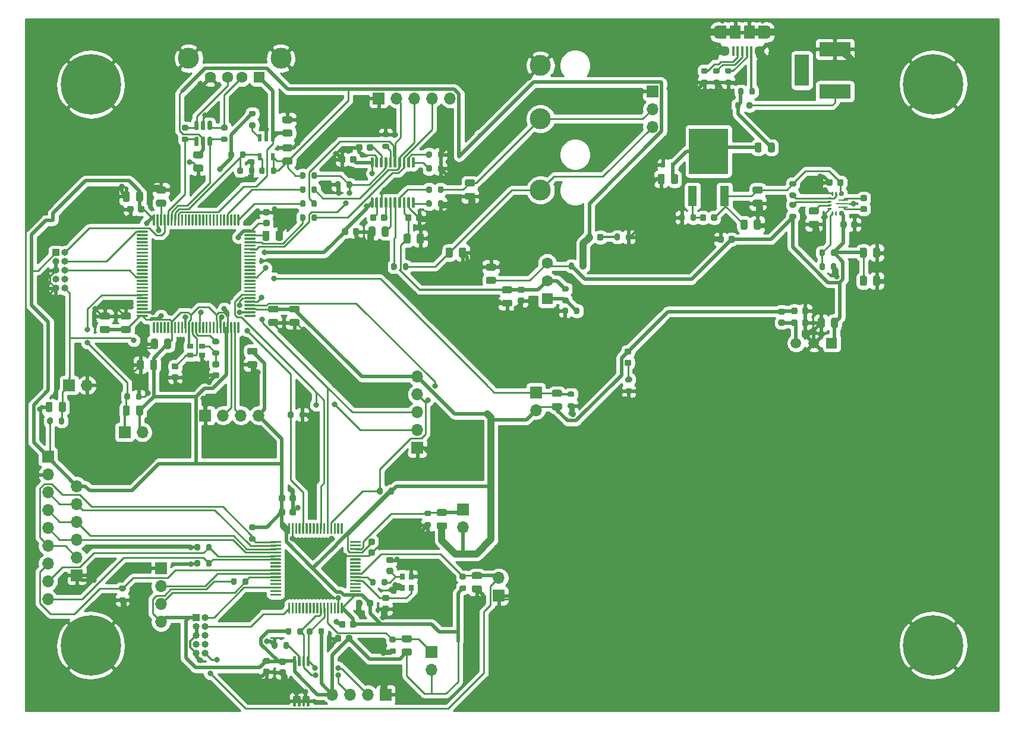
<source format=gbr>
%TF.GenerationSoftware,KiCad,Pcbnew,5.1.9*%
%TF.CreationDate,2021-03-19T17:19:50-04:00*%
%TF.ProjectId,digidraw,64696769-6472-4617-972e-6b696361645f,rev?*%
%TF.SameCoordinates,Original*%
%TF.FileFunction,Copper,L1,Top*%
%TF.FilePolarity,Positive*%
%FSLAX46Y46*%
G04 Gerber Fmt 4.6, Leading zero omitted, Abs format (unit mm)*
G04 Created by KiCad (PCBNEW 5.1.9) date 2021-03-19 17:19:50*
%MOMM*%
%LPD*%
G01*
G04 APERTURE LIST*
%TA.AperFunction,ComponentPad*%
%ADD10O,1.700000X1.700000*%
%TD*%
%TA.AperFunction,ComponentPad*%
%ADD11R,1.700000X1.700000*%
%TD*%
%TA.AperFunction,ComponentPad*%
%ADD12O,1.000000X1.000000*%
%TD*%
%TA.AperFunction,ComponentPad*%
%ADD13R,1.000000X1.000000*%
%TD*%
%TA.AperFunction,ComponentPad*%
%ADD14C,1.508000*%
%TD*%
%TA.AperFunction,ComponentPad*%
%ADD15R,1.508000X1.508000*%
%TD*%
%TA.AperFunction,ComponentPad*%
%ADD16C,0.900000*%
%TD*%
%TA.AperFunction,ComponentPad*%
%ADD17C,8.600000*%
%TD*%
%TA.AperFunction,ComponentPad*%
%ADD18C,1.599999*%
%TD*%
%TA.AperFunction,ComponentPad*%
%ADD19R,1.599999X1.599999*%
%TD*%
%TA.AperFunction,ComponentPad*%
%ADD20C,3.000000*%
%TD*%
%TA.AperFunction,SMDPad,CuDef*%
%ADD21R,0.600000X0.800000*%
%TD*%
%TA.AperFunction,SMDPad,CuDef*%
%ADD22R,1.500000X1.900000*%
%TD*%
%TA.AperFunction,ComponentPad*%
%ADD23C,1.450000*%
%TD*%
%TA.AperFunction,SMDPad,CuDef*%
%ADD24R,0.400000X1.350000*%
%TD*%
%TA.AperFunction,ComponentPad*%
%ADD25O,1.200000X1.900000*%
%TD*%
%TA.AperFunction,SMDPad,CuDef*%
%ADD26R,1.200000X1.900000*%
%TD*%
%TA.AperFunction,ComponentPad*%
%ADD27R,2.000000X4.500000*%
%TD*%
%TA.AperFunction,ComponentPad*%
%ADD28R,4.500000X2.000000*%
%TD*%
%TA.AperFunction,ComponentPad*%
%ADD29C,1.600000*%
%TD*%
%TA.AperFunction,ComponentPad*%
%ADD30R,1.600000X1.500000*%
%TD*%
%TA.AperFunction,SMDPad,CuDef*%
%ADD31R,1.250000X2.850000*%
%TD*%
%TA.AperFunction,SMDPad,CuDef*%
%ADD32R,5.550000X6.500000*%
%TD*%
%TA.AperFunction,SMDPad,CuDef*%
%ADD33R,0.600000X1.050000*%
%TD*%
%TA.AperFunction,SMDPad,CuDef*%
%ADD34R,0.800000X0.900000*%
%TD*%
%TA.AperFunction,SMDPad,CuDef*%
%ADD35R,0.900000X0.800000*%
%TD*%
%TA.AperFunction,ViaPad*%
%ADD36C,0.800000*%
%TD*%
%TA.AperFunction,Conductor*%
%ADD37C,0.250000*%
%TD*%
%TA.AperFunction,Conductor*%
%ADD38C,0.500000*%
%TD*%
%TA.AperFunction,Conductor*%
%ADD39C,0.300000*%
%TD*%
%TA.AperFunction,Conductor*%
%ADD40C,1.000000*%
%TD*%
%TA.AperFunction,Conductor*%
%ADD41C,0.508000*%
%TD*%
%TA.AperFunction,Conductor*%
%ADD42C,0.254000*%
%TD*%
%TA.AperFunction,Conductor*%
%ADD43C,0.100000*%
%TD*%
G04 APERTURE END LIST*
%TO.P,U1,1*%
%TO.N,Net-(R2-Pad2)*%
%TA.AperFunction,SMDPad,CuDef*%
G36*
G01*
X173950000Y-90275000D02*
X173950000Y-90225000D01*
G75*
G02*
X174050000Y-90125000I100000J0D01*
G01*
X174450000Y-90125000D01*
G75*
G02*
X174550000Y-90225000I0J-100000D01*
G01*
X174550000Y-90275000D01*
G75*
G02*
X174450000Y-90375000I-100000J0D01*
G01*
X174050000Y-90375000D01*
G75*
G02*
X173950000Y-90275000I0J100000D01*
G01*
G37*
%TD.AperFunction*%
%TO.P,U1,2*%
%TO.N,Net-(R10-Pad2)*%
%TA.AperFunction,SMDPad,CuDef*%
G36*
G01*
X173950000Y-90775000D02*
X173950000Y-90725000D01*
G75*
G02*
X174050000Y-90625000I100000J0D01*
G01*
X174450000Y-90625000D01*
G75*
G02*
X174550000Y-90725000I0J-100000D01*
G01*
X174550000Y-90775000D01*
G75*
G02*
X174450000Y-90875000I-100000J0D01*
G01*
X174050000Y-90875000D01*
G75*
G02*
X173950000Y-90775000I0J100000D01*
G01*
G37*
%TD.AperFunction*%
%TO.P,U1,3*%
%TO.N,Net-(C5-Pad1)*%
%TA.AperFunction,SMDPad,CuDef*%
G36*
G01*
X173950000Y-91275000D02*
X173950000Y-91225000D01*
G75*
G02*
X174050000Y-91125000I100000J0D01*
G01*
X174450000Y-91125000D01*
G75*
G02*
X174550000Y-91225000I0J-100000D01*
G01*
X174550000Y-91275000D01*
G75*
G02*
X174450000Y-91375000I-100000J0D01*
G01*
X174050000Y-91375000D01*
G75*
G02*
X173950000Y-91275000I0J100000D01*
G01*
G37*
%TD.AperFunction*%
%TO.P,U1,4*%
%TO.N,GND*%
%TA.AperFunction,SMDPad,CuDef*%
G36*
G01*
X173950000Y-91775000D02*
X173950000Y-91725000D01*
G75*
G02*
X174050000Y-91625000I100000J0D01*
G01*
X174450000Y-91625000D01*
G75*
G02*
X174550000Y-91725000I0J-100000D01*
G01*
X174550000Y-91775000D01*
G75*
G02*
X174450000Y-91875000I-100000J0D01*
G01*
X174050000Y-91875000D01*
G75*
G02*
X173950000Y-91775000I0J100000D01*
G01*
G37*
%TD.AperFunction*%
%TO.P,U1,5*%
%TO.N,Net-(R7-Pad2)*%
%TA.AperFunction,SMDPad,CuDef*%
G36*
G01*
X174550000Y-92600000D02*
X174550000Y-92200000D01*
G75*
G02*
X174650000Y-92100000I100000J0D01*
G01*
X174700000Y-92100000D01*
G75*
G02*
X174800000Y-92200000I0J-100000D01*
G01*
X174800000Y-92600000D01*
G75*
G02*
X174700000Y-92700000I-100000J0D01*
G01*
X174650000Y-92700000D01*
G75*
G02*
X174550000Y-92600000I0J100000D01*
G01*
G37*
%TD.AperFunction*%
%TO.P,U1,6*%
%TO.N,Net-(U1-Pad6)*%
%TA.AperFunction,SMDPad,CuDef*%
G36*
G01*
X175050001Y-92600000D02*
X175050001Y-92200000D01*
G75*
G02*
X175150001Y-92100000I100000J0D01*
G01*
X175200001Y-92100000D01*
G75*
G02*
X175300001Y-92200000I0J-100000D01*
G01*
X175300001Y-92600000D01*
G75*
G02*
X175200001Y-92700000I-100000J0D01*
G01*
X175150001Y-92700000D01*
G75*
G02*
X175050001Y-92600000I0J100000D01*
G01*
G37*
%TD.AperFunction*%
%TO.P,U1,14*%
%TO.N,Net-(R2-Pad2)*%
%TA.AperFunction,SMDPad,CuDef*%
G36*
G01*
X175050001Y-89800000D02*
X175050001Y-89400000D01*
G75*
G02*
X175150001Y-89300000I100000J0D01*
G01*
X175200001Y-89300000D01*
G75*
G02*
X175300001Y-89400000I0J-100000D01*
G01*
X175300001Y-89800000D01*
G75*
G02*
X175200001Y-89900000I-100000J0D01*
G01*
X175150001Y-89900000D01*
G75*
G02*
X175050001Y-89800000I0J100000D01*
G01*
G37*
%TD.AperFunction*%
%TO.P,U1,15*%
%TO.N,GND*%
%TA.AperFunction,SMDPad,CuDef*%
G36*
G01*
X174550000Y-89800000D02*
X174550000Y-89400000D01*
G75*
G02*
X174650000Y-89300000I100000J0D01*
G01*
X174700000Y-89300000D01*
G75*
G02*
X174800000Y-89400000I0J-100000D01*
G01*
X174800000Y-89800000D01*
G75*
G02*
X174700000Y-89900000I-100000J0D01*
G01*
X174650000Y-89900000D01*
G75*
G02*
X174550000Y-89800000I0J100000D01*
G01*
G37*
%TD.AperFunction*%
%TO.P,U1,12-13*%
%TO.N,Net-(C2-Pad1)*%
%TA.AperFunction,SMDPad,CuDef*%
G36*
G01*
X175575000Y-89749801D02*
X175575000Y-89450199D01*
G75*
G02*
X175775199Y-89250000I200199J0D01*
G01*
X176074801Y-89250000D01*
G75*
G02*
X176275000Y-89450199I0J-200199D01*
G01*
X176275000Y-89749801D01*
G75*
G02*
X176074801Y-89950000I-200199J0D01*
G01*
X175775199Y-89950000D01*
G75*
G02*
X175575000Y-89749801I0J200199D01*
G01*
G37*
%TD.AperFunction*%
%TO.P,U1,7-8*%
%TO.N,Net-(C48-Pad1)*%
%TA.AperFunction,SMDPad,CuDef*%
G36*
G01*
X175575000Y-92549801D02*
X175575000Y-92250199D01*
G75*
G02*
X175775199Y-92050000I200199J0D01*
G01*
X176074801Y-92050000D01*
G75*
G02*
X176275000Y-92250199I0J-200199D01*
G01*
X176275000Y-92549801D01*
G75*
G02*
X176074801Y-92750000I-200199J0D01*
G01*
X175775199Y-92750000D01*
G75*
G02*
X175575000Y-92549801I0J200199D01*
G01*
G37*
%TD.AperFunction*%
%TO.P,U1,9*%
%TO.N,Net-(L1-Pad1)*%
%TA.AperFunction,SMDPad,CuDef*%
G36*
G01*
X175450000Y-91500000D02*
X175450000Y-91500000D01*
G75*
G02*
X175550000Y-91400000I100000J0D01*
G01*
X176800000Y-91400000D01*
G75*
G02*
X176900000Y-91500000I0J-100000D01*
G01*
X176900000Y-91500000D01*
G75*
G02*
X176800000Y-91600000I-100000J0D01*
G01*
X175550000Y-91600000D01*
G75*
G02*
X175450000Y-91500000I0J100000D01*
G01*
G37*
%TD.AperFunction*%
%TO.P,U1,11*%
%TO.N,Net-(L1-Pad2)*%
%TA.AperFunction,SMDPad,CuDef*%
G36*
G01*
X175450000Y-90500000D02*
X175450000Y-90500000D01*
G75*
G02*
X175550000Y-90400000I100000J0D01*
G01*
X176800000Y-90400000D01*
G75*
G02*
X176900000Y-90500000I0J-100000D01*
G01*
X176900000Y-90500000D01*
G75*
G02*
X176800000Y-90600000I-100000J0D01*
G01*
X175550000Y-90600000D01*
G75*
G02*
X175450000Y-90500000I0J100000D01*
G01*
G37*
%TD.AperFunction*%
%TO.P,U1,10*%
%TO.N,GND*%
%TA.AperFunction,SMDPad,CuDef*%
G36*
G01*
X175100000Y-91000000D02*
X175100000Y-91000000D01*
G75*
G02*
X175200000Y-90900000I100000J0D01*
G01*
X176800000Y-90900000D01*
G75*
G02*
X176900000Y-91000000I0J-100000D01*
G01*
X176900000Y-91000000D01*
G75*
G02*
X176800000Y-91100000I-100000J0D01*
G01*
X175200000Y-91100000D01*
G75*
G02*
X175100000Y-91000000I0J100000D01*
G01*
G37*
%TD.AperFunction*%
%TD*%
D10*
%TO.P,J19,2*%
%TO.N,/user_io/NRST*%
X127100000Y-144360000D03*
D11*
%TO.P,J19,1*%
%TO.N,GND*%
X127100000Y-146900000D03*
%TD*%
D10*
%TO.P,J18,2*%
%TO.N,+3V3*%
X132400000Y-120440000D03*
D11*
%TO.P,J18,1*%
%TO.N,/midi_dac/BOOT1*%
X132400000Y-117900000D03*
%TD*%
D10*
%TO.P,J17,2*%
%TO.N,+3V3*%
X76340000Y-123600000D03*
D11*
%TO.P,J17,1*%
%TO.N,/midi_dac/BOOT0*%
X73800000Y-123600000D03*
%TD*%
D10*
%TO.P,J16,2*%
%TO.N,GND*%
X68440000Y-116900000D03*
D11*
%TO.P,J16,1*%
%TO.N,/midi_dac/NRST*%
X65900000Y-116900000D03*
%TD*%
D10*
%TO.P,J15,2*%
%TO.N,+3V3*%
X122000000Y-137140000D03*
D11*
%TO.P,J15,1*%
%TO.N,/user_io/USR_PUSHBTN*%
X122000000Y-134600000D03*
%TD*%
D10*
%TO.P,J14,2*%
%TO.N,+3V3*%
X117500000Y-157440000D03*
D11*
%TO.P,J14,1*%
%TO.N,/user_io/BOOT0*%
X117500000Y-154900000D03*
%TD*%
D12*
%TO.P,J11,10*%
%TO.N,/midi_dac/NRST*%
X65270000Y-103080000D03*
%TO.P,J11,9*%
%TO.N,GND*%
X64000000Y-103080000D03*
%TO.P,J11,8*%
%TO.N,Net-(J11-Pad8)*%
X65270000Y-101810000D03*
%TO.P,J11,7*%
%TO.N,Net-(J11-Pad7)*%
X64000000Y-101810000D03*
%TO.P,J11,6*%
%TO.N,/midi_dac/SWO*%
X65270000Y-100540000D03*
%TO.P,J11,5*%
%TO.N,GND*%
X64000000Y-100540000D03*
%TO.P,J11,4*%
%TO.N,/midi_dac/SWCLK*%
X65270000Y-99270000D03*
%TO.P,J11,3*%
%TO.N,GND*%
X64000000Y-99270000D03*
%TO.P,J11,2*%
%TO.N,/midi_dac/SWDIO*%
X65270000Y-98000000D03*
D13*
%TO.P,J11,1*%
%TO.N,+3V3*%
X64000000Y-98000000D03*
%TD*%
D12*
%TO.P,J3,10*%
%TO.N,/user_io/NRST*%
X85270000Y-155080000D03*
%TO.P,J3,9*%
%TO.N,GND*%
X84000000Y-155080000D03*
%TO.P,J3,8*%
%TO.N,Net-(J3-Pad8)*%
X85270000Y-153810000D03*
%TO.P,J3,7*%
%TO.N,Net-(J3-Pad7)*%
X84000000Y-153810000D03*
%TO.P,J3,6*%
%TO.N,Net-(J3-Pad6)*%
X85270000Y-152540000D03*
%TO.P,J3,5*%
%TO.N,GND*%
X84000000Y-152540000D03*
%TO.P,J3,4*%
%TO.N,/user_io/SWCLK*%
X85270000Y-151270000D03*
%TO.P,J3,3*%
%TO.N,GND*%
X84000000Y-151270000D03*
%TO.P,J3,2*%
%TO.N,/user_io/SWDIO*%
X85270000Y-150000000D03*
D13*
%TO.P,J3,1*%
%TO.N,+3V3*%
X84000000Y-150000000D03*
%TD*%
%TO.P,R28,2*%
%TO.N,/midi_dac/USB_VBUS_EN*%
%TA.AperFunction,SMDPad,CuDef*%
G36*
G01*
X93775000Y-86025000D02*
X93775000Y-86575000D01*
G75*
G02*
X93575000Y-86775000I-200000J0D01*
G01*
X93175000Y-86775000D01*
G75*
G02*
X92975000Y-86575000I0J200000D01*
G01*
X92975000Y-86025000D01*
G75*
G02*
X93175000Y-85825000I200000J0D01*
G01*
X93575000Y-85825000D01*
G75*
G02*
X93775000Y-86025000I0J-200000D01*
G01*
G37*
%TD.AperFunction*%
%TO.P,R28,1*%
%TO.N,+5V*%
%TA.AperFunction,SMDPad,CuDef*%
G36*
G01*
X95425000Y-86025000D02*
X95425000Y-86575000D01*
G75*
G02*
X95225000Y-86775000I-200000J0D01*
G01*
X94825000Y-86775000D01*
G75*
G02*
X94625000Y-86575000I0J200000D01*
G01*
X94625000Y-86025000D01*
G75*
G02*
X94825000Y-85825000I200000J0D01*
G01*
X95225000Y-85825000D01*
G75*
G02*
X95425000Y-86025000I0J-200000D01*
G01*
G37*
%TD.AperFunction*%
%TD*%
%TO.P,R27,2*%
%TO.N,GND*%
%TA.AperFunction,SMDPad,CuDef*%
G36*
G01*
X91525000Y-86575000D02*
X91525000Y-86025000D01*
G75*
G02*
X91725000Y-85825000I200000J0D01*
G01*
X92125000Y-85825000D01*
G75*
G02*
X92325000Y-86025000I0J-200000D01*
G01*
X92325000Y-86575000D01*
G75*
G02*
X92125000Y-86775000I-200000J0D01*
G01*
X91725000Y-86775000D01*
G75*
G02*
X91525000Y-86575000I0J200000D01*
G01*
G37*
%TD.AperFunction*%
%TO.P,R27,1*%
%TO.N,/midi_dac/USB_VBUS_EN*%
%TA.AperFunction,SMDPad,CuDef*%
G36*
G01*
X89875000Y-86575000D02*
X89875000Y-86025000D01*
G75*
G02*
X90075000Y-85825000I200000J0D01*
G01*
X90475000Y-85825000D01*
G75*
G02*
X90675000Y-86025000I0J-200000D01*
G01*
X90675000Y-86575000D01*
G75*
G02*
X90475000Y-86775000I-200000J0D01*
G01*
X90075000Y-86775000D01*
G75*
G02*
X89875000Y-86575000I0J200000D01*
G01*
G37*
%TD.AperFunction*%
%TD*%
%TO.P,C50,1*%
%TO.N,Net-(C48-Pad1)*%
%TA.AperFunction,SMDPad,CuDef*%
G36*
G01*
X175450000Y-107525000D02*
X175450000Y-108475000D01*
G75*
G02*
X175200000Y-108725000I-250000J0D01*
G01*
X174700000Y-108725000D01*
G75*
G02*
X174450000Y-108475000I0J250000D01*
G01*
X174450000Y-107525000D01*
G75*
G02*
X174700000Y-107275000I250000J0D01*
G01*
X175200000Y-107275000D01*
G75*
G02*
X175450000Y-107525000I0J-250000D01*
G01*
G37*
%TD.AperFunction*%
%TO.P,C50,2*%
%TO.N,GND*%
%TA.AperFunction,SMDPad,CuDef*%
G36*
G01*
X173550000Y-107525000D02*
X173550000Y-108475000D01*
G75*
G02*
X173300000Y-108725000I-250000J0D01*
G01*
X172800000Y-108725000D01*
G75*
G02*
X172550000Y-108475000I0J250000D01*
G01*
X172550000Y-107525000D01*
G75*
G02*
X172800000Y-107275000I250000J0D01*
G01*
X173300000Y-107275000D01*
G75*
G02*
X173550000Y-107525000I0J-250000D01*
G01*
G37*
%TD.AperFunction*%
%TD*%
%TO.P,C55,2*%
%TO.N,GND*%
%TA.AperFunction,SMDPad,CuDef*%
G36*
G01*
X170325000Y-106550000D02*
X170325000Y-106050000D01*
G75*
G02*
X170550000Y-105825000I225000J0D01*
G01*
X171000000Y-105825000D01*
G75*
G02*
X171225000Y-106050000I0J-225000D01*
G01*
X171225000Y-106550000D01*
G75*
G02*
X171000000Y-106775000I-225000J0D01*
G01*
X170550000Y-106775000D01*
G75*
G02*
X170325000Y-106550000I0J225000D01*
G01*
G37*
%TD.AperFunction*%
%TO.P,C55,1*%
%TO.N,+3V3*%
%TA.AperFunction,SMDPad,CuDef*%
G36*
G01*
X168775000Y-106550000D02*
X168775000Y-106050000D01*
G75*
G02*
X169000000Y-105825000I225000J0D01*
G01*
X169450000Y-105825000D01*
G75*
G02*
X169675000Y-106050000I0J-225000D01*
G01*
X169675000Y-106550000D01*
G75*
G02*
X169450000Y-106775000I-225000J0D01*
G01*
X169000000Y-106775000D01*
G75*
G02*
X168775000Y-106550000I0J225000D01*
G01*
G37*
%TD.AperFunction*%
%TD*%
%TO.P,U3,1*%
%TO.N,+3V3*%
%TA.AperFunction,SMDPad,CuDef*%
G36*
G01*
X107450000Y-146675000D02*
X107450000Y-146825000D01*
G75*
G02*
X107375000Y-146900000I-75000J0D01*
G01*
X105975000Y-146900000D01*
G75*
G02*
X105900000Y-146825000I0J75000D01*
G01*
X105900000Y-146675000D01*
G75*
G02*
X105975000Y-146600000I75000J0D01*
G01*
X107375000Y-146600000D01*
G75*
G02*
X107450000Y-146675000I0J-75000D01*
G01*
G37*
%TD.AperFunction*%
%TO.P,U3,2*%
%TO.N,Net-(U3-Pad2)*%
%TA.AperFunction,SMDPad,CuDef*%
G36*
G01*
X107450000Y-146175000D02*
X107450000Y-146325000D01*
G75*
G02*
X107375000Y-146400000I-75000J0D01*
G01*
X105975000Y-146400000D01*
G75*
G02*
X105900000Y-146325000I0J75000D01*
G01*
X105900000Y-146175000D01*
G75*
G02*
X105975000Y-146100000I75000J0D01*
G01*
X107375000Y-146100000D01*
G75*
G02*
X107450000Y-146175000I0J-75000D01*
G01*
G37*
%TD.AperFunction*%
%TO.P,U3,3*%
%TO.N,Net-(U3-Pad3)*%
%TA.AperFunction,SMDPad,CuDef*%
G36*
G01*
X107450000Y-145675000D02*
X107450000Y-145825000D01*
G75*
G02*
X107375000Y-145900000I-75000J0D01*
G01*
X105975000Y-145900000D01*
G75*
G02*
X105900000Y-145825000I0J75000D01*
G01*
X105900000Y-145675000D01*
G75*
G02*
X105975000Y-145600000I75000J0D01*
G01*
X107375000Y-145600000D01*
G75*
G02*
X107450000Y-145675000I0J-75000D01*
G01*
G37*
%TD.AperFunction*%
%TO.P,U3,4*%
%TO.N,Net-(U3-Pad4)*%
%TA.AperFunction,SMDPad,CuDef*%
G36*
G01*
X107450000Y-145175000D02*
X107450000Y-145325000D01*
G75*
G02*
X107375000Y-145400000I-75000J0D01*
G01*
X105975000Y-145400000D01*
G75*
G02*
X105900000Y-145325000I0J75000D01*
G01*
X105900000Y-145175000D01*
G75*
G02*
X105975000Y-145100000I75000J0D01*
G01*
X107375000Y-145100000D01*
G75*
G02*
X107450000Y-145175000I0J-75000D01*
G01*
G37*
%TD.AperFunction*%
%TO.P,U3,5*%
%TO.N,/user_io/OSC_IN*%
%TA.AperFunction,SMDPad,CuDef*%
G36*
G01*
X107450000Y-144675000D02*
X107450000Y-144825000D01*
G75*
G02*
X107375000Y-144900000I-75000J0D01*
G01*
X105975000Y-144900000D01*
G75*
G02*
X105900000Y-144825000I0J75000D01*
G01*
X105900000Y-144675000D01*
G75*
G02*
X105975000Y-144600000I75000J0D01*
G01*
X107375000Y-144600000D01*
G75*
G02*
X107450000Y-144675000I0J-75000D01*
G01*
G37*
%TD.AperFunction*%
%TO.P,U3,6*%
%TO.N,/user_io/OSC_OUT*%
%TA.AperFunction,SMDPad,CuDef*%
G36*
G01*
X107450000Y-144175000D02*
X107450000Y-144325000D01*
G75*
G02*
X107375000Y-144400000I-75000J0D01*
G01*
X105975000Y-144400000D01*
G75*
G02*
X105900000Y-144325000I0J75000D01*
G01*
X105900000Y-144175000D01*
G75*
G02*
X105975000Y-144100000I75000J0D01*
G01*
X107375000Y-144100000D01*
G75*
G02*
X107450000Y-144175000I0J-75000D01*
G01*
G37*
%TD.AperFunction*%
%TO.P,U3,7*%
%TO.N,/user_io/NRST*%
%TA.AperFunction,SMDPad,CuDef*%
G36*
G01*
X107450000Y-143675000D02*
X107450000Y-143825000D01*
G75*
G02*
X107375000Y-143900000I-75000J0D01*
G01*
X105975000Y-143900000D01*
G75*
G02*
X105900000Y-143825000I0J75000D01*
G01*
X105900000Y-143675000D01*
G75*
G02*
X105975000Y-143600000I75000J0D01*
G01*
X107375000Y-143600000D01*
G75*
G02*
X107450000Y-143675000I0J-75000D01*
G01*
G37*
%TD.AperFunction*%
%TO.P,U3,8*%
%TO.N,Net-(U3-Pad8)*%
%TA.AperFunction,SMDPad,CuDef*%
G36*
G01*
X107450000Y-143175000D02*
X107450000Y-143325000D01*
G75*
G02*
X107375000Y-143400000I-75000J0D01*
G01*
X105975000Y-143400000D01*
G75*
G02*
X105900000Y-143325000I0J75000D01*
G01*
X105900000Y-143175000D01*
G75*
G02*
X105975000Y-143100000I75000J0D01*
G01*
X107375000Y-143100000D01*
G75*
G02*
X107450000Y-143175000I0J-75000D01*
G01*
G37*
%TD.AperFunction*%
%TO.P,U3,9*%
%TO.N,Net-(U3-Pad9)*%
%TA.AperFunction,SMDPad,CuDef*%
G36*
G01*
X107450000Y-142675000D02*
X107450000Y-142825000D01*
G75*
G02*
X107375000Y-142900000I-75000J0D01*
G01*
X105975000Y-142900000D01*
G75*
G02*
X105900000Y-142825000I0J75000D01*
G01*
X105900000Y-142675000D01*
G75*
G02*
X105975000Y-142600000I75000J0D01*
G01*
X107375000Y-142600000D01*
G75*
G02*
X107450000Y-142675000I0J-75000D01*
G01*
G37*
%TD.AperFunction*%
%TO.P,U3,10*%
%TO.N,Net-(U3-Pad10)*%
%TA.AperFunction,SMDPad,CuDef*%
G36*
G01*
X107450000Y-142175000D02*
X107450000Y-142325000D01*
G75*
G02*
X107375000Y-142400000I-75000J0D01*
G01*
X105975000Y-142400000D01*
G75*
G02*
X105900000Y-142325000I0J75000D01*
G01*
X105900000Y-142175000D01*
G75*
G02*
X105975000Y-142100000I75000J0D01*
G01*
X107375000Y-142100000D01*
G75*
G02*
X107450000Y-142175000I0J-75000D01*
G01*
G37*
%TD.AperFunction*%
%TO.P,U3,11*%
%TO.N,Net-(U3-Pad11)*%
%TA.AperFunction,SMDPad,CuDef*%
G36*
G01*
X107450000Y-141675000D02*
X107450000Y-141825000D01*
G75*
G02*
X107375000Y-141900000I-75000J0D01*
G01*
X105975000Y-141900000D01*
G75*
G02*
X105900000Y-141825000I0J75000D01*
G01*
X105900000Y-141675000D01*
G75*
G02*
X105975000Y-141600000I75000J0D01*
G01*
X107375000Y-141600000D01*
G75*
G02*
X107450000Y-141675000I0J-75000D01*
G01*
G37*
%TD.AperFunction*%
%TO.P,U3,12*%
%TO.N,GND*%
%TA.AperFunction,SMDPad,CuDef*%
G36*
G01*
X107450000Y-141175000D02*
X107450000Y-141325000D01*
G75*
G02*
X107375000Y-141400000I-75000J0D01*
G01*
X105975000Y-141400000D01*
G75*
G02*
X105900000Y-141325000I0J75000D01*
G01*
X105900000Y-141175000D01*
G75*
G02*
X105975000Y-141100000I75000J0D01*
G01*
X107375000Y-141100000D01*
G75*
G02*
X107450000Y-141175000I0J-75000D01*
G01*
G37*
%TD.AperFunction*%
%TO.P,U3,13*%
%TO.N,+3V3*%
%TA.AperFunction,SMDPad,CuDef*%
G36*
G01*
X107450000Y-140675000D02*
X107450000Y-140825000D01*
G75*
G02*
X107375000Y-140900000I-75000J0D01*
G01*
X105975000Y-140900000D01*
G75*
G02*
X105900000Y-140825000I0J75000D01*
G01*
X105900000Y-140675000D01*
G75*
G02*
X105975000Y-140600000I75000J0D01*
G01*
X107375000Y-140600000D01*
G75*
G02*
X107450000Y-140675000I0J-75000D01*
G01*
G37*
%TD.AperFunction*%
%TO.P,U3,14*%
%TO.N,/user_io/USR_PUSHBTN*%
%TA.AperFunction,SMDPad,CuDef*%
G36*
G01*
X107450000Y-140175000D02*
X107450000Y-140325000D01*
G75*
G02*
X107375000Y-140400000I-75000J0D01*
G01*
X105975000Y-140400000D01*
G75*
G02*
X105900000Y-140325000I0J75000D01*
G01*
X105900000Y-140175000D01*
G75*
G02*
X105975000Y-140100000I75000J0D01*
G01*
X107375000Y-140100000D01*
G75*
G02*
X107450000Y-140175000I0J-75000D01*
G01*
G37*
%TD.AperFunction*%
%TO.P,U3,15*%
%TO.N,Net-(U3-Pad15)*%
%TA.AperFunction,SMDPad,CuDef*%
G36*
G01*
X107450000Y-139675000D02*
X107450000Y-139825000D01*
G75*
G02*
X107375000Y-139900000I-75000J0D01*
G01*
X105975000Y-139900000D01*
G75*
G02*
X105900000Y-139825000I0J75000D01*
G01*
X105900000Y-139675000D01*
G75*
G02*
X105975000Y-139600000I75000J0D01*
G01*
X107375000Y-139600000D01*
G75*
G02*
X107450000Y-139675000I0J-75000D01*
G01*
G37*
%TD.AperFunction*%
%TO.P,U3,16*%
%TO.N,Net-(U3-Pad16)*%
%TA.AperFunction,SMDPad,CuDef*%
G36*
G01*
X107450000Y-139175000D02*
X107450000Y-139325000D01*
G75*
G02*
X107375000Y-139400000I-75000J0D01*
G01*
X105975000Y-139400000D01*
G75*
G02*
X105900000Y-139325000I0J75000D01*
G01*
X105900000Y-139175000D01*
G75*
G02*
X105975000Y-139100000I75000J0D01*
G01*
X107375000Y-139100000D01*
G75*
G02*
X107450000Y-139175000I0J-75000D01*
G01*
G37*
%TD.AperFunction*%
%TO.P,U3,17*%
%TO.N,Net-(U3-Pad17)*%
%TA.AperFunction,SMDPad,CuDef*%
G36*
G01*
X104900000Y-136625000D02*
X104900000Y-138025000D01*
G75*
G02*
X104825000Y-138100000I-75000J0D01*
G01*
X104675000Y-138100000D01*
G75*
G02*
X104600000Y-138025000I0J75000D01*
G01*
X104600000Y-136625000D01*
G75*
G02*
X104675000Y-136550000I75000J0D01*
G01*
X104825000Y-136550000D01*
G75*
G02*
X104900000Y-136625000I0J-75000D01*
G01*
G37*
%TD.AperFunction*%
%TO.P,U3,18*%
%TO.N,Net-(U3-Pad18)*%
%TA.AperFunction,SMDPad,CuDef*%
G36*
G01*
X104400000Y-136625000D02*
X104400000Y-138025000D01*
G75*
G02*
X104325000Y-138100000I-75000J0D01*
G01*
X104175000Y-138100000D01*
G75*
G02*
X104100000Y-138025000I0J75000D01*
G01*
X104100000Y-136625000D01*
G75*
G02*
X104175000Y-136550000I75000J0D01*
G01*
X104325000Y-136550000D01*
G75*
G02*
X104400000Y-136625000I0J-75000D01*
G01*
G37*
%TD.AperFunction*%
%TO.P,U3,19*%
%TO.N,Net-(U3-Pad19)*%
%TA.AperFunction,SMDPad,CuDef*%
G36*
G01*
X103900000Y-136625000D02*
X103900000Y-138025000D01*
G75*
G02*
X103825000Y-138100000I-75000J0D01*
G01*
X103675000Y-138100000D01*
G75*
G02*
X103600000Y-138025000I0J75000D01*
G01*
X103600000Y-136625000D01*
G75*
G02*
X103675000Y-136550000I75000J0D01*
G01*
X103825000Y-136550000D01*
G75*
G02*
X103900000Y-136625000I0J-75000D01*
G01*
G37*
%TD.AperFunction*%
%TO.P,U3,20*%
%TO.N,/midi_dac/SPI_NSS*%
%TA.AperFunction,SMDPad,CuDef*%
G36*
G01*
X103400000Y-136625000D02*
X103400000Y-138025000D01*
G75*
G02*
X103325000Y-138100000I-75000J0D01*
G01*
X103175000Y-138100000D01*
G75*
G02*
X103100000Y-138025000I0J75000D01*
G01*
X103100000Y-136625000D01*
G75*
G02*
X103175000Y-136550000I75000J0D01*
G01*
X103325000Y-136550000D01*
G75*
G02*
X103400000Y-136625000I0J-75000D01*
G01*
G37*
%TD.AperFunction*%
%TO.P,U3,21*%
%TO.N,/midi_dac/SPI_SCK*%
%TA.AperFunction,SMDPad,CuDef*%
G36*
G01*
X102900000Y-136625000D02*
X102900000Y-138025000D01*
G75*
G02*
X102825000Y-138100000I-75000J0D01*
G01*
X102675000Y-138100000D01*
G75*
G02*
X102600000Y-138025000I0J75000D01*
G01*
X102600000Y-136625000D01*
G75*
G02*
X102675000Y-136550000I75000J0D01*
G01*
X102825000Y-136550000D01*
G75*
G02*
X102900000Y-136625000I0J-75000D01*
G01*
G37*
%TD.AperFunction*%
%TO.P,U3,22*%
%TO.N,Net-(U3-Pad22)*%
%TA.AperFunction,SMDPad,CuDef*%
G36*
G01*
X102400000Y-136625000D02*
X102400000Y-138025000D01*
G75*
G02*
X102325000Y-138100000I-75000J0D01*
G01*
X102175000Y-138100000D01*
G75*
G02*
X102100000Y-138025000I0J75000D01*
G01*
X102100000Y-136625000D01*
G75*
G02*
X102175000Y-136550000I75000J0D01*
G01*
X102325000Y-136550000D01*
G75*
G02*
X102400000Y-136625000I0J-75000D01*
G01*
G37*
%TD.AperFunction*%
%TO.P,U3,23*%
%TO.N,/midi_dac/SPI_MOSI*%
%TA.AperFunction,SMDPad,CuDef*%
G36*
G01*
X101900000Y-136625000D02*
X101900000Y-138025000D01*
G75*
G02*
X101825000Y-138100000I-75000J0D01*
G01*
X101675000Y-138100000D01*
G75*
G02*
X101600000Y-138025000I0J75000D01*
G01*
X101600000Y-136625000D01*
G75*
G02*
X101675000Y-136550000I75000J0D01*
G01*
X101825000Y-136550000D01*
G75*
G02*
X101900000Y-136625000I0J-75000D01*
G01*
G37*
%TD.AperFunction*%
%TO.P,U3,24*%
%TO.N,Net-(U3-Pad24)*%
%TA.AperFunction,SMDPad,CuDef*%
G36*
G01*
X101400000Y-136625000D02*
X101400000Y-138025000D01*
G75*
G02*
X101325000Y-138100000I-75000J0D01*
G01*
X101175000Y-138100000D01*
G75*
G02*
X101100000Y-138025000I0J75000D01*
G01*
X101100000Y-136625000D01*
G75*
G02*
X101175000Y-136550000I75000J0D01*
G01*
X101325000Y-136550000D01*
G75*
G02*
X101400000Y-136625000I0J-75000D01*
G01*
G37*
%TD.AperFunction*%
%TO.P,U3,25*%
%TO.N,Net-(U3-Pad25)*%
%TA.AperFunction,SMDPad,CuDef*%
G36*
G01*
X100900000Y-136625000D02*
X100900000Y-138025000D01*
G75*
G02*
X100825000Y-138100000I-75000J0D01*
G01*
X100675000Y-138100000D01*
G75*
G02*
X100600000Y-138025000I0J75000D01*
G01*
X100600000Y-136625000D01*
G75*
G02*
X100675000Y-136550000I75000J0D01*
G01*
X100825000Y-136550000D01*
G75*
G02*
X100900000Y-136625000I0J-75000D01*
G01*
G37*
%TD.AperFunction*%
%TO.P,U3,26*%
%TO.N,Net-(U3-Pad26)*%
%TA.AperFunction,SMDPad,CuDef*%
G36*
G01*
X100400000Y-136625000D02*
X100400000Y-138025000D01*
G75*
G02*
X100325000Y-138100000I-75000J0D01*
G01*
X100175000Y-138100000D01*
G75*
G02*
X100100000Y-138025000I0J75000D01*
G01*
X100100000Y-136625000D01*
G75*
G02*
X100175000Y-136550000I75000J0D01*
G01*
X100325000Y-136550000D01*
G75*
G02*
X100400000Y-136625000I0J-75000D01*
G01*
G37*
%TD.AperFunction*%
%TO.P,U3,27*%
%TO.N,Net-(U3-Pad27)*%
%TA.AperFunction,SMDPad,CuDef*%
G36*
G01*
X99900000Y-136625000D02*
X99900000Y-138025000D01*
G75*
G02*
X99825000Y-138100000I-75000J0D01*
G01*
X99675000Y-138100000D01*
G75*
G02*
X99600000Y-138025000I0J75000D01*
G01*
X99600000Y-136625000D01*
G75*
G02*
X99675000Y-136550000I75000J0D01*
G01*
X99825000Y-136550000D01*
G75*
G02*
X99900000Y-136625000I0J-75000D01*
G01*
G37*
%TD.AperFunction*%
%TO.P,U3,28*%
%TO.N,/midi_dac/SPI_INT*%
%TA.AperFunction,SMDPad,CuDef*%
G36*
G01*
X99400000Y-136625000D02*
X99400000Y-138025000D01*
G75*
G02*
X99325000Y-138100000I-75000J0D01*
G01*
X99175000Y-138100000D01*
G75*
G02*
X99100000Y-138025000I0J75000D01*
G01*
X99100000Y-136625000D01*
G75*
G02*
X99175000Y-136550000I75000J0D01*
G01*
X99325000Y-136550000D01*
G75*
G02*
X99400000Y-136625000I0J-75000D01*
G01*
G37*
%TD.AperFunction*%
%TO.P,U3,29*%
%TO.N,Net-(U3-Pad29)*%
%TA.AperFunction,SMDPad,CuDef*%
G36*
G01*
X98900000Y-136625000D02*
X98900000Y-138025000D01*
G75*
G02*
X98825000Y-138100000I-75000J0D01*
G01*
X98675000Y-138100000D01*
G75*
G02*
X98600000Y-138025000I0J75000D01*
G01*
X98600000Y-136625000D01*
G75*
G02*
X98675000Y-136550000I75000J0D01*
G01*
X98825000Y-136550000D01*
G75*
G02*
X98900000Y-136625000I0J-75000D01*
G01*
G37*
%TD.AperFunction*%
%TO.P,U3,30*%
%TO.N,Net-(U3-Pad30)*%
%TA.AperFunction,SMDPad,CuDef*%
G36*
G01*
X98400000Y-136625000D02*
X98400000Y-138025000D01*
G75*
G02*
X98325000Y-138100000I-75000J0D01*
G01*
X98175000Y-138100000D01*
G75*
G02*
X98100000Y-138025000I0J75000D01*
G01*
X98100000Y-136625000D01*
G75*
G02*
X98175000Y-136550000I75000J0D01*
G01*
X98325000Y-136550000D01*
G75*
G02*
X98400000Y-136625000I0J-75000D01*
G01*
G37*
%TD.AperFunction*%
%TO.P,U3,31*%
%TO.N,GND*%
%TA.AperFunction,SMDPad,CuDef*%
G36*
G01*
X97900000Y-136625000D02*
X97900000Y-138025000D01*
G75*
G02*
X97825000Y-138100000I-75000J0D01*
G01*
X97675000Y-138100000D01*
G75*
G02*
X97600000Y-138025000I0J75000D01*
G01*
X97600000Y-136625000D01*
G75*
G02*
X97675000Y-136550000I75000J0D01*
G01*
X97825000Y-136550000D01*
G75*
G02*
X97900000Y-136625000I0J-75000D01*
G01*
G37*
%TD.AperFunction*%
%TO.P,U3,32*%
%TO.N,+3V3*%
%TA.AperFunction,SMDPad,CuDef*%
G36*
G01*
X97400000Y-136625000D02*
X97400000Y-138025000D01*
G75*
G02*
X97325000Y-138100000I-75000J0D01*
G01*
X97175000Y-138100000D01*
G75*
G02*
X97100000Y-138025000I0J75000D01*
G01*
X97100000Y-136625000D01*
G75*
G02*
X97175000Y-136550000I75000J0D01*
G01*
X97325000Y-136550000D01*
G75*
G02*
X97400000Y-136625000I0J-75000D01*
G01*
G37*
%TD.AperFunction*%
%TO.P,U3,33*%
%TO.N,/user_io/RA8875_NSS*%
%TA.AperFunction,SMDPad,CuDef*%
G36*
G01*
X96100000Y-139175000D02*
X96100000Y-139325000D01*
G75*
G02*
X96025000Y-139400000I-75000J0D01*
G01*
X94625000Y-139400000D01*
G75*
G02*
X94550000Y-139325000I0J75000D01*
G01*
X94550000Y-139175000D01*
G75*
G02*
X94625000Y-139100000I75000J0D01*
G01*
X96025000Y-139100000D01*
G75*
G02*
X96100000Y-139175000I0J-75000D01*
G01*
G37*
%TD.AperFunction*%
%TO.P,U3,34*%
%TO.N,/user_io/RA8875_SCK*%
%TA.AperFunction,SMDPad,CuDef*%
G36*
G01*
X96100000Y-139675000D02*
X96100000Y-139825000D01*
G75*
G02*
X96025000Y-139900000I-75000J0D01*
G01*
X94625000Y-139900000D01*
G75*
G02*
X94550000Y-139825000I0J75000D01*
G01*
X94550000Y-139675000D01*
G75*
G02*
X94625000Y-139600000I75000J0D01*
G01*
X96025000Y-139600000D01*
G75*
G02*
X96100000Y-139675000I0J-75000D01*
G01*
G37*
%TD.AperFunction*%
%TO.P,U3,35*%
%TO.N,/user_io/RA8875_MISO*%
%TA.AperFunction,SMDPad,CuDef*%
G36*
G01*
X96100000Y-140175000D02*
X96100000Y-140325000D01*
G75*
G02*
X96025000Y-140400000I-75000J0D01*
G01*
X94625000Y-140400000D01*
G75*
G02*
X94550000Y-140325000I0J75000D01*
G01*
X94550000Y-140175000D01*
G75*
G02*
X94625000Y-140100000I75000J0D01*
G01*
X96025000Y-140100000D01*
G75*
G02*
X96100000Y-140175000I0J-75000D01*
G01*
G37*
%TD.AperFunction*%
%TO.P,U3,36*%
%TO.N,/user_io/RA8875_MOSI*%
%TA.AperFunction,SMDPad,CuDef*%
G36*
G01*
X96100000Y-140675000D02*
X96100000Y-140825000D01*
G75*
G02*
X96025000Y-140900000I-75000J0D01*
G01*
X94625000Y-140900000D01*
G75*
G02*
X94550000Y-140825000I0J75000D01*
G01*
X94550000Y-140675000D01*
G75*
G02*
X94625000Y-140600000I75000J0D01*
G01*
X96025000Y-140600000D01*
G75*
G02*
X96100000Y-140675000I0J-75000D01*
G01*
G37*
%TD.AperFunction*%
%TO.P,U3,37*%
%TO.N,/user_io/RA8875_WAIT*%
%TA.AperFunction,SMDPad,CuDef*%
G36*
G01*
X96100000Y-141175000D02*
X96100000Y-141325000D01*
G75*
G02*
X96025000Y-141400000I-75000J0D01*
G01*
X94625000Y-141400000D01*
G75*
G02*
X94550000Y-141325000I0J75000D01*
G01*
X94550000Y-141175000D01*
G75*
G02*
X94625000Y-141100000I75000J0D01*
G01*
X96025000Y-141100000D01*
G75*
G02*
X96100000Y-141175000I0J-75000D01*
G01*
G37*
%TD.AperFunction*%
%TO.P,U3,38*%
%TO.N,/user_io/RA8875_INT*%
%TA.AperFunction,SMDPad,CuDef*%
G36*
G01*
X96100000Y-141675000D02*
X96100000Y-141825000D01*
G75*
G02*
X96025000Y-141900000I-75000J0D01*
G01*
X94625000Y-141900000D01*
G75*
G02*
X94550000Y-141825000I0J75000D01*
G01*
X94550000Y-141675000D01*
G75*
G02*
X94625000Y-141600000I75000J0D01*
G01*
X96025000Y-141600000D01*
G75*
G02*
X96100000Y-141675000I0J-75000D01*
G01*
G37*
%TD.AperFunction*%
%TO.P,U3,39*%
%TO.N,Net-(U3-Pad39)*%
%TA.AperFunction,SMDPad,CuDef*%
G36*
G01*
X96100000Y-142175000D02*
X96100000Y-142325000D01*
G75*
G02*
X96025000Y-142400000I-75000J0D01*
G01*
X94625000Y-142400000D01*
G75*
G02*
X94550000Y-142325000I0J75000D01*
G01*
X94550000Y-142175000D01*
G75*
G02*
X94625000Y-142100000I75000J0D01*
G01*
X96025000Y-142100000D01*
G75*
G02*
X96100000Y-142175000I0J-75000D01*
G01*
G37*
%TD.AperFunction*%
%TO.P,U3,40*%
%TO.N,Net-(U3-Pad40)*%
%TA.AperFunction,SMDPad,CuDef*%
G36*
G01*
X96100000Y-142675000D02*
X96100000Y-142825000D01*
G75*
G02*
X96025000Y-142900000I-75000J0D01*
G01*
X94625000Y-142900000D01*
G75*
G02*
X94550000Y-142825000I0J75000D01*
G01*
X94550000Y-142675000D01*
G75*
G02*
X94625000Y-142600000I75000J0D01*
G01*
X96025000Y-142600000D01*
G75*
G02*
X96100000Y-142675000I0J-75000D01*
G01*
G37*
%TD.AperFunction*%
%TO.P,U3,41*%
%TO.N,/user_io/RA8875_NRST*%
%TA.AperFunction,SMDPad,CuDef*%
G36*
G01*
X96100000Y-143175000D02*
X96100000Y-143325000D01*
G75*
G02*
X96025000Y-143400000I-75000J0D01*
G01*
X94625000Y-143400000D01*
G75*
G02*
X94550000Y-143325000I0J75000D01*
G01*
X94550000Y-143175000D01*
G75*
G02*
X94625000Y-143100000I75000J0D01*
G01*
X96025000Y-143100000D01*
G75*
G02*
X96100000Y-143175000I0J-75000D01*
G01*
G37*
%TD.AperFunction*%
%TO.P,U3,42*%
%TO.N,/user_io/USART_TX*%
%TA.AperFunction,SMDPad,CuDef*%
G36*
G01*
X96100000Y-143675000D02*
X96100000Y-143825000D01*
G75*
G02*
X96025000Y-143900000I-75000J0D01*
G01*
X94625000Y-143900000D01*
G75*
G02*
X94550000Y-143825000I0J75000D01*
G01*
X94550000Y-143675000D01*
G75*
G02*
X94625000Y-143600000I75000J0D01*
G01*
X96025000Y-143600000D01*
G75*
G02*
X96100000Y-143675000I0J-75000D01*
G01*
G37*
%TD.AperFunction*%
%TO.P,U3,43*%
%TO.N,/user_io/USART_RX*%
%TA.AperFunction,SMDPad,CuDef*%
G36*
G01*
X96100000Y-144175000D02*
X96100000Y-144325000D01*
G75*
G02*
X96025000Y-144400000I-75000J0D01*
G01*
X94625000Y-144400000D01*
G75*
G02*
X94550000Y-144325000I0J75000D01*
G01*
X94550000Y-144175000D01*
G75*
G02*
X94625000Y-144100000I75000J0D01*
G01*
X96025000Y-144100000D01*
G75*
G02*
X96100000Y-144175000I0J-75000D01*
G01*
G37*
%TD.AperFunction*%
%TO.P,U3,44*%
%TO.N,Net-(U3-Pad44)*%
%TA.AperFunction,SMDPad,CuDef*%
G36*
G01*
X96100000Y-144675000D02*
X96100000Y-144825000D01*
G75*
G02*
X96025000Y-144900000I-75000J0D01*
G01*
X94625000Y-144900000D01*
G75*
G02*
X94550000Y-144825000I0J75000D01*
G01*
X94550000Y-144675000D01*
G75*
G02*
X94625000Y-144600000I75000J0D01*
G01*
X96025000Y-144600000D01*
G75*
G02*
X96100000Y-144675000I0J-75000D01*
G01*
G37*
%TD.AperFunction*%
%TO.P,U3,45*%
%TO.N,Net-(U3-Pad45)*%
%TA.AperFunction,SMDPad,CuDef*%
G36*
G01*
X96100000Y-145175000D02*
X96100000Y-145325000D01*
G75*
G02*
X96025000Y-145400000I-75000J0D01*
G01*
X94625000Y-145400000D01*
G75*
G02*
X94550000Y-145325000I0J75000D01*
G01*
X94550000Y-145175000D01*
G75*
G02*
X94625000Y-145100000I75000J0D01*
G01*
X96025000Y-145100000D01*
G75*
G02*
X96100000Y-145175000I0J-75000D01*
G01*
G37*
%TD.AperFunction*%
%TO.P,U3,46*%
%TO.N,/user_io/SWDIO*%
%TA.AperFunction,SMDPad,CuDef*%
G36*
G01*
X96100000Y-145675000D02*
X96100000Y-145825000D01*
G75*
G02*
X96025000Y-145900000I-75000J0D01*
G01*
X94625000Y-145900000D01*
G75*
G02*
X94550000Y-145825000I0J75000D01*
G01*
X94550000Y-145675000D01*
G75*
G02*
X94625000Y-145600000I75000J0D01*
G01*
X96025000Y-145600000D01*
G75*
G02*
X96100000Y-145675000I0J-75000D01*
G01*
G37*
%TD.AperFunction*%
%TO.P,U3,47*%
%TO.N,Net-(U3-Pad47)*%
%TA.AperFunction,SMDPad,CuDef*%
G36*
G01*
X96100000Y-146175000D02*
X96100000Y-146325000D01*
G75*
G02*
X96025000Y-146400000I-75000J0D01*
G01*
X94625000Y-146400000D01*
G75*
G02*
X94550000Y-146325000I0J75000D01*
G01*
X94550000Y-146175000D01*
G75*
G02*
X94625000Y-146100000I75000J0D01*
G01*
X96025000Y-146100000D01*
G75*
G02*
X96100000Y-146175000I0J-75000D01*
G01*
G37*
%TD.AperFunction*%
%TO.P,U3,48*%
%TO.N,Net-(U3-Pad48)*%
%TA.AperFunction,SMDPad,CuDef*%
G36*
G01*
X96100000Y-146675000D02*
X96100000Y-146825000D01*
G75*
G02*
X96025000Y-146900000I-75000J0D01*
G01*
X94625000Y-146900000D01*
G75*
G02*
X94550000Y-146825000I0J75000D01*
G01*
X94550000Y-146675000D01*
G75*
G02*
X94625000Y-146600000I75000J0D01*
G01*
X96025000Y-146600000D01*
G75*
G02*
X96100000Y-146675000I0J-75000D01*
G01*
G37*
%TD.AperFunction*%
%TO.P,U3,49*%
%TO.N,/user_io/SWCLK*%
%TA.AperFunction,SMDPad,CuDef*%
G36*
G01*
X97400000Y-147975000D02*
X97400000Y-149375000D01*
G75*
G02*
X97325000Y-149450000I-75000J0D01*
G01*
X97175000Y-149450000D01*
G75*
G02*
X97100000Y-149375000I0J75000D01*
G01*
X97100000Y-147975000D01*
G75*
G02*
X97175000Y-147900000I75000J0D01*
G01*
X97325000Y-147900000D01*
G75*
G02*
X97400000Y-147975000I0J-75000D01*
G01*
G37*
%TD.AperFunction*%
%TO.P,U3,50*%
%TO.N,Net-(U3-Pad50)*%
%TA.AperFunction,SMDPad,CuDef*%
G36*
G01*
X97900000Y-147975000D02*
X97900000Y-149375000D01*
G75*
G02*
X97825000Y-149450000I-75000J0D01*
G01*
X97675000Y-149450000D01*
G75*
G02*
X97600000Y-149375000I0J75000D01*
G01*
X97600000Y-147975000D01*
G75*
G02*
X97675000Y-147900000I75000J0D01*
G01*
X97825000Y-147900000D01*
G75*
G02*
X97900000Y-147975000I0J-75000D01*
G01*
G37*
%TD.AperFunction*%
%TO.P,U3,51*%
%TO.N,Net-(U3-Pad51)*%
%TA.AperFunction,SMDPad,CuDef*%
G36*
G01*
X98400000Y-147975000D02*
X98400000Y-149375000D01*
G75*
G02*
X98325000Y-149450000I-75000J0D01*
G01*
X98175000Y-149450000D01*
G75*
G02*
X98100000Y-149375000I0J75000D01*
G01*
X98100000Y-147975000D01*
G75*
G02*
X98175000Y-147900000I75000J0D01*
G01*
X98325000Y-147900000D01*
G75*
G02*
X98400000Y-147975000I0J-75000D01*
G01*
G37*
%TD.AperFunction*%
%TO.P,U3,52*%
%TO.N,Net-(U3-Pad52)*%
%TA.AperFunction,SMDPad,CuDef*%
G36*
G01*
X98900000Y-147975000D02*
X98900000Y-149375000D01*
G75*
G02*
X98825000Y-149450000I-75000J0D01*
G01*
X98675000Y-149450000D01*
G75*
G02*
X98600000Y-149375000I0J75000D01*
G01*
X98600000Y-147975000D01*
G75*
G02*
X98675000Y-147900000I75000J0D01*
G01*
X98825000Y-147900000D01*
G75*
G02*
X98900000Y-147975000I0J-75000D01*
G01*
G37*
%TD.AperFunction*%
%TO.P,U3,53*%
%TO.N,Net-(U3-Pad53)*%
%TA.AperFunction,SMDPad,CuDef*%
G36*
G01*
X99400000Y-147975000D02*
X99400000Y-149375000D01*
G75*
G02*
X99325000Y-149450000I-75000J0D01*
G01*
X99175000Y-149450000D01*
G75*
G02*
X99100000Y-149375000I0J75000D01*
G01*
X99100000Y-147975000D01*
G75*
G02*
X99175000Y-147900000I75000J0D01*
G01*
X99325000Y-147900000D01*
G75*
G02*
X99400000Y-147975000I0J-75000D01*
G01*
G37*
%TD.AperFunction*%
%TO.P,U3,54*%
%TO.N,Net-(U3-Pad54)*%
%TA.AperFunction,SMDPad,CuDef*%
G36*
G01*
X99900000Y-147975000D02*
X99900000Y-149375000D01*
G75*
G02*
X99825000Y-149450000I-75000J0D01*
G01*
X99675000Y-149450000D01*
G75*
G02*
X99600000Y-149375000I0J75000D01*
G01*
X99600000Y-147975000D01*
G75*
G02*
X99675000Y-147900000I75000J0D01*
G01*
X99825000Y-147900000D01*
G75*
G02*
X99900000Y-147975000I0J-75000D01*
G01*
G37*
%TD.AperFunction*%
%TO.P,U3,55*%
%TO.N,Net-(U3-Pad55)*%
%TA.AperFunction,SMDPad,CuDef*%
G36*
G01*
X100400000Y-147975000D02*
X100400000Y-149375000D01*
G75*
G02*
X100325000Y-149450000I-75000J0D01*
G01*
X100175000Y-149450000D01*
G75*
G02*
X100100000Y-149375000I0J75000D01*
G01*
X100100000Y-147975000D01*
G75*
G02*
X100175000Y-147900000I75000J0D01*
G01*
X100325000Y-147900000D01*
G75*
G02*
X100400000Y-147975000I0J-75000D01*
G01*
G37*
%TD.AperFunction*%
%TO.P,U3,56*%
%TO.N,Net-(U3-Pad56)*%
%TA.AperFunction,SMDPad,CuDef*%
G36*
G01*
X100900000Y-147975000D02*
X100900000Y-149375000D01*
G75*
G02*
X100825000Y-149450000I-75000J0D01*
G01*
X100675000Y-149450000D01*
G75*
G02*
X100600000Y-149375000I0J75000D01*
G01*
X100600000Y-147975000D01*
G75*
G02*
X100675000Y-147900000I75000J0D01*
G01*
X100825000Y-147900000D01*
G75*
G02*
X100900000Y-147975000I0J-75000D01*
G01*
G37*
%TD.AperFunction*%
%TO.P,U3,57*%
%TO.N,Net-(U3-Pad57)*%
%TA.AperFunction,SMDPad,CuDef*%
G36*
G01*
X101400000Y-147975000D02*
X101400000Y-149375000D01*
G75*
G02*
X101325000Y-149450000I-75000J0D01*
G01*
X101175000Y-149450000D01*
G75*
G02*
X101100000Y-149375000I0J75000D01*
G01*
X101100000Y-147975000D01*
G75*
G02*
X101175000Y-147900000I75000J0D01*
G01*
X101325000Y-147900000D01*
G75*
G02*
X101400000Y-147975000I0J-75000D01*
G01*
G37*
%TD.AperFunction*%
%TO.P,U3,58*%
%TO.N,/user_io/MEMORY_SCL*%
%TA.AperFunction,SMDPad,CuDef*%
G36*
G01*
X101900000Y-147975000D02*
X101900000Y-149375000D01*
G75*
G02*
X101825000Y-149450000I-75000J0D01*
G01*
X101675000Y-149450000D01*
G75*
G02*
X101600000Y-149375000I0J75000D01*
G01*
X101600000Y-147975000D01*
G75*
G02*
X101675000Y-147900000I75000J0D01*
G01*
X101825000Y-147900000D01*
G75*
G02*
X101900000Y-147975000I0J-75000D01*
G01*
G37*
%TD.AperFunction*%
%TO.P,U3,59*%
%TO.N,/user_io/MEMORY_SDA*%
%TA.AperFunction,SMDPad,CuDef*%
G36*
G01*
X102400000Y-147975000D02*
X102400000Y-149375000D01*
G75*
G02*
X102325000Y-149450000I-75000J0D01*
G01*
X102175000Y-149450000D01*
G75*
G02*
X102100000Y-149375000I0J75000D01*
G01*
X102100000Y-147975000D01*
G75*
G02*
X102175000Y-147900000I75000J0D01*
G01*
X102325000Y-147900000D01*
G75*
G02*
X102400000Y-147975000I0J-75000D01*
G01*
G37*
%TD.AperFunction*%
%TO.P,U3,60*%
%TO.N,/user_io/BOOT0*%
%TA.AperFunction,SMDPad,CuDef*%
G36*
G01*
X102900000Y-147975000D02*
X102900000Y-149375000D01*
G75*
G02*
X102825000Y-149450000I-75000J0D01*
G01*
X102675000Y-149450000D01*
G75*
G02*
X102600000Y-149375000I0J75000D01*
G01*
X102600000Y-147975000D01*
G75*
G02*
X102675000Y-147900000I75000J0D01*
G01*
X102825000Y-147900000D01*
G75*
G02*
X102900000Y-147975000I0J-75000D01*
G01*
G37*
%TD.AperFunction*%
%TO.P,U3,61*%
%TO.N,Net-(U3-Pad61)*%
%TA.AperFunction,SMDPad,CuDef*%
G36*
G01*
X103400000Y-147975000D02*
X103400000Y-149375000D01*
G75*
G02*
X103325000Y-149450000I-75000J0D01*
G01*
X103175000Y-149450000D01*
G75*
G02*
X103100000Y-149375000I0J75000D01*
G01*
X103100000Y-147975000D01*
G75*
G02*
X103175000Y-147900000I75000J0D01*
G01*
X103325000Y-147900000D01*
G75*
G02*
X103400000Y-147975000I0J-75000D01*
G01*
G37*
%TD.AperFunction*%
%TO.P,U3,62*%
%TO.N,Net-(U3-Pad62)*%
%TA.AperFunction,SMDPad,CuDef*%
G36*
G01*
X103900000Y-147975000D02*
X103900000Y-149375000D01*
G75*
G02*
X103825000Y-149450000I-75000J0D01*
G01*
X103675000Y-149450000D01*
G75*
G02*
X103600000Y-149375000I0J75000D01*
G01*
X103600000Y-147975000D01*
G75*
G02*
X103675000Y-147900000I75000J0D01*
G01*
X103825000Y-147900000D01*
G75*
G02*
X103900000Y-147975000I0J-75000D01*
G01*
G37*
%TD.AperFunction*%
%TO.P,U3,63*%
%TO.N,GND*%
%TA.AperFunction,SMDPad,CuDef*%
G36*
G01*
X104400000Y-147975000D02*
X104400000Y-149375000D01*
G75*
G02*
X104325000Y-149450000I-75000J0D01*
G01*
X104175000Y-149450000D01*
G75*
G02*
X104100000Y-149375000I0J75000D01*
G01*
X104100000Y-147975000D01*
G75*
G02*
X104175000Y-147900000I75000J0D01*
G01*
X104325000Y-147900000D01*
G75*
G02*
X104400000Y-147975000I0J-75000D01*
G01*
G37*
%TD.AperFunction*%
%TO.P,U3,64*%
%TO.N,+3V3*%
%TA.AperFunction,SMDPad,CuDef*%
G36*
G01*
X104900000Y-147975000D02*
X104900000Y-149375000D01*
G75*
G02*
X104825000Y-149450000I-75000J0D01*
G01*
X104675000Y-149450000D01*
G75*
G02*
X104600000Y-149375000I0J75000D01*
G01*
X104600000Y-147975000D01*
G75*
G02*
X104675000Y-147900000I75000J0D01*
G01*
X104825000Y-147900000D01*
G75*
G02*
X104900000Y-147975000I0J-75000D01*
G01*
G37*
%TD.AperFunction*%
%TD*%
%TO.P,C13,1*%
%TO.N,Net-(C13-Pad1)*%
%TA.AperFunction,SMDPad,CuDef*%
G36*
G01*
X111850000Y-143825000D02*
X111350000Y-143825000D01*
G75*
G02*
X111125000Y-143600000I0J225000D01*
G01*
X111125000Y-143150000D01*
G75*
G02*
X111350000Y-142925000I225000J0D01*
G01*
X111850000Y-142925000D01*
G75*
G02*
X112075000Y-143150000I0J-225000D01*
G01*
X112075000Y-143600000D01*
G75*
G02*
X111850000Y-143825000I-225000J0D01*
G01*
G37*
%TD.AperFunction*%
%TO.P,C13,2*%
%TO.N,GND*%
%TA.AperFunction,SMDPad,CuDef*%
G36*
G01*
X111850000Y-142275000D02*
X111350000Y-142275000D01*
G75*
G02*
X111125000Y-142050000I0J225000D01*
G01*
X111125000Y-141600000D01*
G75*
G02*
X111350000Y-141375000I225000J0D01*
G01*
X111850000Y-141375000D01*
G75*
G02*
X112075000Y-141600000I0J-225000D01*
G01*
X112075000Y-142050000D01*
G75*
G02*
X111850000Y-142275000I-225000J0D01*
G01*
G37*
%TD.AperFunction*%
%TD*%
D14*
%TO.P,U2,3*%
%TO.N,Net-(C53-Pad1)*%
X169460000Y-110900000D03*
%TO.P,U2,2*%
%TO.N,GND*%
X172000000Y-110900000D03*
D15*
%TO.P,U2,1*%
%TO.N,Net-(C48-Pad1)*%
X174540000Y-110900000D03*
%TD*%
%TO.P,R49,1*%
%TO.N,+5V*%
%TA.AperFunction,SMDPad,CuDef*%
G36*
G01*
X139525000Y-99625000D02*
X139525000Y-100175000D01*
G75*
G02*
X139325000Y-100375000I-200000J0D01*
G01*
X138925000Y-100375000D01*
G75*
G02*
X138725000Y-100175000I0J200000D01*
G01*
X138725000Y-99625000D01*
G75*
G02*
X138925000Y-99425000I200000J0D01*
G01*
X139325000Y-99425000D01*
G75*
G02*
X139525000Y-99625000I0J-200000D01*
G01*
G37*
%TD.AperFunction*%
%TO.P,R49,2*%
%TO.N,Net-(C48-Pad1)*%
%TA.AperFunction,SMDPad,CuDef*%
G36*
G01*
X137875000Y-99625000D02*
X137875000Y-100175000D01*
G75*
G02*
X137675000Y-100375000I-200000J0D01*
G01*
X137275000Y-100375000D01*
G75*
G02*
X137075000Y-100175000I0J200000D01*
G01*
X137075000Y-99625000D01*
G75*
G02*
X137275000Y-99425000I200000J0D01*
G01*
X137675000Y-99425000D01*
G75*
G02*
X137875000Y-99625000I0J-200000D01*
G01*
G37*
%TD.AperFunction*%
%TD*%
%TO.P,C20,2*%
%TO.N,GND*%
%TA.AperFunction,SMDPad,CuDef*%
G36*
G01*
X95350000Y-96075000D02*
X95350000Y-95125000D01*
G75*
G02*
X95600000Y-94875000I250000J0D01*
G01*
X96100000Y-94875000D01*
G75*
G02*
X96350000Y-95125000I0J-250000D01*
G01*
X96350000Y-96075000D01*
G75*
G02*
X96100000Y-96325000I-250000J0D01*
G01*
X95600000Y-96325000D01*
G75*
G02*
X95350000Y-96075000I0J250000D01*
G01*
G37*
%TD.AperFunction*%
%TO.P,C20,1*%
%TO.N,Net-(C20-Pad1)*%
%TA.AperFunction,SMDPad,CuDef*%
G36*
G01*
X93450000Y-96075000D02*
X93450000Y-95125000D01*
G75*
G02*
X93700000Y-94875000I250000J0D01*
G01*
X94200000Y-94875000D01*
G75*
G02*
X94450000Y-95125000I0J-250000D01*
G01*
X94450000Y-96075000D01*
G75*
G02*
X94200000Y-96325000I-250000J0D01*
G01*
X93700000Y-96325000D01*
G75*
G02*
X93450000Y-96075000I0J250000D01*
G01*
G37*
%TD.AperFunction*%
%TD*%
%TO.P,C30,2*%
%TO.N,GND*%
%TA.AperFunction,SMDPad,CuDef*%
G36*
G01*
X86550000Y-115025000D02*
X87050000Y-115025000D01*
G75*
G02*
X87275000Y-115250000I0J-225000D01*
G01*
X87275000Y-115700000D01*
G75*
G02*
X87050000Y-115925000I-225000J0D01*
G01*
X86550000Y-115925000D01*
G75*
G02*
X86325000Y-115700000I0J225000D01*
G01*
X86325000Y-115250000D01*
G75*
G02*
X86550000Y-115025000I225000J0D01*
G01*
G37*
%TD.AperFunction*%
%TO.P,C30,1*%
%TO.N,Net-(C30-Pad1)*%
%TA.AperFunction,SMDPad,CuDef*%
G36*
G01*
X86550000Y-113475000D02*
X87050000Y-113475000D01*
G75*
G02*
X87275000Y-113700000I0J-225000D01*
G01*
X87275000Y-114150000D01*
G75*
G02*
X87050000Y-114375000I-225000J0D01*
G01*
X86550000Y-114375000D01*
G75*
G02*
X86325000Y-114150000I0J225000D01*
G01*
X86325000Y-113700000D01*
G75*
G02*
X86550000Y-113475000I225000J0D01*
G01*
G37*
%TD.AperFunction*%
%TD*%
%TO.P,R26,2*%
%TO.N,GND*%
%TA.AperFunction,SMDPad,CuDef*%
G36*
G01*
X145355000Y-117335000D02*
X145905000Y-117335000D01*
G75*
G02*
X146105000Y-117535000I0J-200000D01*
G01*
X146105000Y-117935000D01*
G75*
G02*
X145905000Y-118135000I-200000J0D01*
G01*
X145355000Y-118135000D01*
G75*
G02*
X145155000Y-117935000I0J200000D01*
G01*
X145155000Y-117535000D01*
G75*
G02*
X145355000Y-117335000I200000J0D01*
G01*
G37*
%TD.AperFunction*%
%TO.P,R26,1*%
%TO.N,Net-(D3-Pad1)*%
%TA.AperFunction,SMDPad,CuDef*%
G36*
G01*
X145355000Y-115685000D02*
X145905000Y-115685000D01*
G75*
G02*
X146105000Y-115885000I0J-200000D01*
G01*
X146105000Y-116285000D01*
G75*
G02*
X145905000Y-116485000I-200000J0D01*
G01*
X145355000Y-116485000D01*
G75*
G02*
X145155000Y-116285000I0J200000D01*
G01*
X145155000Y-115885000D01*
G75*
G02*
X145355000Y-115685000I200000J0D01*
G01*
G37*
%TD.AperFunction*%
%TD*%
%TO.P,R25,2*%
%TO.N,GND*%
%TA.AperFunction,SMDPad,CuDef*%
G36*
G01*
X145235000Y-96035000D02*
X145235000Y-95485000D01*
G75*
G02*
X145435000Y-95285000I200000J0D01*
G01*
X145835000Y-95285000D01*
G75*
G02*
X146035000Y-95485000I0J-200000D01*
G01*
X146035000Y-96035000D01*
G75*
G02*
X145835000Y-96235000I-200000J0D01*
G01*
X145435000Y-96235000D01*
G75*
G02*
X145235000Y-96035000I0J200000D01*
G01*
G37*
%TD.AperFunction*%
%TO.P,R25,1*%
%TO.N,Net-(D2-Pad1)*%
%TA.AperFunction,SMDPad,CuDef*%
G36*
G01*
X143585000Y-96035000D02*
X143585000Y-95485000D01*
G75*
G02*
X143785000Y-95285000I200000J0D01*
G01*
X144185000Y-95285000D01*
G75*
G02*
X144385000Y-95485000I0J-200000D01*
G01*
X144385000Y-96035000D01*
G75*
G02*
X144185000Y-96235000I-200000J0D01*
G01*
X143785000Y-96235000D01*
G75*
G02*
X143585000Y-96035000I0J200000D01*
G01*
G37*
%TD.AperFunction*%
%TD*%
%TO.P,D3,2*%
%TO.N,+3V3*%
%TA.AperFunction,SMDPad,CuDef*%
G36*
G01*
X145766250Y-112550000D02*
X145253750Y-112550000D01*
G75*
G02*
X145035000Y-112331250I0J218750D01*
G01*
X145035000Y-111893750D01*
G75*
G02*
X145253750Y-111675000I218750J0D01*
G01*
X145766250Y-111675000D01*
G75*
G02*
X145985000Y-111893750I0J-218750D01*
G01*
X145985000Y-112331250D01*
G75*
G02*
X145766250Y-112550000I-218750J0D01*
G01*
G37*
%TD.AperFunction*%
%TO.P,D3,1*%
%TO.N,Net-(D3-Pad1)*%
%TA.AperFunction,SMDPad,CuDef*%
G36*
G01*
X145766250Y-114125000D02*
X145253750Y-114125000D01*
G75*
G02*
X145035000Y-113906250I0J218750D01*
G01*
X145035000Y-113468750D01*
G75*
G02*
X145253750Y-113250000I218750J0D01*
G01*
X145766250Y-113250000D01*
G75*
G02*
X145985000Y-113468750I0J-218750D01*
G01*
X145985000Y-113906250D01*
G75*
G02*
X145766250Y-114125000I-218750J0D01*
G01*
G37*
%TD.AperFunction*%
%TD*%
%TO.P,D2,2*%
%TO.N,+5V*%
%TA.AperFunction,SMDPad,CuDef*%
G36*
G01*
X140450000Y-95543750D02*
X140450000Y-96056250D01*
G75*
G02*
X140231250Y-96275000I-218750J0D01*
G01*
X139793750Y-96275000D01*
G75*
G02*
X139575000Y-96056250I0J218750D01*
G01*
X139575000Y-95543750D01*
G75*
G02*
X139793750Y-95325000I218750J0D01*
G01*
X140231250Y-95325000D01*
G75*
G02*
X140450000Y-95543750I0J-218750D01*
G01*
G37*
%TD.AperFunction*%
%TO.P,D2,1*%
%TO.N,Net-(D2-Pad1)*%
%TA.AperFunction,SMDPad,CuDef*%
G36*
G01*
X142025000Y-95543750D02*
X142025000Y-96056250D01*
G75*
G02*
X141806250Y-96275000I-218750J0D01*
G01*
X141368750Y-96275000D01*
G75*
G02*
X141150000Y-96056250I0J218750D01*
G01*
X141150000Y-95543750D01*
G75*
G02*
X141368750Y-95325000I218750J0D01*
G01*
X141806250Y-95325000D01*
G75*
G02*
X142025000Y-95543750I0J-218750D01*
G01*
G37*
%TD.AperFunction*%
%TD*%
D10*
%TO.P,J8,4*%
%TO.N,+3V3*%
X79000000Y-150620000D03*
%TO.P,J8,3*%
%TO.N,/user_io/USART_RX*%
X79000000Y-148080000D03*
%TO.P,J8,2*%
%TO.N,/user_io/USART_TX*%
X79000000Y-145540000D03*
D11*
%TO.P,J8,1*%
%TO.N,GND*%
X79000000Y-143000000D03*
%TD*%
D10*
%TO.P,J9,5*%
%TO.N,Net-(J9-Pad5)*%
X120160000Y-76000000D03*
%TO.P,J9,4*%
%TO.N,/midi_dac/I2S_CK*%
X117620000Y-76000000D03*
%TO.P,J9,3*%
%TO.N,/midi_dac/I2S_SD*%
X115080000Y-76000000D03*
%TO.P,J9,2*%
%TO.N,/midi_dac/I2S_WS*%
X112540000Y-76000000D03*
D11*
%TO.P,J9,1*%
%TO.N,GND*%
X110000000Y-76000000D03*
%TD*%
D16*
%TO.P,H4,1*%
%TO.N,GND*%
X191280419Y-151719581D03*
X189000000Y-150775000D03*
X186719581Y-151719581D03*
X185775000Y-154000000D03*
X186719581Y-156280419D03*
X189000000Y-157225000D03*
X191280419Y-156280419D03*
X192225000Y-154000000D03*
D17*
X189000000Y-154000000D03*
%TD*%
D16*
%TO.P,H3,1*%
%TO.N,GND*%
X71280419Y-151719581D03*
X69000000Y-150775000D03*
X66719581Y-151719581D03*
X65775000Y-154000000D03*
X66719581Y-156280419D03*
X69000000Y-157225000D03*
X71280419Y-156280419D03*
X72225000Y-154000000D03*
D17*
X69000000Y-154000000D03*
%TD*%
D16*
%TO.P,H2,1*%
%TO.N,GND*%
X71280419Y-71719581D03*
X69000000Y-70775000D03*
X66719581Y-71719581D03*
X65775000Y-74000000D03*
X66719581Y-76280419D03*
X69000000Y-77225000D03*
X71280419Y-76280419D03*
X72225000Y-74000000D03*
D17*
X69000000Y-74000000D03*
%TD*%
D16*
%TO.P,H1,1*%
%TO.N,GND*%
X191280419Y-71719581D03*
X189000000Y-70775000D03*
X186719581Y-71719581D03*
X185775000Y-74000000D03*
X186719581Y-76280419D03*
X189000000Y-77225000D03*
X191280419Y-76280419D03*
X192225000Y-74000000D03*
D17*
X189000000Y-74000000D03*
%TD*%
D10*
%TO.P,J7,9*%
%TO.N,/user_io/RA8875_INT*%
X62900000Y-147420000D03*
%TO.P,J7,8*%
%TO.N,/user_io/RA8875_WAIT*%
X62900000Y-144880000D03*
%TO.P,J7,7*%
%TO.N,/user_io/RA8875_NRST*%
X62900000Y-142340000D03*
%TO.P,J7,6*%
%TO.N,/user_io/RA8875_NSS*%
X62900000Y-139800000D03*
%TO.P,J7,5*%
%TO.N,/user_io/RA8875_MOSI*%
X62900000Y-137260000D03*
%TO.P,J7,4*%
%TO.N,/user_io/RA8875_MISO*%
X62900000Y-134720000D03*
%TO.P,J7,3*%
%TO.N,/user_io/RA8875_SCK*%
X62900000Y-132180000D03*
%TO.P,J7,2*%
%TO.N,GND*%
X62900000Y-129640000D03*
D11*
%TO.P,J7,1*%
%TO.N,+3V3*%
X62900000Y-127100000D03*
%TD*%
D18*
%TO.P,U8,3*%
%TO.N,Net-(C48-Pad1)*%
X134000000Y-99460000D03*
%TO.P,U8,2*%
%TO.N,+3.3VDAC*%
X134000000Y-102000000D03*
D19*
%TO.P,U8,1*%
%TO.N,Net-(R48-Pad1)*%
X134000000Y-104540000D03*
%TD*%
%TO.P,C53,2*%
%TO.N,GND*%
%TA.AperFunction,SMDPad,CuDef*%
G36*
G01*
X170325000Y-108250000D02*
X170325000Y-107750000D01*
G75*
G02*
X170550000Y-107525000I225000J0D01*
G01*
X171000000Y-107525000D01*
G75*
G02*
X171225000Y-107750000I0J-225000D01*
G01*
X171225000Y-108250000D01*
G75*
G02*
X171000000Y-108475000I-225000J0D01*
G01*
X170550000Y-108475000D01*
G75*
G02*
X170325000Y-108250000I0J225000D01*
G01*
G37*
%TD.AperFunction*%
%TO.P,C53,1*%
%TO.N,Net-(C53-Pad1)*%
%TA.AperFunction,SMDPad,CuDef*%
G36*
G01*
X168775000Y-108250000D02*
X168775000Y-107750000D01*
G75*
G02*
X169000000Y-107525000I225000J0D01*
G01*
X169450000Y-107525000D01*
G75*
G02*
X169675000Y-107750000I0J-225000D01*
G01*
X169675000Y-108250000D01*
G75*
G02*
X169450000Y-108475000I-225000J0D01*
G01*
X169000000Y-108475000D01*
G75*
G02*
X168775000Y-108250000I0J225000D01*
G01*
G37*
%TD.AperFunction*%
%TD*%
%TO.P,C51,2*%
%TO.N,GND*%
%TA.AperFunction,SMDPad,CuDef*%
G36*
G01*
X159175000Y-95850000D02*
X159175000Y-96350000D01*
G75*
G02*
X158950000Y-96575000I-225000J0D01*
G01*
X158500000Y-96575000D01*
G75*
G02*
X158275000Y-96350000I0J225000D01*
G01*
X158275000Y-95850000D01*
G75*
G02*
X158500000Y-95625000I225000J0D01*
G01*
X158950000Y-95625000D01*
G75*
G02*
X159175000Y-95850000I0J-225000D01*
G01*
G37*
%TD.AperFunction*%
%TO.P,C51,1*%
%TO.N,Net-(C48-Pad1)*%
%TA.AperFunction,SMDPad,CuDef*%
G36*
G01*
X160725000Y-95850000D02*
X160725000Y-96350000D01*
G75*
G02*
X160500000Y-96575000I-225000J0D01*
G01*
X160050000Y-96575000D01*
G75*
G02*
X159825000Y-96350000I0J225000D01*
G01*
X159825000Y-95850000D01*
G75*
G02*
X160050000Y-95625000I225000J0D01*
G01*
X160500000Y-95625000D01*
G75*
G02*
X160725000Y-95850000I0J-225000D01*
G01*
G37*
%TD.AperFunction*%
%TD*%
%TO.P,L2,2*%
%TO.N,Net-(C53-Pad1)*%
%TA.AperFunction,SMDPad,CuDef*%
G36*
G01*
X167143750Y-107550000D02*
X167656250Y-107550000D01*
G75*
G02*
X167875000Y-107768750I0J-218750D01*
G01*
X167875000Y-108206250D01*
G75*
G02*
X167656250Y-108425000I-218750J0D01*
G01*
X167143750Y-108425000D01*
G75*
G02*
X166925000Y-108206250I0J218750D01*
G01*
X166925000Y-107768750D01*
G75*
G02*
X167143750Y-107550000I218750J0D01*
G01*
G37*
%TD.AperFunction*%
%TO.P,L2,1*%
%TO.N,+3V3*%
%TA.AperFunction,SMDPad,CuDef*%
G36*
G01*
X167143750Y-105975000D02*
X167656250Y-105975000D01*
G75*
G02*
X167875000Y-106193750I0J-218750D01*
G01*
X167875000Y-106631250D01*
G75*
G02*
X167656250Y-106850000I-218750J0D01*
G01*
X167143750Y-106850000D01*
G75*
G02*
X166925000Y-106631250I0J218750D01*
G01*
X166925000Y-106193750D01*
G75*
G02*
X167143750Y-105975000I218750J0D01*
G01*
G37*
%TD.AperFunction*%
%TD*%
D10*
%TO.P,J13,4*%
%TO.N,+3V3*%
X92920000Y-121200000D03*
%TO.P,J13,3*%
%TO.N,/midi_dac/UART4_RX*%
X90380000Y-121200000D03*
%TO.P,J13,2*%
%TO.N,/midi_dac/UART4_TX*%
X87840000Y-121200000D03*
D11*
%TO.P,J13,1*%
%TO.N,GND*%
X85300000Y-121200000D03*
%TD*%
D10*
%TO.P,J12,3*%
%TO.N,/midi_dac/ANALOG_L*%
X149000000Y-80080000D03*
%TO.P,J12,2*%
%TO.N,/midi_dac/ANALOG_R*%
X149000000Y-77540000D03*
D11*
%TO.P,J12,1*%
%TO.N,GND*%
X149000000Y-75000000D03*
%TD*%
D10*
%TO.P,J6,4*%
%TO.N,+3V3*%
X103380000Y-161000000D03*
%TO.P,J6,3*%
%TO.N,/user_io/MEMORY_SCL*%
X105920000Y-161000000D03*
%TO.P,J6,2*%
%TO.N,/user_io/MEMORY_SDA*%
X108460000Y-161000000D03*
D11*
%TO.P,J6,1*%
%TO.N,GND*%
X111000000Y-161000000D03*
%TD*%
D10*
%TO.P,J5,5*%
%TO.N,+3V3*%
X115500000Y-115680000D03*
%TO.P,J5,4*%
%TO.N,/midi_dac/SPI_NSS*%
X115500000Y-118220000D03*
%TO.P,J5,3*%
%TO.N,/midi_dac/SPI_SCK*%
X115500000Y-120760000D03*
%TO.P,J5,2*%
%TO.N,/midi_dac/SPI_MOSI*%
X115500000Y-123300000D03*
D11*
%TO.P,J5,1*%
%TO.N,GND*%
X115500000Y-125840000D03*
%TD*%
D10*
%TO.P,J4,6*%
%TO.N,+3V3*%
X67000000Y-131300000D03*
%TO.P,J4,5*%
%TO.N,/user_io/RA8875_SCK*%
X67000000Y-133840000D03*
%TO.P,J4,4*%
%TO.N,/user_io/RA8875_MISO*%
X67000000Y-136380000D03*
%TO.P,J4,3*%
%TO.N,/user_io/RA8875_MOSI*%
X67000000Y-138920000D03*
%TO.P,J4,2*%
%TO.N,/user_io/RA8875_NSS*%
X67000000Y-141460000D03*
D11*
%TO.P,J4,1*%
%TO.N,GND*%
X67000000Y-144000000D03*
%TD*%
%TO.P,C1,2*%
%TO.N,GND*%
%TA.AperFunction,SMDPad,CuDef*%
G36*
G01*
X150750000Y-87025000D02*
X150750000Y-87975000D01*
G75*
G02*
X150500000Y-88225000I-250000J0D01*
G01*
X150000000Y-88225000D01*
G75*
G02*
X149750000Y-87975000I0J250000D01*
G01*
X149750000Y-87025000D01*
G75*
G02*
X150000000Y-86775000I250000J0D01*
G01*
X150500000Y-86775000D01*
G75*
G02*
X150750000Y-87025000I0J-250000D01*
G01*
G37*
%TD.AperFunction*%
%TO.P,C1,1*%
%TO.N,Net-(C1-Pad1)*%
%TA.AperFunction,SMDPad,CuDef*%
G36*
G01*
X152650000Y-87025000D02*
X152650000Y-87975000D01*
G75*
G02*
X152400000Y-88225000I-250000J0D01*
G01*
X151900000Y-88225000D01*
G75*
G02*
X151650000Y-87975000I0J250000D01*
G01*
X151650000Y-87025000D01*
G75*
G02*
X151900000Y-86775000I250000J0D01*
G01*
X152400000Y-86775000D01*
G75*
G02*
X152650000Y-87025000I0J-250000D01*
G01*
G37*
%TD.AperFunction*%
%TD*%
%TO.P,C2,1*%
%TO.N,Net-(C2-Pad1)*%
%TA.AperFunction,SMDPad,CuDef*%
G36*
G01*
X161550000Y-94475000D02*
X161550000Y-93525000D01*
G75*
G02*
X161800000Y-93275000I250000J0D01*
G01*
X162300000Y-93275000D01*
G75*
G02*
X162550000Y-93525000I0J-250000D01*
G01*
X162550000Y-94475000D01*
G75*
G02*
X162300000Y-94725000I-250000J0D01*
G01*
X161800000Y-94725000D01*
G75*
G02*
X161550000Y-94475000I0J250000D01*
G01*
G37*
%TD.AperFunction*%
%TO.P,C2,2*%
%TO.N,GND*%
%TA.AperFunction,SMDPad,CuDef*%
G36*
G01*
X163450000Y-94475000D02*
X163450000Y-93525000D01*
G75*
G02*
X163700000Y-93275000I250000J0D01*
G01*
X164200000Y-93275000D01*
G75*
G02*
X164450000Y-93525000I0J-250000D01*
G01*
X164450000Y-94475000D01*
G75*
G02*
X164200000Y-94725000I-250000J0D01*
G01*
X163700000Y-94725000D01*
G75*
G02*
X163450000Y-94475000I0J250000D01*
G01*
G37*
%TD.AperFunction*%
%TD*%
%TO.P,C3,2*%
%TO.N,GND*%
%TA.AperFunction,SMDPad,CuDef*%
G36*
G01*
X163525000Y-90450000D02*
X164475000Y-90450000D01*
G75*
G02*
X164725000Y-90700000I0J-250000D01*
G01*
X164725000Y-91200000D01*
G75*
G02*
X164475000Y-91450000I-250000J0D01*
G01*
X163525000Y-91450000D01*
G75*
G02*
X163275000Y-91200000I0J250000D01*
G01*
X163275000Y-90700000D01*
G75*
G02*
X163525000Y-90450000I250000J0D01*
G01*
G37*
%TD.AperFunction*%
%TO.P,C3,1*%
%TO.N,Net-(C2-Pad1)*%
%TA.AperFunction,SMDPad,CuDef*%
G36*
G01*
X163525000Y-88550000D02*
X164475000Y-88550000D01*
G75*
G02*
X164725000Y-88800000I0J-250000D01*
G01*
X164725000Y-89300000D01*
G75*
G02*
X164475000Y-89550000I-250000J0D01*
G01*
X163525000Y-89550000D01*
G75*
G02*
X163275000Y-89300000I0J250000D01*
G01*
X163275000Y-88800000D01*
G75*
G02*
X163525000Y-88550000I250000J0D01*
G01*
G37*
%TD.AperFunction*%
%TD*%
%TO.P,C4,1*%
%TO.N,Net-(C2-Pad1)*%
%TA.AperFunction,SMDPad,CuDef*%
G36*
G01*
X176225000Y-87750000D02*
X176225000Y-88250000D01*
G75*
G02*
X176000000Y-88475000I-225000J0D01*
G01*
X175550000Y-88475000D01*
G75*
G02*
X175325000Y-88250000I0J225000D01*
G01*
X175325000Y-87750000D01*
G75*
G02*
X175550000Y-87525000I225000J0D01*
G01*
X176000000Y-87525000D01*
G75*
G02*
X176225000Y-87750000I0J-225000D01*
G01*
G37*
%TD.AperFunction*%
%TO.P,C4,2*%
%TO.N,GND*%
%TA.AperFunction,SMDPad,CuDef*%
G36*
G01*
X174675000Y-87750000D02*
X174675000Y-88250000D01*
G75*
G02*
X174450000Y-88475000I-225000J0D01*
G01*
X174000000Y-88475000D01*
G75*
G02*
X173775000Y-88250000I0J225000D01*
G01*
X173775000Y-87750000D01*
G75*
G02*
X174000000Y-87525000I225000J0D01*
G01*
X174450000Y-87525000D01*
G75*
G02*
X174675000Y-87750000I0J-225000D01*
G01*
G37*
%TD.AperFunction*%
%TD*%
%TO.P,C5,1*%
%TO.N,Net-(C5-Pad1)*%
%TA.AperFunction,SMDPad,CuDef*%
G36*
G01*
X171525000Y-91550000D02*
X172475000Y-91550000D01*
G75*
G02*
X172725000Y-91800000I0J-250000D01*
G01*
X172725000Y-92300000D01*
G75*
G02*
X172475000Y-92550000I-250000J0D01*
G01*
X171525000Y-92550000D01*
G75*
G02*
X171275000Y-92300000I0J250000D01*
G01*
X171275000Y-91800000D01*
G75*
G02*
X171525000Y-91550000I250000J0D01*
G01*
G37*
%TD.AperFunction*%
%TO.P,C5,2*%
%TO.N,GND*%
%TA.AperFunction,SMDPad,CuDef*%
G36*
G01*
X171525000Y-93450000D02*
X172475000Y-93450000D01*
G75*
G02*
X172725000Y-93700000I0J-250000D01*
G01*
X172725000Y-94200000D01*
G75*
G02*
X172475000Y-94450000I-250000J0D01*
G01*
X171525000Y-94450000D01*
G75*
G02*
X171275000Y-94200000I0J250000D01*
G01*
X171275000Y-93700000D01*
G75*
G02*
X171525000Y-93450000I250000J0D01*
G01*
G37*
%TD.AperFunction*%
%TD*%
%TO.P,C6,2*%
%TO.N,GND*%
%TA.AperFunction,SMDPad,CuDef*%
G36*
G01*
X177325000Y-94250000D02*
X177325000Y-93750000D01*
G75*
G02*
X177550000Y-93525000I225000J0D01*
G01*
X178000000Y-93525000D01*
G75*
G02*
X178225000Y-93750000I0J-225000D01*
G01*
X178225000Y-94250000D01*
G75*
G02*
X178000000Y-94475000I-225000J0D01*
G01*
X177550000Y-94475000D01*
G75*
G02*
X177325000Y-94250000I0J225000D01*
G01*
G37*
%TD.AperFunction*%
%TO.P,C6,1*%
%TO.N,Net-(C48-Pad1)*%
%TA.AperFunction,SMDPad,CuDef*%
G36*
G01*
X175775000Y-94250000D02*
X175775000Y-93750000D01*
G75*
G02*
X176000000Y-93525000I225000J0D01*
G01*
X176450000Y-93525000D01*
G75*
G02*
X176675000Y-93750000I0J-225000D01*
G01*
X176675000Y-94250000D01*
G75*
G02*
X176450000Y-94475000I-225000J0D01*
G01*
X176000000Y-94475000D01*
G75*
G02*
X175775000Y-94250000I0J225000D01*
G01*
G37*
%TD.AperFunction*%
%TD*%
%TO.P,C7,2*%
%TO.N,+3V3*%
%TA.AperFunction,SMDPad,CuDef*%
G36*
G01*
X118525000Y-136450000D02*
X119475000Y-136450000D01*
G75*
G02*
X119725000Y-136700000I0J-250000D01*
G01*
X119725000Y-137200000D01*
G75*
G02*
X119475000Y-137450000I-250000J0D01*
G01*
X118525000Y-137450000D01*
G75*
G02*
X118275000Y-137200000I0J250000D01*
G01*
X118275000Y-136700000D01*
G75*
G02*
X118525000Y-136450000I250000J0D01*
G01*
G37*
%TD.AperFunction*%
%TO.P,C7,1*%
%TO.N,/user_io/USR_PUSHBTN*%
%TA.AperFunction,SMDPad,CuDef*%
G36*
G01*
X118525000Y-134550000D02*
X119475000Y-134550000D01*
G75*
G02*
X119725000Y-134800000I0J-250000D01*
G01*
X119725000Y-135300000D01*
G75*
G02*
X119475000Y-135550000I-250000J0D01*
G01*
X118525000Y-135550000D01*
G75*
G02*
X118275000Y-135300000I0J250000D01*
G01*
X118275000Y-134800000D01*
G75*
G02*
X118525000Y-134550000I250000J0D01*
G01*
G37*
%TD.AperFunction*%
%TD*%
%TO.P,C8,1*%
%TO.N,GND*%
%TA.AperFunction,SMDPad,CuDef*%
G36*
G01*
X124475000Y-146450000D02*
X123525000Y-146450000D01*
G75*
G02*
X123275000Y-146200000I0J250000D01*
G01*
X123275000Y-145700000D01*
G75*
G02*
X123525000Y-145450000I250000J0D01*
G01*
X124475000Y-145450000D01*
G75*
G02*
X124725000Y-145700000I0J-250000D01*
G01*
X124725000Y-146200000D01*
G75*
G02*
X124475000Y-146450000I-250000J0D01*
G01*
G37*
%TD.AperFunction*%
%TO.P,C8,2*%
%TO.N,/user_io/NRST*%
%TA.AperFunction,SMDPad,CuDef*%
G36*
G01*
X124475000Y-144550000D02*
X123525000Y-144550000D01*
G75*
G02*
X123275000Y-144300000I0J250000D01*
G01*
X123275000Y-143800000D01*
G75*
G02*
X123525000Y-143550000I250000J0D01*
G01*
X124475000Y-143550000D01*
G75*
G02*
X124725000Y-143800000I0J-250000D01*
G01*
X124725000Y-144300000D01*
G75*
G02*
X124475000Y-144550000I-250000J0D01*
G01*
G37*
%TD.AperFunction*%
%TD*%
%TO.P,C9,2*%
%TO.N,+3V3*%
%TA.AperFunction,SMDPad,CuDef*%
G36*
G01*
X113525000Y-154450000D02*
X114475000Y-154450000D01*
G75*
G02*
X114725000Y-154700000I0J-250000D01*
G01*
X114725000Y-155200000D01*
G75*
G02*
X114475000Y-155450000I-250000J0D01*
G01*
X113525000Y-155450000D01*
G75*
G02*
X113275000Y-155200000I0J250000D01*
G01*
X113275000Y-154700000D01*
G75*
G02*
X113525000Y-154450000I250000J0D01*
G01*
G37*
%TD.AperFunction*%
%TO.P,C9,1*%
%TO.N,/user_io/BOOT0*%
%TA.AperFunction,SMDPad,CuDef*%
G36*
G01*
X113525000Y-152550000D02*
X114475000Y-152550000D01*
G75*
G02*
X114725000Y-152800000I0J-250000D01*
G01*
X114725000Y-153300000D01*
G75*
G02*
X114475000Y-153550000I-250000J0D01*
G01*
X113525000Y-153550000D01*
G75*
G02*
X113275000Y-153300000I0J250000D01*
G01*
X113275000Y-152800000D01*
G75*
G02*
X113525000Y-152550000I250000J0D01*
G01*
G37*
%TD.AperFunction*%
%TD*%
%TO.P,C10,2*%
%TO.N,GND*%
%TA.AperFunction,SMDPad,CuDef*%
G36*
G01*
X97325000Y-135250000D02*
X97325000Y-134750000D01*
G75*
G02*
X97550000Y-134525000I225000J0D01*
G01*
X98000000Y-134525000D01*
G75*
G02*
X98225000Y-134750000I0J-225000D01*
G01*
X98225000Y-135250000D01*
G75*
G02*
X98000000Y-135475000I-225000J0D01*
G01*
X97550000Y-135475000D01*
G75*
G02*
X97325000Y-135250000I0J225000D01*
G01*
G37*
%TD.AperFunction*%
%TO.P,C10,1*%
%TO.N,+3V3*%
%TA.AperFunction,SMDPad,CuDef*%
G36*
G01*
X95775000Y-135250000D02*
X95775000Y-134750000D01*
G75*
G02*
X96000000Y-134525000I225000J0D01*
G01*
X96450000Y-134525000D01*
G75*
G02*
X96675000Y-134750000I0J-225000D01*
G01*
X96675000Y-135250000D01*
G75*
G02*
X96450000Y-135475000I-225000J0D01*
G01*
X96000000Y-135475000D01*
G75*
G02*
X95775000Y-135250000I0J225000D01*
G01*
G37*
%TD.AperFunction*%
%TD*%
%TO.P,C11,1*%
%TO.N,/user_io/OSC_IN*%
%TA.AperFunction,SMDPad,CuDef*%
G36*
G01*
X110750000Y-146775000D02*
X111250000Y-146775000D01*
G75*
G02*
X111475000Y-147000000I0J-225000D01*
G01*
X111475000Y-147450000D01*
G75*
G02*
X111250000Y-147675000I-225000J0D01*
G01*
X110750000Y-147675000D01*
G75*
G02*
X110525000Y-147450000I0J225000D01*
G01*
X110525000Y-147000000D01*
G75*
G02*
X110750000Y-146775000I225000J0D01*
G01*
G37*
%TD.AperFunction*%
%TO.P,C11,2*%
%TO.N,GND*%
%TA.AperFunction,SMDPad,CuDef*%
G36*
G01*
X110750000Y-148325000D02*
X111250000Y-148325000D01*
G75*
G02*
X111475000Y-148550000I0J-225000D01*
G01*
X111475000Y-149000000D01*
G75*
G02*
X111250000Y-149225000I-225000J0D01*
G01*
X110750000Y-149225000D01*
G75*
G02*
X110525000Y-149000000I0J225000D01*
G01*
X110525000Y-148550000D01*
G75*
G02*
X110750000Y-148325000I225000J0D01*
G01*
G37*
%TD.AperFunction*%
%TD*%
%TO.P,C12,1*%
%TO.N,+3V3*%
%TA.AperFunction,SMDPad,CuDef*%
G36*
G01*
X106825000Y-150750000D02*
X106825000Y-151250000D01*
G75*
G02*
X106600000Y-151475000I-225000J0D01*
G01*
X106150000Y-151475000D01*
G75*
G02*
X105925000Y-151250000I0J225000D01*
G01*
X105925000Y-150750000D01*
G75*
G02*
X106150000Y-150525000I225000J0D01*
G01*
X106600000Y-150525000D01*
G75*
G02*
X106825000Y-150750000I0J-225000D01*
G01*
G37*
%TD.AperFunction*%
%TO.P,C12,2*%
%TO.N,GND*%
%TA.AperFunction,SMDPad,CuDef*%
G36*
G01*
X105275000Y-150750000D02*
X105275000Y-151250000D01*
G75*
G02*
X105050000Y-151475000I-225000J0D01*
G01*
X104600000Y-151475000D01*
G75*
G02*
X104375000Y-151250000I0J225000D01*
G01*
X104375000Y-150750000D01*
G75*
G02*
X104600000Y-150525000I225000J0D01*
G01*
X105050000Y-150525000D01*
G75*
G02*
X105275000Y-150750000I0J-225000D01*
G01*
G37*
%TD.AperFunction*%
%TD*%
%TO.P,C14,2*%
%TO.N,GND*%
%TA.AperFunction,SMDPad,CuDef*%
G36*
G01*
X108750000Y-140325000D02*
X109250000Y-140325000D01*
G75*
G02*
X109475000Y-140550000I0J-225000D01*
G01*
X109475000Y-141000000D01*
G75*
G02*
X109250000Y-141225000I-225000J0D01*
G01*
X108750000Y-141225000D01*
G75*
G02*
X108525000Y-141000000I0J225000D01*
G01*
X108525000Y-140550000D01*
G75*
G02*
X108750000Y-140325000I225000J0D01*
G01*
G37*
%TD.AperFunction*%
%TO.P,C14,1*%
%TO.N,+3V3*%
%TA.AperFunction,SMDPad,CuDef*%
G36*
G01*
X108750000Y-138775000D02*
X109250000Y-138775000D01*
G75*
G02*
X109475000Y-139000000I0J-225000D01*
G01*
X109475000Y-139450000D01*
G75*
G02*
X109250000Y-139675000I-225000J0D01*
G01*
X108750000Y-139675000D01*
G75*
G02*
X108525000Y-139450000I0J225000D01*
G01*
X108525000Y-139000000D01*
G75*
G02*
X108750000Y-138775000I225000J0D01*
G01*
G37*
%TD.AperFunction*%
%TD*%
%TO.P,C15,2*%
%TO.N,GND*%
%TA.AperFunction,SMDPad,CuDef*%
G36*
G01*
X104675000Y-152750000D02*
X104675000Y-153250000D01*
G75*
G02*
X104450000Y-153475000I-225000J0D01*
G01*
X104000000Y-153475000D01*
G75*
G02*
X103775000Y-153250000I0J225000D01*
G01*
X103775000Y-152750000D01*
G75*
G02*
X104000000Y-152525000I225000J0D01*
G01*
X104450000Y-152525000D01*
G75*
G02*
X104675000Y-152750000I0J-225000D01*
G01*
G37*
%TD.AperFunction*%
%TO.P,C15,1*%
%TO.N,+3V3*%
%TA.AperFunction,SMDPad,CuDef*%
G36*
G01*
X106225000Y-152750000D02*
X106225000Y-153250000D01*
G75*
G02*
X106000000Y-153475000I-225000J0D01*
G01*
X105550000Y-153475000D01*
G75*
G02*
X105325000Y-153250000I0J225000D01*
G01*
X105325000Y-152750000D01*
G75*
G02*
X105550000Y-152525000I225000J0D01*
G01*
X106000000Y-152525000D01*
G75*
G02*
X106225000Y-152750000I0J-225000D01*
G01*
G37*
%TD.AperFunction*%
%TD*%
%TO.P,C16,1*%
%TO.N,+3V3*%
%TA.AperFunction,SMDPad,CuDef*%
G36*
G01*
X95775000Y-133250000D02*
X95775000Y-132750000D01*
G75*
G02*
X96000000Y-132525000I225000J0D01*
G01*
X96450000Y-132525000D01*
G75*
G02*
X96675000Y-132750000I0J-225000D01*
G01*
X96675000Y-133250000D01*
G75*
G02*
X96450000Y-133475000I-225000J0D01*
G01*
X96000000Y-133475000D01*
G75*
G02*
X95775000Y-133250000I0J225000D01*
G01*
G37*
%TD.AperFunction*%
%TO.P,C16,2*%
%TO.N,GND*%
%TA.AperFunction,SMDPad,CuDef*%
G36*
G01*
X97325000Y-133250000D02*
X97325000Y-132750000D01*
G75*
G02*
X97550000Y-132525000I225000J0D01*
G01*
X98000000Y-132525000D01*
G75*
G02*
X98225000Y-132750000I0J-225000D01*
G01*
X98225000Y-133250000D01*
G75*
G02*
X98000000Y-133475000I-225000J0D01*
G01*
X97550000Y-133475000D01*
G75*
G02*
X97325000Y-133250000I0J225000D01*
G01*
G37*
%TD.AperFunction*%
%TD*%
%TO.P,C17,2*%
%TO.N,GND*%
%TA.AperFunction,SMDPad,CuDef*%
G36*
G01*
X107675000Y-147750000D02*
X107675000Y-148250000D01*
G75*
G02*
X107450000Y-148475000I-225000J0D01*
G01*
X107000000Y-148475000D01*
G75*
G02*
X106775000Y-148250000I0J225000D01*
G01*
X106775000Y-147750000D01*
G75*
G02*
X107000000Y-147525000I225000J0D01*
G01*
X107450000Y-147525000D01*
G75*
G02*
X107675000Y-147750000I0J-225000D01*
G01*
G37*
%TD.AperFunction*%
%TO.P,C17,1*%
%TO.N,+3V3*%
%TA.AperFunction,SMDPad,CuDef*%
G36*
G01*
X109225000Y-147750000D02*
X109225000Y-148250000D01*
G75*
G02*
X109000000Y-148475000I-225000J0D01*
G01*
X108550000Y-148475000D01*
G75*
G02*
X108325000Y-148250000I0J225000D01*
G01*
X108325000Y-147750000D01*
G75*
G02*
X108550000Y-147525000I225000J0D01*
G01*
X109000000Y-147525000D01*
G75*
G02*
X109225000Y-147750000I0J-225000D01*
G01*
G37*
%TD.AperFunction*%
%TD*%
%TO.P,C18,1*%
%TO.N,+3V3*%
%TA.AperFunction,SMDPad,CuDef*%
G36*
G01*
X93750000Y-155775000D02*
X94250000Y-155775000D01*
G75*
G02*
X94475000Y-156000000I0J-225000D01*
G01*
X94475000Y-156450000D01*
G75*
G02*
X94250000Y-156675000I-225000J0D01*
G01*
X93750000Y-156675000D01*
G75*
G02*
X93525000Y-156450000I0J225000D01*
G01*
X93525000Y-156000000D01*
G75*
G02*
X93750000Y-155775000I225000J0D01*
G01*
G37*
%TD.AperFunction*%
%TO.P,C18,2*%
%TO.N,GND*%
%TA.AperFunction,SMDPad,CuDef*%
G36*
G01*
X93750000Y-157325000D02*
X94250000Y-157325000D01*
G75*
G02*
X94475000Y-157550000I0J-225000D01*
G01*
X94475000Y-158000000D01*
G75*
G02*
X94250000Y-158225000I-225000J0D01*
G01*
X93750000Y-158225000D01*
G75*
G02*
X93525000Y-158000000I0J225000D01*
G01*
X93525000Y-157550000D01*
G75*
G02*
X93750000Y-157325000I225000J0D01*
G01*
G37*
%TD.AperFunction*%
%TD*%
%TO.P,C19,2*%
%TO.N,GND*%
%TA.AperFunction,SMDPad,CuDef*%
G36*
G01*
X96050000Y-157425000D02*
X96550000Y-157425000D01*
G75*
G02*
X96775000Y-157650000I0J-225000D01*
G01*
X96775000Y-158100000D01*
G75*
G02*
X96550000Y-158325000I-225000J0D01*
G01*
X96050000Y-158325000D01*
G75*
G02*
X95825000Y-158100000I0J225000D01*
G01*
X95825000Y-157650000D01*
G75*
G02*
X96050000Y-157425000I225000J0D01*
G01*
G37*
%TD.AperFunction*%
%TO.P,C19,1*%
%TO.N,+3V3*%
%TA.AperFunction,SMDPad,CuDef*%
G36*
G01*
X96050000Y-155875000D02*
X96550000Y-155875000D01*
G75*
G02*
X96775000Y-156100000I0J-225000D01*
G01*
X96775000Y-156550000D01*
G75*
G02*
X96550000Y-156775000I-225000J0D01*
G01*
X96050000Y-156775000D01*
G75*
G02*
X95825000Y-156550000I0J225000D01*
G01*
X95825000Y-156100000D01*
G75*
G02*
X96050000Y-155875000I225000J0D01*
G01*
G37*
%TD.AperFunction*%
%TD*%
%TO.P,C21,1*%
%TO.N,Net-(C21-Pad1)*%
%TA.AperFunction,SMDPad,CuDef*%
G36*
G01*
X79475000Y-91450000D02*
X78525000Y-91450000D01*
G75*
G02*
X78275000Y-91200000I0J250000D01*
G01*
X78275000Y-90700000D01*
G75*
G02*
X78525000Y-90450000I250000J0D01*
G01*
X79475000Y-90450000D01*
G75*
G02*
X79725000Y-90700000I0J-250000D01*
G01*
X79725000Y-91200000D01*
G75*
G02*
X79475000Y-91450000I-250000J0D01*
G01*
G37*
%TD.AperFunction*%
%TO.P,C21,2*%
%TO.N,GND*%
%TA.AperFunction,SMDPad,CuDef*%
G36*
G01*
X79475000Y-89550000D02*
X78525000Y-89550000D01*
G75*
G02*
X78275000Y-89300000I0J250000D01*
G01*
X78275000Y-88800000D01*
G75*
G02*
X78525000Y-88550000I250000J0D01*
G01*
X79475000Y-88550000D01*
G75*
G02*
X79725000Y-88800000I0J-250000D01*
G01*
X79725000Y-89300000D01*
G75*
G02*
X79475000Y-89550000I-250000J0D01*
G01*
G37*
%TD.AperFunction*%
%TD*%
%TO.P,C22,1*%
%TO.N,GND*%
%TA.AperFunction,SMDPad,CuDef*%
G36*
G01*
X62550000Y-120475000D02*
X62550000Y-119525000D01*
G75*
G02*
X62800000Y-119275000I250000J0D01*
G01*
X63300000Y-119275000D01*
G75*
G02*
X63550000Y-119525000I0J-250000D01*
G01*
X63550000Y-120475000D01*
G75*
G02*
X63300000Y-120725000I-250000J0D01*
G01*
X62800000Y-120725000D01*
G75*
G02*
X62550000Y-120475000I0J250000D01*
G01*
G37*
%TD.AperFunction*%
%TO.P,C22,2*%
%TO.N,/midi_dac/NRST*%
%TA.AperFunction,SMDPad,CuDef*%
G36*
G01*
X64450000Y-120475000D02*
X64450000Y-119525000D01*
G75*
G02*
X64700000Y-119275000I250000J0D01*
G01*
X65200000Y-119275000D01*
G75*
G02*
X65450000Y-119525000I0J-250000D01*
G01*
X65450000Y-120475000D01*
G75*
G02*
X65200000Y-120725000I-250000J0D01*
G01*
X64700000Y-120725000D01*
G75*
G02*
X64450000Y-120475000I0J250000D01*
G01*
G37*
%TD.AperFunction*%
%TD*%
%TO.P,C23,2*%
%TO.N,/midi_dac/BOOT0*%
%TA.AperFunction,SMDPad,CuDef*%
G36*
G01*
X74550000Y-120025000D02*
X74550000Y-120975000D01*
G75*
G02*
X74300000Y-121225000I-250000J0D01*
G01*
X73800000Y-121225000D01*
G75*
G02*
X73550000Y-120975000I0J250000D01*
G01*
X73550000Y-120025000D01*
G75*
G02*
X73800000Y-119775000I250000J0D01*
G01*
X74300000Y-119775000D01*
G75*
G02*
X74550000Y-120025000I0J-250000D01*
G01*
G37*
%TD.AperFunction*%
%TO.P,C23,1*%
%TO.N,+3V3*%
%TA.AperFunction,SMDPad,CuDef*%
G36*
G01*
X76450000Y-120025000D02*
X76450000Y-120975000D01*
G75*
G02*
X76200000Y-121225000I-250000J0D01*
G01*
X75700000Y-121225000D01*
G75*
G02*
X75450000Y-120975000I0J250000D01*
G01*
X75450000Y-120025000D01*
G75*
G02*
X75700000Y-119775000I250000J0D01*
G01*
X76200000Y-119775000D01*
G75*
G02*
X76450000Y-120025000I0J-250000D01*
G01*
G37*
%TD.AperFunction*%
%TD*%
%TO.P,C24,1*%
%TO.N,+3V3*%
%TA.AperFunction,SMDPad,CuDef*%
G36*
G01*
X135875000Y-120450000D02*
X134925000Y-120450000D01*
G75*
G02*
X134675000Y-120200000I0J250000D01*
G01*
X134675000Y-119700000D01*
G75*
G02*
X134925000Y-119450000I250000J0D01*
G01*
X135875000Y-119450000D01*
G75*
G02*
X136125000Y-119700000I0J-250000D01*
G01*
X136125000Y-120200000D01*
G75*
G02*
X135875000Y-120450000I-250000J0D01*
G01*
G37*
%TD.AperFunction*%
%TO.P,C24,2*%
%TO.N,/midi_dac/BOOT1*%
%TA.AperFunction,SMDPad,CuDef*%
G36*
G01*
X135875000Y-118550000D02*
X134925000Y-118550000D01*
G75*
G02*
X134675000Y-118300000I0J250000D01*
G01*
X134675000Y-117800000D01*
G75*
G02*
X134925000Y-117550000I250000J0D01*
G01*
X135875000Y-117550000D01*
G75*
G02*
X136125000Y-117800000I0J-250000D01*
G01*
X136125000Y-118300000D01*
G75*
G02*
X135875000Y-118550000I-250000J0D01*
G01*
G37*
%TD.AperFunction*%
%TD*%
%TO.P,C25,1*%
%TO.N,+3V3*%
%TA.AperFunction,SMDPad,CuDef*%
G36*
G01*
X78450000Y-113525000D02*
X78450000Y-114475000D01*
G75*
G02*
X78200000Y-114725000I-250000J0D01*
G01*
X77700000Y-114725000D01*
G75*
G02*
X77450000Y-114475000I0J250000D01*
G01*
X77450000Y-113525000D01*
G75*
G02*
X77700000Y-113275000I250000J0D01*
G01*
X78200000Y-113275000D01*
G75*
G02*
X78450000Y-113525000I0J-250000D01*
G01*
G37*
%TD.AperFunction*%
%TO.P,C25,2*%
%TO.N,GND*%
%TA.AperFunction,SMDPad,CuDef*%
G36*
G01*
X76550000Y-113525000D02*
X76550000Y-114475000D01*
G75*
G02*
X76300000Y-114725000I-250000J0D01*
G01*
X75800000Y-114725000D01*
G75*
G02*
X75550000Y-114475000I0J250000D01*
G01*
X75550000Y-113525000D01*
G75*
G02*
X75800000Y-113275000I250000J0D01*
G01*
X76300000Y-113275000D01*
G75*
G02*
X76550000Y-113525000I0J-250000D01*
G01*
G37*
%TD.AperFunction*%
%TD*%
%TO.P,C26,2*%
%TO.N,GND*%
%TA.AperFunction,SMDPad,CuDef*%
G36*
G01*
X71475000Y-107550000D02*
X70525000Y-107550000D01*
G75*
G02*
X70275000Y-107300000I0J250000D01*
G01*
X70275000Y-106800000D01*
G75*
G02*
X70525000Y-106550000I250000J0D01*
G01*
X71475000Y-106550000D01*
G75*
G02*
X71725000Y-106800000I0J-250000D01*
G01*
X71725000Y-107300000D01*
G75*
G02*
X71475000Y-107550000I-250000J0D01*
G01*
G37*
%TD.AperFunction*%
%TO.P,C26,1*%
%TO.N,+3V3*%
%TA.AperFunction,SMDPad,CuDef*%
G36*
G01*
X71475000Y-109450000D02*
X70525000Y-109450000D01*
G75*
G02*
X70275000Y-109200000I0J250000D01*
G01*
X70275000Y-108700000D01*
G75*
G02*
X70525000Y-108450000I250000J0D01*
G01*
X71475000Y-108450000D01*
G75*
G02*
X71725000Y-108700000I0J-250000D01*
G01*
X71725000Y-109200000D01*
G75*
G02*
X71475000Y-109450000I-250000J0D01*
G01*
G37*
%TD.AperFunction*%
%TD*%
%TO.P,C27,1*%
%TO.N,+3V3*%
%TA.AperFunction,SMDPad,CuDef*%
G36*
G01*
X97525000Y-105550000D02*
X98475000Y-105550000D01*
G75*
G02*
X98725000Y-105800000I0J-250000D01*
G01*
X98725000Y-106300000D01*
G75*
G02*
X98475000Y-106550000I-250000J0D01*
G01*
X97525000Y-106550000D01*
G75*
G02*
X97275000Y-106300000I0J250000D01*
G01*
X97275000Y-105800000D01*
G75*
G02*
X97525000Y-105550000I250000J0D01*
G01*
G37*
%TD.AperFunction*%
%TO.P,C27,2*%
%TO.N,GND*%
%TA.AperFunction,SMDPad,CuDef*%
G36*
G01*
X97525000Y-107450000D02*
X98475000Y-107450000D01*
G75*
G02*
X98725000Y-107700000I0J-250000D01*
G01*
X98725000Y-108200000D01*
G75*
G02*
X98475000Y-108450000I-250000J0D01*
G01*
X97525000Y-108450000D01*
G75*
G02*
X97275000Y-108200000I0J250000D01*
G01*
X97275000Y-107700000D01*
G75*
G02*
X97525000Y-107450000I250000J0D01*
G01*
G37*
%TD.AperFunction*%
%TD*%
%TO.P,C28,1*%
%TO.N,/midi_dac/HSE_IN*%
%TA.AperFunction,SMDPad,CuDef*%
G36*
G01*
X80750000Y-113775000D02*
X81250000Y-113775000D01*
G75*
G02*
X81475000Y-114000000I0J-225000D01*
G01*
X81475000Y-114450000D01*
G75*
G02*
X81250000Y-114675000I-225000J0D01*
G01*
X80750000Y-114675000D01*
G75*
G02*
X80525000Y-114450000I0J225000D01*
G01*
X80525000Y-114000000D01*
G75*
G02*
X80750000Y-113775000I225000J0D01*
G01*
G37*
%TD.AperFunction*%
%TO.P,C28,2*%
%TO.N,GND*%
%TA.AperFunction,SMDPad,CuDef*%
G36*
G01*
X80750000Y-115325000D02*
X81250000Y-115325000D01*
G75*
G02*
X81475000Y-115550000I0J-225000D01*
G01*
X81475000Y-116000000D01*
G75*
G02*
X81250000Y-116225000I-225000J0D01*
G01*
X80750000Y-116225000D01*
G75*
G02*
X80525000Y-116000000I0J225000D01*
G01*
X80525000Y-115550000D01*
G75*
G02*
X80750000Y-115325000I225000J0D01*
G01*
G37*
%TD.AperFunction*%
%TD*%
%TO.P,C29,2*%
%TO.N,GND*%
%TA.AperFunction,SMDPad,CuDef*%
G36*
G01*
X74475000Y-107550000D02*
X73525000Y-107550000D01*
G75*
G02*
X73275000Y-107300000I0J250000D01*
G01*
X73275000Y-106800000D01*
G75*
G02*
X73525000Y-106550000I250000J0D01*
G01*
X74475000Y-106550000D01*
G75*
G02*
X74725000Y-106800000I0J-250000D01*
G01*
X74725000Y-107300000D01*
G75*
G02*
X74475000Y-107550000I-250000J0D01*
G01*
G37*
%TD.AperFunction*%
%TO.P,C29,1*%
%TO.N,+3V3*%
%TA.AperFunction,SMDPad,CuDef*%
G36*
G01*
X74475000Y-109450000D02*
X73525000Y-109450000D01*
G75*
G02*
X73275000Y-109200000I0J250000D01*
G01*
X73275000Y-108700000D01*
G75*
G02*
X73525000Y-108450000I250000J0D01*
G01*
X74475000Y-108450000D01*
G75*
G02*
X74725000Y-108700000I0J-250000D01*
G01*
X74725000Y-109200000D01*
G75*
G02*
X74475000Y-109450000I-250000J0D01*
G01*
G37*
%TD.AperFunction*%
%TD*%
%TO.P,C31,1*%
%TO.N,+3V3*%
%TA.AperFunction,SMDPad,CuDef*%
G36*
G01*
X91525000Y-111550000D02*
X92475000Y-111550000D01*
G75*
G02*
X92725000Y-111800000I0J-250000D01*
G01*
X92725000Y-112300000D01*
G75*
G02*
X92475000Y-112550000I-250000J0D01*
G01*
X91525000Y-112550000D01*
G75*
G02*
X91275000Y-112300000I0J250000D01*
G01*
X91275000Y-111800000D01*
G75*
G02*
X91525000Y-111550000I250000J0D01*
G01*
G37*
%TD.AperFunction*%
%TO.P,C31,2*%
%TO.N,GND*%
%TA.AperFunction,SMDPad,CuDef*%
G36*
G01*
X91525000Y-113450000D02*
X92475000Y-113450000D01*
G75*
G02*
X92725000Y-113700000I0J-250000D01*
G01*
X92725000Y-114200000D01*
G75*
G02*
X92475000Y-114450000I-250000J0D01*
G01*
X91525000Y-114450000D01*
G75*
G02*
X91275000Y-114200000I0J250000D01*
G01*
X91275000Y-113700000D01*
G75*
G02*
X91525000Y-113450000I250000J0D01*
G01*
G37*
%TD.AperFunction*%
%TD*%
%TO.P,C32,2*%
%TO.N,GND*%
%TA.AperFunction,SMDPad,CuDef*%
G36*
G01*
X78550000Y-110525000D02*
X78550000Y-111475000D01*
G75*
G02*
X78300000Y-111725000I-250000J0D01*
G01*
X77800000Y-111725000D01*
G75*
G02*
X77550000Y-111475000I0J250000D01*
G01*
X77550000Y-110525000D01*
G75*
G02*
X77800000Y-110275000I250000J0D01*
G01*
X78300000Y-110275000D01*
G75*
G02*
X78550000Y-110525000I0J-250000D01*
G01*
G37*
%TD.AperFunction*%
%TO.P,C32,1*%
%TO.N,+3V3*%
%TA.AperFunction,SMDPad,CuDef*%
G36*
G01*
X80450000Y-110525000D02*
X80450000Y-111475000D01*
G75*
G02*
X80200000Y-111725000I-250000J0D01*
G01*
X79700000Y-111725000D01*
G75*
G02*
X79450000Y-111475000I0J250000D01*
G01*
X79450000Y-110525000D01*
G75*
G02*
X79700000Y-110275000I250000J0D01*
G01*
X80200000Y-110275000D01*
G75*
G02*
X80450000Y-110525000I0J-250000D01*
G01*
G37*
%TD.AperFunction*%
%TD*%
%TO.P,C33,2*%
%TO.N,Net-(C33-Pad2)*%
%TA.AperFunction,SMDPad,CuDef*%
G36*
G01*
X110325000Y-93250000D02*
X110325000Y-92750000D01*
G75*
G02*
X110550000Y-92525000I225000J0D01*
G01*
X111000000Y-92525000D01*
G75*
G02*
X111225000Y-92750000I0J-225000D01*
G01*
X111225000Y-93250000D01*
G75*
G02*
X111000000Y-93475000I-225000J0D01*
G01*
X110550000Y-93475000D01*
G75*
G02*
X110325000Y-93250000I0J225000D01*
G01*
G37*
%TD.AperFunction*%
%TO.P,C33,1*%
%TO.N,Net-(C33-Pad1)*%
%TA.AperFunction,SMDPad,CuDef*%
G36*
G01*
X108775000Y-93250000D02*
X108775000Y-92750000D01*
G75*
G02*
X109000000Y-92525000I225000J0D01*
G01*
X109450000Y-92525000D01*
G75*
G02*
X109675000Y-92750000I0J-225000D01*
G01*
X109675000Y-93250000D01*
G75*
G02*
X109450000Y-93475000I-225000J0D01*
G01*
X109000000Y-93475000D01*
G75*
G02*
X108775000Y-93250000I0J225000D01*
G01*
G37*
%TD.AperFunction*%
%TD*%
%TO.P,C34,1*%
%TO.N,+3V3*%
%TA.AperFunction,SMDPad,CuDef*%
G36*
G01*
X94525000Y-105550000D02*
X95475000Y-105550000D01*
G75*
G02*
X95725000Y-105800000I0J-250000D01*
G01*
X95725000Y-106300000D01*
G75*
G02*
X95475000Y-106550000I-250000J0D01*
G01*
X94525000Y-106550000D01*
G75*
G02*
X94275000Y-106300000I0J250000D01*
G01*
X94275000Y-105800000D01*
G75*
G02*
X94525000Y-105550000I250000J0D01*
G01*
G37*
%TD.AperFunction*%
%TO.P,C34,2*%
%TO.N,GND*%
%TA.AperFunction,SMDPad,CuDef*%
G36*
G01*
X94525000Y-107450000D02*
X95475000Y-107450000D01*
G75*
G02*
X95725000Y-107700000I0J-250000D01*
G01*
X95725000Y-108200000D01*
G75*
G02*
X95475000Y-108450000I-250000J0D01*
G01*
X94525000Y-108450000D01*
G75*
G02*
X94275000Y-108200000I0J250000D01*
G01*
X94275000Y-107700000D01*
G75*
G02*
X94525000Y-107450000I250000J0D01*
G01*
G37*
%TD.AperFunction*%
%TD*%
%TO.P,C35,2*%
%TO.N,GND*%
%TA.AperFunction,SMDPad,CuDef*%
G36*
G01*
X94250000Y-92675000D02*
X93750000Y-92675000D01*
G75*
G02*
X93525000Y-92450000I0J225000D01*
G01*
X93525000Y-92000000D01*
G75*
G02*
X93750000Y-91775000I225000J0D01*
G01*
X94250000Y-91775000D01*
G75*
G02*
X94475000Y-92000000I0J-225000D01*
G01*
X94475000Y-92450000D01*
G75*
G02*
X94250000Y-92675000I-225000J0D01*
G01*
G37*
%TD.AperFunction*%
%TO.P,C35,1*%
%TO.N,+3V3*%
%TA.AperFunction,SMDPad,CuDef*%
G36*
G01*
X94250000Y-94225000D02*
X93750000Y-94225000D01*
G75*
G02*
X93525000Y-94000000I0J225000D01*
G01*
X93525000Y-93550000D01*
G75*
G02*
X93750000Y-93325000I225000J0D01*
G01*
X94250000Y-93325000D01*
G75*
G02*
X94475000Y-93550000I0J-225000D01*
G01*
X94475000Y-94000000D01*
G75*
G02*
X94250000Y-94225000I-225000J0D01*
G01*
G37*
%TD.AperFunction*%
%TD*%
%TO.P,C36,2*%
%TO.N,GND*%
%TA.AperFunction,SMDPad,CuDef*%
G36*
G01*
X121450000Y-98475000D02*
X121450000Y-97525000D01*
G75*
G02*
X121700000Y-97275000I250000J0D01*
G01*
X122200000Y-97275000D01*
G75*
G02*
X122450000Y-97525000I0J-250000D01*
G01*
X122450000Y-98475000D01*
G75*
G02*
X122200000Y-98725000I-250000J0D01*
G01*
X121700000Y-98725000D01*
G75*
G02*
X121450000Y-98475000I0J250000D01*
G01*
G37*
%TD.AperFunction*%
%TO.P,C36,1*%
%TO.N,/midi_dac/ANALOG_L*%
%TA.AperFunction,SMDPad,CuDef*%
G36*
G01*
X119550000Y-98475000D02*
X119550000Y-97525000D01*
G75*
G02*
X119800000Y-97275000I250000J0D01*
G01*
X120300000Y-97275000D01*
G75*
G02*
X120550000Y-97525000I0J-250000D01*
G01*
X120550000Y-98475000D01*
G75*
G02*
X120300000Y-98725000I-250000J0D01*
G01*
X119800000Y-98725000D01*
G75*
G02*
X119550000Y-98475000I0J250000D01*
G01*
G37*
%TD.AperFunction*%
%TD*%
%TO.P,C37,2*%
%TO.N,GND*%
%TA.AperFunction,SMDPad,CuDef*%
G36*
G01*
X74550000Y-89525000D02*
X74550000Y-90475000D01*
G75*
G02*
X74300000Y-90725000I-250000J0D01*
G01*
X73800000Y-90725000D01*
G75*
G02*
X73550000Y-90475000I0J250000D01*
G01*
X73550000Y-89525000D01*
G75*
G02*
X73800000Y-89275000I250000J0D01*
G01*
X74300000Y-89275000D01*
G75*
G02*
X74550000Y-89525000I0J-250000D01*
G01*
G37*
%TD.AperFunction*%
%TO.P,C37,1*%
%TO.N,+3V3*%
%TA.AperFunction,SMDPad,CuDef*%
G36*
G01*
X76450000Y-89525000D02*
X76450000Y-90475000D01*
G75*
G02*
X76200000Y-90725000I-250000J0D01*
G01*
X75700000Y-90725000D01*
G75*
G02*
X75450000Y-90475000I0J250000D01*
G01*
X75450000Y-89525000D01*
G75*
G02*
X75700000Y-89275000I250000J0D01*
G01*
X76200000Y-89275000D01*
G75*
G02*
X76450000Y-89525000I0J-250000D01*
G01*
G37*
%TD.AperFunction*%
%TD*%
%TO.P,C38,1*%
%TO.N,+3V3*%
%TA.AperFunction,SMDPad,CuDef*%
G36*
G01*
X106825000Y-84450000D02*
X106825000Y-84950000D01*
G75*
G02*
X106600000Y-85175000I-225000J0D01*
G01*
X106150000Y-85175000D01*
G75*
G02*
X105925000Y-84950000I0J225000D01*
G01*
X105925000Y-84450000D01*
G75*
G02*
X106150000Y-84225000I225000J0D01*
G01*
X106600000Y-84225000D01*
G75*
G02*
X106825000Y-84450000I0J-225000D01*
G01*
G37*
%TD.AperFunction*%
%TO.P,C38,2*%
%TO.N,GND*%
%TA.AperFunction,SMDPad,CuDef*%
G36*
G01*
X105275000Y-84450000D02*
X105275000Y-84950000D01*
G75*
G02*
X105050000Y-85175000I-225000J0D01*
G01*
X104600000Y-85175000D01*
G75*
G02*
X104375000Y-84950000I0J225000D01*
G01*
X104375000Y-84450000D01*
G75*
G02*
X104600000Y-84225000I225000J0D01*
G01*
X105050000Y-84225000D01*
G75*
G02*
X105275000Y-84450000I0J-225000D01*
G01*
G37*
%TD.AperFunction*%
%TD*%
%TO.P,C39,1*%
%TO.N,GND*%
%TA.AperFunction,SMDPad,CuDef*%
G36*
G01*
X106775000Y-83250000D02*
X106775000Y-82750000D01*
G75*
G02*
X107000000Y-82525000I225000J0D01*
G01*
X107450000Y-82525000D01*
G75*
G02*
X107675000Y-82750000I0J-225000D01*
G01*
X107675000Y-83250000D01*
G75*
G02*
X107450000Y-83475000I-225000J0D01*
G01*
X107000000Y-83475000D01*
G75*
G02*
X106775000Y-83250000I0J225000D01*
G01*
G37*
%TD.AperFunction*%
%TO.P,C39,2*%
%TO.N,/midi_dac/LDOO*%
%TA.AperFunction,SMDPad,CuDef*%
G36*
G01*
X108325000Y-83250000D02*
X108325000Y-82750000D01*
G75*
G02*
X108550000Y-82525000I225000J0D01*
G01*
X109000000Y-82525000D01*
G75*
G02*
X109225000Y-82750000I0J-225000D01*
G01*
X109225000Y-83250000D01*
G75*
G02*
X109000000Y-83475000I-225000J0D01*
G01*
X108550000Y-83475000D01*
G75*
G02*
X108325000Y-83250000I0J225000D01*
G01*
G37*
%TD.AperFunction*%
%TD*%
%TO.P,C40,1*%
%TO.N,GND*%
%TA.AperFunction,SMDPad,CuDef*%
G36*
G01*
X116450000Y-95525000D02*
X116450000Y-96475000D01*
G75*
G02*
X116200000Y-96725000I-250000J0D01*
G01*
X115700000Y-96725000D01*
G75*
G02*
X115450000Y-96475000I0J250000D01*
G01*
X115450000Y-95525000D01*
G75*
G02*
X115700000Y-95275000I250000J0D01*
G01*
X116200000Y-95275000D01*
G75*
G02*
X116450000Y-95525000I0J-250000D01*
G01*
G37*
%TD.AperFunction*%
%TO.P,C40,2*%
%TO.N,+3.3VDAC*%
%TA.AperFunction,SMDPad,CuDef*%
G36*
G01*
X114550000Y-95525000D02*
X114550000Y-96475000D01*
G75*
G02*
X114300000Y-96725000I-250000J0D01*
G01*
X113800000Y-96725000D01*
G75*
G02*
X113550000Y-96475000I0J250000D01*
G01*
X113550000Y-95525000D01*
G75*
G02*
X113800000Y-95275000I250000J0D01*
G01*
X114300000Y-95275000D01*
G75*
G02*
X114550000Y-95525000I0J-250000D01*
G01*
G37*
%TD.AperFunction*%
%TD*%
%TO.P,C41,1*%
%TO.N,+3V3*%
%TA.AperFunction,SMDPad,CuDef*%
G36*
G01*
X76625000Y-91550000D02*
X76625000Y-92050000D01*
G75*
G02*
X76400000Y-92275000I-225000J0D01*
G01*
X75950000Y-92275000D01*
G75*
G02*
X75725000Y-92050000I0J225000D01*
G01*
X75725000Y-91550000D01*
G75*
G02*
X75950000Y-91325000I225000J0D01*
G01*
X76400000Y-91325000D01*
G75*
G02*
X76625000Y-91550000I0J-225000D01*
G01*
G37*
%TD.AperFunction*%
%TO.P,C41,2*%
%TO.N,GND*%
%TA.AperFunction,SMDPad,CuDef*%
G36*
G01*
X75075000Y-91550000D02*
X75075000Y-92050000D01*
G75*
G02*
X74850000Y-92275000I-225000J0D01*
G01*
X74400000Y-92275000D01*
G75*
G02*
X74175000Y-92050000I0J225000D01*
G01*
X74175000Y-91550000D01*
G75*
G02*
X74400000Y-91325000I225000J0D01*
G01*
X74850000Y-91325000D01*
G75*
G02*
X75075000Y-91550000I0J-225000D01*
G01*
G37*
%TD.AperFunction*%
%TD*%
%TO.P,C42,1*%
%TO.N,GND*%
%TA.AperFunction,SMDPad,CuDef*%
G36*
G01*
X116225000Y-92750000D02*
X116225000Y-93250000D01*
G75*
G02*
X116000000Y-93475000I-225000J0D01*
G01*
X115550000Y-93475000D01*
G75*
G02*
X115325000Y-93250000I0J225000D01*
G01*
X115325000Y-92750000D01*
G75*
G02*
X115550000Y-92525000I225000J0D01*
G01*
X116000000Y-92525000D01*
G75*
G02*
X116225000Y-92750000I0J-225000D01*
G01*
G37*
%TD.AperFunction*%
%TO.P,C42,2*%
%TO.N,+3.3VDAC*%
%TA.AperFunction,SMDPad,CuDef*%
G36*
G01*
X114675000Y-92750000D02*
X114675000Y-93250000D01*
G75*
G02*
X114450000Y-93475000I-225000J0D01*
G01*
X114000000Y-93475000D01*
G75*
G02*
X113775000Y-93250000I0J225000D01*
G01*
X113775000Y-92750000D01*
G75*
G02*
X114000000Y-92525000I225000J0D01*
G01*
X114450000Y-92525000D01*
G75*
G02*
X114675000Y-92750000I0J-225000D01*
G01*
G37*
%TD.AperFunction*%
%TD*%
%TO.P,C43,1*%
%TO.N,+3V3*%
%TA.AperFunction,SMDPad,CuDef*%
G36*
G01*
X104775000Y-95250000D02*
X104775000Y-94750000D01*
G75*
G02*
X105000000Y-94525000I225000J0D01*
G01*
X105450000Y-94525000D01*
G75*
G02*
X105675000Y-94750000I0J-225000D01*
G01*
X105675000Y-95250000D01*
G75*
G02*
X105450000Y-95475000I-225000J0D01*
G01*
X105000000Y-95475000D01*
G75*
G02*
X104775000Y-95250000I0J225000D01*
G01*
G37*
%TD.AperFunction*%
%TO.P,C43,2*%
%TO.N,GND*%
%TA.AperFunction,SMDPad,CuDef*%
G36*
G01*
X106325000Y-95250000D02*
X106325000Y-94750000D01*
G75*
G02*
X106550000Y-94525000I225000J0D01*
G01*
X107000000Y-94525000D01*
G75*
G02*
X107225000Y-94750000I0J-225000D01*
G01*
X107225000Y-95250000D01*
G75*
G02*
X107000000Y-95475000I-225000J0D01*
G01*
X106550000Y-95475000D01*
G75*
G02*
X106325000Y-95250000I0J225000D01*
G01*
G37*
%TD.AperFunction*%
%TD*%
%TO.P,C44,2*%
%TO.N,GND*%
%TA.AperFunction,SMDPad,CuDef*%
G36*
G01*
X97475000Y-79550000D02*
X96525000Y-79550000D01*
G75*
G02*
X96275000Y-79300000I0J250000D01*
G01*
X96275000Y-78800000D01*
G75*
G02*
X96525000Y-78550000I250000J0D01*
G01*
X97475000Y-78550000D01*
G75*
G02*
X97725000Y-78800000I0J-250000D01*
G01*
X97725000Y-79300000D01*
G75*
G02*
X97475000Y-79550000I-250000J0D01*
G01*
G37*
%TD.AperFunction*%
%TO.P,C44,1*%
%TO.N,/midi_dac/USB_FS_VBUS*%
%TA.AperFunction,SMDPad,CuDef*%
G36*
G01*
X97475000Y-81450000D02*
X96525000Y-81450000D01*
G75*
G02*
X96275000Y-81200000I0J250000D01*
G01*
X96275000Y-80700000D01*
G75*
G02*
X96525000Y-80450000I250000J0D01*
G01*
X97475000Y-80450000D01*
G75*
G02*
X97725000Y-80700000I0J-250000D01*
G01*
X97725000Y-81200000D01*
G75*
G02*
X97475000Y-81450000I-250000J0D01*
G01*
G37*
%TD.AperFunction*%
%TD*%
%TO.P,C45,1*%
%TO.N,/midi_dac/ANALOG_R*%
%TA.AperFunction,SMDPad,CuDef*%
G36*
G01*
X122525000Y-87550000D02*
X123475000Y-87550000D01*
G75*
G02*
X123725000Y-87800000I0J-250000D01*
G01*
X123725000Y-88300000D01*
G75*
G02*
X123475000Y-88550000I-250000J0D01*
G01*
X122525000Y-88550000D01*
G75*
G02*
X122275000Y-88300000I0J250000D01*
G01*
X122275000Y-87800000D01*
G75*
G02*
X122525000Y-87550000I250000J0D01*
G01*
G37*
%TD.AperFunction*%
%TO.P,C45,2*%
%TO.N,GND*%
%TA.AperFunction,SMDPad,CuDef*%
G36*
G01*
X122525000Y-89450000D02*
X123475000Y-89450000D01*
G75*
G02*
X123725000Y-89700000I0J-250000D01*
G01*
X123725000Y-90200000D01*
G75*
G02*
X123475000Y-90450000I-250000J0D01*
G01*
X122525000Y-90450000D01*
G75*
G02*
X122275000Y-90200000I0J250000D01*
G01*
X122275000Y-89700000D01*
G75*
G02*
X122525000Y-89450000I250000J0D01*
G01*
G37*
%TD.AperFunction*%
%TD*%
%TO.P,C46,1*%
%TO.N,GND*%
%TA.AperFunction,SMDPad,CuDef*%
G36*
G01*
X108550000Y-95475000D02*
X108550000Y-94525000D01*
G75*
G02*
X108800000Y-94275000I250000J0D01*
G01*
X109300000Y-94275000D01*
G75*
G02*
X109550000Y-94525000I0J-250000D01*
G01*
X109550000Y-95475000D01*
G75*
G02*
X109300000Y-95725000I-250000J0D01*
G01*
X108800000Y-95725000D01*
G75*
G02*
X108550000Y-95475000I0J250000D01*
G01*
G37*
%TD.AperFunction*%
%TO.P,C46,2*%
%TO.N,/midi_dac/VNEG*%
%TA.AperFunction,SMDPad,CuDef*%
G36*
G01*
X110450000Y-95475000D02*
X110450000Y-94525000D01*
G75*
G02*
X110700000Y-94275000I250000J0D01*
G01*
X111200000Y-94275000D01*
G75*
G02*
X111450000Y-94525000I0J-250000D01*
G01*
X111450000Y-95475000D01*
G75*
G02*
X111200000Y-95725000I-250000J0D01*
G01*
X110700000Y-95725000D01*
G75*
G02*
X110450000Y-95475000I0J250000D01*
G01*
G37*
%TD.AperFunction*%
%TD*%
%TO.P,C47,1*%
%TO.N,+5V*%
%TA.AperFunction,SMDPad,CuDef*%
G36*
G01*
X97475000Y-85450000D02*
X96525000Y-85450000D01*
G75*
G02*
X96275000Y-85200000I0J250000D01*
G01*
X96275000Y-84700000D01*
G75*
G02*
X96525000Y-84450000I250000J0D01*
G01*
X97475000Y-84450000D01*
G75*
G02*
X97725000Y-84700000I0J-250000D01*
G01*
X97725000Y-85200000D01*
G75*
G02*
X97475000Y-85450000I-250000J0D01*
G01*
G37*
%TD.AperFunction*%
%TO.P,C47,2*%
%TO.N,GND*%
%TA.AperFunction,SMDPad,CuDef*%
G36*
G01*
X97475000Y-83550000D02*
X96525000Y-83550000D01*
G75*
G02*
X96275000Y-83300000I0J250000D01*
G01*
X96275000Y-82800000D01*
G75*
G02*
X96525000Y-82550000I250000J0D01*
G01*
X97475000Y-82550000D01*
G75*
G02*
X97725000Y-82800000I0J-250000D01*
G01*
X97725000Y-83300000D01*
G75*
G02*
X97475000Y-83550000I-250000J0D01*
G01*
G37*
%TD.AperFunction*%
%TD*%
%TO.P,C48,2*%
%TO.N,GND*%
%TA.AperFunction,SMDPad,CuDef*%
G36*
G01*
X180450000Y-98475000D02*
X180450000Y-97525000D01*
G75*
G02*
X180700000Y-97275000I250000J0D01*
G01*
X181200000Y-97275000D01*
G75*
G02*
X181450000Y-97525000I0J-250000D01*
G01*
X181450000Y-98475000D01*
G75*
G02*
X181200000Y-98725000I-250000J0D01*
G01*
X180700000Y-98725000D01*
G75*
G02*
X180450000Y-98475000I0J250000D01*
G01*
G37*
%TD.AperFunction*%
%TO.P,C48,1*%
%TO.N,Net-(C48-Pad1)*%
%TA.AperFunction,SMDPad,CuDef*%
G36*
G01*
X178550000Y-98475000D02*
X178550000Y-97525000D01*
G75*
G02*
X178800000Y-97275000I250000J0D01*
G01*
X179300000Y-97275000D01*
G75*
G02*
X179550000Y-97525000I0J-250000D01*
G01*
X179550000Y-98475000D01*
G75*
G02*
X179300000Y-98725000I-250000J0D01*
G01*
X178800000Y-98725000D01*
G75*
G02*
X178550000Y-98475000I0J250000D01*
G01*
G37*
%TD.AperFunction*%
%TD*%
%TO.P,C49,1*%
%TO.N,Net-(C48-Pad1)*%
%TA.AperFunction,SMDPad,CuDef*%
G36*
G01*
X178550000Y-102475000D02*
X178550000Y-101525000D01*
G75*
G02*
X178800000Y-101275000I250000J0D01*
G01*
X179300000Y-101275000D01*
G75*
G02*
X179550000Y-101525000I0J-250000D01*
G01*
X179550000Y-102475000D01*
G75*
G02*
X179300000Y-102725000I-250000J0D01*
G01*
X178800000Y-102725000D01*
G75*
G02*
X178550000Y-102475000I0J250000D01*
G01*
G37*
%TD.AperFunction*%
%TO.P,C49,2*%
%TO.N,GND*%
%TA.AperFunction,SMDPad,CuDef*%
G36*
G01*
X180450000Y-102475000D02*
X180450000Y-101525000D01*
G75*
G02*
X180700000Y-101275000I250000J0D01*
G01*
X181200000Y-101275000D01*
G75*
G02*
X181450000Y-101525000I0J-250000D01*
G01*
X181450000Y-102475000D01*
G75*
G02*
X181200000Y-102725000I-250000J0D01*
G01*
X180700000Y-102725000D01*
G75*
G02*
X180450000Y-102475000I0J250000D01*
G01*
G37*
%TD.AperFunction*%
%TD*%
%TO.P,C52,2*%
%TO.N,GND*%
%TA.AperFunction,SMDPad,CuDef*%
G36*
G01*
X126475000Y-100550000D02*
X125525000Y-100550000D01*
G75*
G02*
X125275000Y-100300000I0J250000D01*
G01*
X125275000Y-99800000D01*
G75*
G02*
X125525000Y-99550000I250000J0D01*
G01*
X126475000Y-99550000D01*
G75*
G02*
X126725000Y-99800000I0J-250000D01*
G01*
X126725000Y-100300000D01*
G75*
G02*
X126475000Y-100550000I-250000J0D01*
G01*
G37*
%TD.AperFunction*%
%TO.P,C52,1*%
%TO.N,Net-(C48-Pad1)*%
%TA.AperFunction,SMDPad,CuDef*%
G36*
G01*
X126475000Y-102450000D02*
X125525000Y-102450000D01*
G75*
G02*
X125275000Y-102200000I0J250000D01*
G01*
X125275000Y-101700000D01*
G75*
G02*
X125525000Y-101450000I250000J0D01*
G01*
X126475000Y-101450000D01*
G75*
G02*
X126725000Y-101700000I0J-250000D01*
G01*
X126725000Y-102200000D01*
G75*
G02*
X126475000Y-102450000I-250000J0D01*
G01*
G37*
%TD.AperFunction*%
%TD*%
%TO.P,C54,1*%
%TO.N,+3.3VDAC*%
%TA.AperFunction,SMDPad,CuDef*%
G36*
G01*
X127825000Y-102800000D02*
X128775000Y-102800000D01*
G75*
G02*
X129025000Y-103050000I0J-250000D01*
G01*
X129025000Y-103550000D01*
G75*
G02*
X128775000Y-103800000I-250000J0D01*
G01*
X127825000Y-103800000D01*
G75*
G02*
X127575000Y-103550000I0J250000D01*
G01*
X127575000Y-103050000D01*
G75*
G02*
X127825000Y-102800000I250000J0D01*
G01*
G37*
%TD.AperFunction*%
%TO.P,C54,2*%
%TO.N,GND*%
%TA.AperFunction,SMDPad,CuDef*%
G36*
G01*
X127825000Y-104700000D02*
X128775000Y-104700000D01*
G75*
G02*
X129025000Y-104950000I0J-250000D01*
G01*
X129025000Y-105450000D01*
G75*
G02*
X128775000Y-105700000I-250000J0D01*
G01*
X127825000Y-105700000D01*
G75*
G02*
X127575000Y-105450000I0J250000D01*
G01*
X127575000Y-104950000D01*
G75*
G02*
X127825000Y-104700000I250000J0D01*
G01*
G37*
%TD.AperFunction*%
%TD*%
%TO.P,C56,2*%
%TO.N,GND*%
%TA.AperFunction,SMDPad,CuDef*%
G36*
G01*
X130050000Y-104400000D02*
X130550000Y-104400000D01*
G75*
G02*
X130775000Y-104625000I0J-225000D01*
G01*
X130775000Y-105075000D01*
G75*
G02*
X130550000Y-105300000I-225000J0D01*
G01*
X130050000Y-105300000D01*
G75*
G02*
X129825000Y-105075000I0J225000D01*
G01*
X129825000Y-104625000D01*
G75*
G02*
X130050000Y-104400000I225000J0D01*
G01*
G37*
%TD.AperFunction*%
%TO.P,C56,1*%
%TO.N,+3.3VDAC*%
%TA.AperFunction,SMDPad,CuDef*%
G36*
G01*
X130050000Y-102850000D02*
X130550000Y-102850000D01*
G75*
G02*
X130775000Y-103075000I0J-225000D01*
G01*
X130775000Y-103525000D01*
G75*
G02*
X130550000Y-103750000I-225000J0D01*
G01*
X130050000Y-103750000D01*
G75*
G02*
X129825000Y-103525000I0J225000D01*
G01*
X129825000Y-103075000D01*
G75*
G02*
X130050000Y-102850000I225000J0D01*
G01*
G37*
%TD.AperFunction*%
%TD*%
%TO.P,C57,2*%
%TO.N,GND*%
%TA.AperFunction,SMDPad,CuDef*%
G36*
G01*
X83825000Y-85450000D02*
X84775000Y-85450000D01*
G75*
G02*
X85025000Y-85700000I0J-250000D01*
G01*
X85025000Y-86200000D01*
G75*
G02*
X84775000Y-86450000I-250000J0D01*
G01*
X83825000Y-86450000D01*
G75*
G02*
X83575000Y-86200000I0J250000D01*
G01*
X83575000Y-85700000D01*
G75*
G02*
X83825000Y-85450000I250000J0D01*
G01*
G37*
%TD.AperFunction*%
%TO.P,C57,1*%
%TO.N,+5V*%
%TA.AperFunction,SMDPad,CuDef*%
G36*
G01*
X83825000Y-83550000D02*
X84775000Y-83550000D01*
G75*
G02*
X85025000Y-83800000I0J-250000D01*
G01*
X85025000Y-84300000D01*
G75*
G02*
X84775000Y-84550000I-250000J0D01*
G01*
X83825000Y-84550000D01*
G75*
G02*
X83575000Y-84300000I0J250000D01*
G01*
X83575000Y-83800000D01*
G75*
G02*
X83825000Y-83550000I250000J0D01*
G01*
G37*
%TD.AperFunction*%
%TD*%
D20*
%TO.P,CON1,S*%
%TO.N,GND*%
X133045000Y-71300000D03*
%TO.P,CON1,R*%
%TO.N,/midi_dac/ANALOG_R*%
X133045000Y-78920000D03*
%TO.P,CON1,T*%
%TO.N,/midi_dac/ANALOG_L*%
X133045000Y-89080000D03*
%TD*%
D21*
%TO.P,D1,2*%
%TO.N,GND*%
X150500000Y-85500000D03*
%TO.P,D1,1*%
%TO.N,Net-(C1-Pad1)*%
X151900000Y-85500000D03*
%TD*%
%TO.P,D6,1*%
%TO.N,Net-(C2-Pad1)*%
%TA.AperFunction,SMDPad,CuDef*%
G36*
G01*
X158225000Y-92743750D02*
X158225000Y-93256250D01*
G75*
G02*
X158006250Y-93475000I-218750J0D01*
G01*
X157568750Y-93475000D01*
G75*
G02*
X157350000Y-93256250I0J218750D01*
G01*
X157350000Y-92743750D01*
G75*
G02*
X157568750Y-92525000I218750J0D01*
G01*
X158006250Y-92525000D01*
G75*
G02*
X158225000Y-92743750I0J-218750D01*
G01*
G37*
%TD.AperFunction*%
%TO.P,D6,2*%
%TO.N,Net-(D6-Pad2)*%
%TA.AperFunction,SMDPad,CuDef*%
G36*
G01*
X156650000Y-92743750D02*
X156650000Y-93256250D01*
G75*
G02*
X156431250Y-93475000I-218750J0D01*
G01*
X155993750Y-93475000D01*
G75*
G02*
X155775000Y-93256250I0J218750D01*
G01*
X155775000Y-92743750D01*
G75*
G02*
X155993750Y-92525000I218750J0D01*
G01*
X156431250Y-92525000D01*
G75*
G02*
X156650000Y-92743750I0J-218750D01*
G01*
G37*
%TD.AperFunction*%
%TD*%
%TO.P,F1,1*%
%TO.N,/VIN*%
%TA.AperFunction,SMDPad,CuDef*%
G36*
G01*
X166425000Y-82543750D02*
X166425000Y-83456250D01*
G75*
G02*
X166181250Y-83700000I-243750J0D01*
G01*
X165693750Y-83700000D01*
G75*
G02*
X165450000Y-83456250I0J243750D01*
G01*
X165450000Y-82543750D01*
G75*
G02*
X165693750Y-82300000I243750J0D01*
G01*
X166181250Y-82300000D01*
G75*
G02*
X166425000Y-82543750I0J-243750D01*
G01*
G37*
%TD.AperFunction*%
%TO.P,F1,2*%
%TO.N,Net-(C1-Pad1)*%
%TA.AperFunction,SMDPad,CuDef*%
G36*
G01*
X164550000Y-82543750D02*
X164550000Y-83456250D01*
G75*
G02*
X164306250Y-83700000I-243750J0D01*
G01*
X163818750Y-83700000D01*
G75*
G02*
X163575000Y-83456250I0J243750D01*
G01*
X163575000Y-82543750D01*
G75*
G02*
X163818750Y-82300000I243750J0D01*
G01*
X164306250Y-82300000D01*
G75*
G02*
X164550000Y-82543750I0J-243750D01*
G01*
G37*
%TD.AperFunction*%
%TD*%
D22*
%TO.P,J1,6*%
%TO.N,GND*%
X160800000Y-66562500D03*
D23*
X164300000Y-69262500D03*
D24*
%TO.P,J1,2*%
%TO.N,Net-(J1-Pad2)*%
X162450000Y-69262500D03*
%TO.P,J1,1*%
%TO.N,Net-(J1-Pad1)*%
X163100000Y-69262500D03*
%TO.P,J1,5*%
%TO.N,GND*%
X160500000Y-69262500D03*
%TO.P,J1,4*%
%TO.N,Net-(J1-Pad4)*%
X161150000Y-69262500D03*
%TO.P,J1,3*%
%TO.N,Net-(J1-Pad3)*%
X161800000Y-69262500D03*
D23*
%TO.P,J1,6*%
%TO.N,GND*%
X159300000Y-69262500D03*
D22*
X162800000Y-66562500D03*
D25*
X165300000Y-66562500D03*
X158300000Y-66562500D03*
D26*
X158900000Y-66562500D03*
X164700000Y-66562500D03*
%TD*%
D27*
%TO.P,J2,3*%
%TO.N,N/C*%
X170300000Y-72000000D03*
D28*
%TO.P,J2,1*%
%TO.N,Net-(J2-Pad1)*%
X175000000Y-75000000D03*
%TO.P,J2,2*%
%TO.N,GND*%
X175000000Y-69000000D03*
%TD*%
D29*
%TO.P,J10,4*%
%TO.N,GND*%
X86000000Y-73000000D03*
%TO.P,J10,3*%
%TO.N,/midi_dac/USB_DP*%
X88500000Y-73000000D03*
%TO.P,J10,2*%
%TO.N,/midi_dac/USB_DM*%
X90500000Y-73000000D03*
D30*
%TO.P,J10,1*%
%TO.N,/midi_dac/USB_FS_VBUS*%
X93000000Y-73000000D03*
D20*
%TO.P,J10,5*%
%TO.N,GND*%
X82930000Y-70290000D03*
X96070000Y-70290000D03*
%TD*%
%TO.P,L1,1*%
%TO.N,Net-(L1-Pad1)*%
%TA.AperFunction,SMDPad,CuDef*%
G36*
G01*
X179356250Y-92225000D02*
X178843750Y-92225000D01*
G75*
G02*
X178625000Y-92006250I0J218750D01*
G01*
X178625000Y-91568750D01*
G75*
G02*
X178843750Y-91350000I218750J0D01*
G01*
X179356250Y-91350000D01*
G75*
G02*
X179575000Y-91568750I0J-218750D01*
G01*
X179575000Y-92006250D01*
G75*
G02*
X179356250Y-92225000I-218750J0D01*
G01*
G37*
%TD.AperFunction*%
%TO.P,L1,2*%
%TO.N,Net-(L1-Pad2)*%
%TA.AperFunction,SMDPad,CuDef*%
G36*
G01*
X179356250Y-90650000D02*
X178843750Y-90650000D01*
G75*
G02*
X178625000Y-90431250I0J218750D01*
G01*
X178625000Y-89993750D01*
G75*
G02*
X178843750Y-89775000I218750J0D01*
G01*
X179356250Y-89775000D01*
G75*
G02*
X179575000Y-89993750I0J-218750D01*
G01*
X179575000Y-90431250D01*
G75*
G02*
X179356250Y-90650000I-218750J0D01*
G01*
G37*
%TD.AperFunction*%
%TD*%
D31*
%TO.P,Q1,1*%
%TO.N,Net-(D6-Pad2)*%
X154720000Y-89937500D03*
%TO.P,Q1,3*%
%TO.N,Net-(C2-Pad1)*%
X159280000Y-89937500D03*
D32*
%TO.P,Q1,4*%
%TO.N,Net-(C1-Pad1)*%
X157000000Y-83537500D03*
%TD*%
%TO.P,R1,1*%
%TO.N,Net-(D6-Pad2)*%
%TA.AperFunction,SMDPad,CuDef*%
G36*
G01*
X155225000Y-92725000D02*
X155225000Y-93275000D01*
G75*
G02*
X155025000Y-93475000I-200000J0D01*
G01*
X154625000Y-93475000D01*
G75*
G02*
X154425000Y-93275000I0J200000D01*
G01*
X154425000Y-92725000D01*
G75*
G02*
X154625000Y-92525000I200000J0D01*
G01*
X155025000Y-92525000D01*
G75*
G02*
X155225000Y-92725000I0J-200000D01*
G01*
G37*
%TD.AperFunction*%
%TO.P,R1,2*%
%TO.N,GND*%
%TA.AperFunction,SMDPad,CuDef*%
G36*
G01*
X153575000Y-92725000D02*
X153575000Y-93275000D01*
G75*
G02*
X153375000Y-93475000I-200000J0D01*
G01*
X152975000Y-93475000D01*
G75*
G02*
X152775000Y-93275000I0J200000D01*
G01*
X152775000Y-92725000D01*
G75*
G02*
X152975000Y-92525000I200000J0D01*
G01*
X153375000Y-92525000D01*
G75*
G02*
X153575000Y-92725000I0J-200000D01*
G01*
G37*
%TD.AperFunction*%
%TD*%
%TO.P,R2,2*%
%TO.N,Net-(R2-Pad2)*%
%TA.AperFunction,SMDPad,CuDef*%
G36*
G01*
X168725000Y-89425000D02*
X169275000Y-89425000D01*
G75*
G02*
X169475000Y-89625000I0J-200000D01*
G01*
X169475000Y-90025000D01*
G75*
G02*
X169275000Y-90225000I-200000J0D01*
G01*
X168725000Y-90225000D01*
G75*
G02*
X168525000Y-90025000I0J200000D01*
G01*
X168525000Y-89625000D01*
G75*
G02*
X168725000Y-89425000I200000J0D01*
G01*
G37*
%TD.AperFunction*%
%TO.P,R2,1*%
%TO.N,Net-(C2-Pad1)*%
%TA.AperFunction,SMDPad,CuDef*%
G36*
G01*
X168725000Y-87775000D02*
X169275000Y-87775000D01*
G75*
G02*
X169475000Y-87975000I0J-200000D01*
G01*
X169475000Y-88375000D01*
G75*
G02*
X169275000Y-88575000I-200000J0D01*
G01*
X168725000Y-88575000D01*
G75*
G02*
X168525000Y-88375000I0J200000D01*
G01*
X168525000Y-87975000D01*
G75*
G02*
X168725000Y-87775000I200000J0D01*
G01*
G37*
%TD.AperFunction*%
%TD*%
%TO.P,R3,1*%
%TO.N,/VIN*%
%TA.AperFunction,SMDPad,CuDef*%
G36*
G01*
X161175000Y-75275000D02*
X161175000Y-74725000D01*
G75*
G02*
X161375000Y-74525000I200000J0D01*
G01*
X161775000Y-74525000D01*
G75*
G02*
X161975000Y-74725000I0J-200000D01*
G01*
X161975000Y-75275000D01*
G75*
G02*
X161775000Y-75475000I-200000J0D01*
G01*
X161375000Y-75475000D01*
G75*
G02*
X161175000Y-75275000I0J200000D01*
G01*
G37*
%TD.AperFunction*%
%TO.P,R3,2*%
%TO.N,Net-(J1-Pad1)*%
%TA.AperFunction,SMDPad,CuDef*%
G36*
G01*
X162825000Y-75275000D02*
X162825000Y-74725000D01*
G75*
G02*
X163025000Y-74525000I200000J0D01*
G01*
X163425000Y-74525000D01*
G75*
G02*
X163625000Y-74725000I0J-200000D01*
G01*
X163625000Y-75275000D01*
G75*
G02*
X163425000Y-75475000I-200000J0D01*
G01*
X163025000Y-75475000D01*
G75*
G02*
X162825000Y-75275000I0J200000D01*
G01*
G37*
%TD.AperFunction*%
%TD*%
%TO.P,R4,1*%
%TO.N,Net-(J1-Pad4)*%
%TA.AperFunction,SMDPad,CuDef*%
G36*
G01*
X156125000Y-71675000D02*
X156675000Y-71675000D01*
G75*
G02*
X156875000Y-71875000I0J-200000D01*
G01*
X156875000Y-72275000D01*
G75*
G02*
X156675000Y-72475000I-200000J0D01*
G01*
X156125000Y-72475000D01*
G75*
G02*
X155925000Y-72275000I0J200000D01*
G01*
X155925000Y-71875000D01*
G75*
G02*
X156125000Y-71675000I200000J0D01*
G01*
G37*
%TD.AperFunction*%
%TO.P,R4,2*%
%TO.N,GND*%
%TA.AperFunction,SMDPad,CuDef*%
G36*
G01*
X156125000Y-73325000D02*
X156675000Y-73325000D01*
G75*
G02*
X156875000Y-73525000I0J-200000D01*
G01*
X156875000Y-73925000D01*
G75*
G02*
X156675000Y-74125000I-200000J0D01*
G01*
X156125000Y-74125000D01*
G75*
G02*
X155925000Y-73925000I0J200000D01*
G01*
X155925000Y-73525000D01*
G75*
G02*
X156125000Y-73325000I200000J0D01*
G01*
G37*
%TD.AperFunction*%
%TD*%
%TO.P,R5,1*%
%TO.N,Net-(J1-Pad2)*%
%TA.AperFunction,SMDPad,CuDef*%
G36*
G01*
X159525000Y-71675000D02*
X160075000Y-71675000D01*
G75*
G02*
X160275000Y-71875000I0J-200000D01*
G01*
X160275000Y-72275000D01*
G75*
G02*
X160075000Y-72475000I-200000J0D01*
G01*
X159525000Y-72475000D01*
G75*
G02*
X159325000Y-72275000I0J200000D01*
G01*
X159325000Y-71875000D01*
G75*
G02*
X159525000Y-71675000I200000J0D01*
G01*
G37*
%TD.AperFunction*%
%TO.P,R5,2*%
%TO.N,GND*%
%TA.AperFunction,SMDPad,CuDef*%
G36*
G01*
X159525000Y-73325000D02*
X160075000Y-73325000D01*
G75*
G02*
X160275000Y-73525000I0J-200000D01*
G01*
X160275000Y-73925000D01*
G75*
G02*
X160075000Y-74125000I-200000J0D01*
G01*
X159525000Y-74125000D01*
G75*
G02*
X159325000Y-73925000I0J200000D01*
G01*
X159325000Y-73525000D01*
G75*
G02*
X159525000Y-73325000I200000J0D01*
G01*
G37*
%TD.AperFunction*%
%TD*%
%TO.P,R6,2*%
%TO.N,GND*%
%TA.AperFunction,SMDPad,CuDef*%
G36*
G01*
X157825000Y-73325000D02*
X158375000Y-73325000D01*
G75*
G02*
X158575000Y-73525000I0J-200000D01*
G01*
X158575000Y-73925000D01*
G75*
G02*
X158375000Y-74125000I-200000J0D01*
G01*
X157825000Y-74125000D01*
G75*
G02*
X157625000Y-73925000I0J200000D01*
G01*
X157625000Y-73525000D01*
G75*
G02*
X157825000Y-73325000I200000J0D01*
G01*
G37*
%TD.AperFunction*%
%TO.P,R6,1*%
%TO.N,Net-(J1-Pad3)*%
%TA.AperFunction,SMDPad,CuDef*%
G36*
G01*
X157825000Y-71675000D02*
X158375000Y-71675000D01*
G75*
G02*
X158575000Y-71875000I0J-200000D01*
G01*
X158575000Y-72275000D01*
G75*
G02*
X158375000Y-72475000I-200000J0D01*
G01*
X157825000Y-72475000D01*
G75*
G02*
X157625000Y-72275000I0J200000D01*
G01*
X157625000Y-71875000D01*
G75*
G02*
X157825000Y-71675000I200000J0D01*
G01*
G37*
%TD.AperFunction*%
%TD*%
%TO.P,R7,1*%
%TO.N,Net-(C48-Pad1)*%
%TA.AperFunction,SMDPad,CuDef*%
G36*
G01*
X175225000Y-97725000D02*
X175225000Y-98275000D01*
G75*
G02*
X175025000Y-98475000I-200000J0D01*
G01*
X174625000Y-98475000D01*
G75*
G02*
X174425000Y-98275000I0J200000D01*
G01*
X174425000Y-97725000D01*
G75*
G02*
X174625000Y-97525000I200000J0D01*
G01*
X175025000Y-97525000D01*
G75*
G02*
X175225000Y-97725000I0J-200000D01*
G01*
G37*
%TD.AperFunction*%
%TO.P,R7,2*%
%TO.N,Net-(R7-Pad2)*%
%TA.AperFunction,SMDPad,CuDef*%
G36*
G01*
X173575000Y-97725000D02*
X173575000Y-98275000D01*
G75*
G02*
X173375000Y-98475000I-200000J0D01*
G01*
X172975000Y-98475000D01*
G75*
G02*
X172775000Y-98275000I0J200000D01*
G01*
X172775000Y-97725000D01*
G75*
G02*
X172975000Y-97525000I200000J0D01*
G01*
X173375000Y-97525000D01*
G75*
G02*
X173575000Y-97725000I0J-200000D01*
G01*
G37*
%TD.AperFunction*%
%TD*%
%TO.P,R8,2*%
%TO.N,Net-(J2-Pad1)*%
%TA.AperFunction,SMDPad,CuDef*%
G36*
G01*
X162425000Y-77275000D02*
X162425000Y-76725000D01*
G75*
G02*
X162625000Y-76525000I200000J0D01*
G01*
X163025000Y-76525000D01*
G75*
G02*
X163225000Y-76725000I0J-200000D01*
G01*
X163225000Y-77275000D01*
G75*
G02*
X163025000Y-77475000I-200000J0D01*
G01*
X162625000Y-77475000D01*
G75*
G02*
X162425000Y-77275000I0J200000D01*
G01*
G37*
%TD.AperFunction*%
%TO.P,R8,1*%
%TO.N,/VIN*%
%TA.AperFunction,SMDPad,CuDef*%
G36*
G01*
X160775000Y-77275000D02*
X160775000Y-76725000D01*
G75*
G02*
X160975000Y-76525000I200000J0D01*
G01*
X161375000Y-76525000D01*
G75*
G02*
X161575000Y-76725000I0J-200000D01*
G01*
X161575000Y-77275000D01*
G75*
G02*
X161375000Y-77475000I-200000J0D01*
G01*
X160975000Y-77475000D01*
G75*
G02*
X160775000Y-77275000I0J200000D01*
G01*
G37*
%TD.AperFunction*%
%TD*%
%TO.P,R9,2*%
%TO.N,GND*%
%TA.AperFunction,SMDPad,CuDef*%
G36*
G01*
X174425000Y-100275000D02*
X174425000Y-99725000D01*
G75*
G02*
X174625000Y-99525000I200000J0D01*
G01*
X175025000Y-99525000D01*
G75*
G02*
X175225000Y-99725000I0J-200000D01*
G01*
X175225000Y-100275000D01*
G75*
G02*
X175025000Y-100475000I-200000J0D01*
G01*
X174625000Y-100475000D01*
G75*
G02*
X174425000Y-100275000I0J200000D01*
G01*
G37*
%TD.AperFunction*%
%TO.P,R9,1*%
%TO.N,Net-(R7-Pad2)*%
%TA.AperFunction,SMDPad,CuDef*%
G36*
G01*
X172775000Y-100275000D02*
X172775000Y-99725000D01*
G75*
G02*
X172975000Y-99525000I200000J0D01*
G01*
X173375000Y-99525000D01*
G75*
G02*
X173575000Y-99725000I0J-200000D01*
G01*
X173575000Y-100275000D01*
G75*
G02*
X173375000Y-100475000I-200000J0D01*
G01*
X172975000Y-100475000D01*
G75*
G02*
X172775000Y-100275000I0J200000D01*
G01*
G37*
%TD.AperFunction*%
%TD*%
%TO.P,R10,2*%
%TO.N,Net-(R10-Pad2)*%
%TA.AperFunction,SMDPad,CuDef*%
G36*
G01*
X169275000Y-91575000D02*
X168725000Y-91575000D01*
G75*
G02*
X168525000Y-91375000I0J200000D01*
G01*
X168525000Y-90975000D01*
G75*
G02*
X168725000Y-90775000I200000J0D01*
G01*
X169275000Y-90775000D01*
G75*
G02*
X169475000Y-90975000I0J-200000D01*
G01*
X169475000Y-91375000D01*
G75*
G02*
X169275000Y-91575000I-200000J0D01*
G01*
G37*
%TD.AperFunction*%
%TO.P,R10,1*%
%TO.N,Net-(C48-Pad1)*%
%TA.AperFunction,SMDPad,CuDef*%
G36*
G01*
X169275000Y-93225000D02*
X168725000Y-93225000D01*
G75*
G02*
X168525000Y-93025000I0J200000D01*
G01*
X168525000Y-92625000D01*
G75*
G02*
X168725000Y-92425000I200000J0D01*
G01*
X169275000Y-92425000D01*
G75*
G02*
X169475000Y-92625000I0J-200000D01*
G01*
X169475000Y-93025000D01*
G75*
G02*
X169275000Y-93225000I-200000J0D01*
G01*
G37*
%TD.AperFunction*%
%TD*%
%TO.P,R11,1*%
%TO.N,/user_io/BOOT0*%
%TA.AperFunction,SMDPad,CuDef*%
G36*
G01*
X111725000Y-152775000D02*
X112275000Y-152775000D01*
G75*
G02*
X112475000Y-152975000I0J-200000D01*
G01*
X112475000Y-153375000D01*
G75*
G02*
X112275000Y-153575000I-200000J0D01*
G01*
X111725000Y-153575000D01*
G75*
G02*
X111525000Y-153375000I0J200000D01*
G01*
X111525000Y-152975000D01*
G75*
G02*
X111725000Y-152775000I200000J0D01*
G01*
G37*
%TD.AperFunction*%
%TO.P,R11,2*%
%TO.N,GND*%
%TA.AperFunction,SMDPad,CuDef*%
G36*
G01*
X111725000Y-154425000D02*
X112275000Y-154425000D01*
G75*
G02*
X112475000Y-154625000I0J-200000D01*
G01*
X112475000Y-155025000D01*
G75*
G02*
X112275000Y-155225000I-200000J0D01*
G01*
X111725000Y-155225000D01*
G75*
G02*
X111525000Y-155025000I0J200000D01*
G01*
X111525000Y-154625000D01*
G75*
G02*
X111725000Y-154425000I200000J0D01*
G01*
G37*
%TD.AperFunction*%
%TD*%
%TO.P,R12,1*%
%TO.N,/user_io/USR_PUSHBTN*%
%TA.AperFunction,SMDPad,CuDef*%
G36*
G01*
X116725000Y-134775000D02*
X117275000Y-134775000D01*
G75*
G02*
X117475000Y-134975000I0J-200000D01*
G01*
X117475000Y-135375000D01*
G75*
G02*
X117275000Y-135575000I-200000J0D01*
G01*
X116725000Y-135575000D01*
G75*
G02*
X116525000Y-135375000I0J200000D01*
G01*
X116525000Y-134975000D01*
G75*
G02*
X116725000Y-134775000I200000J0D01*
G01*
G37*
%TD.AperFunction*%
%TO.P,R12,2*%
%TO.N,GND*%
%TA.AperFunction,SMDPad,CuDef*%
G36*
G01*
X116725000Y-136425000D02*
X117275000Y-136425000D01*
G75*
G02*
X117475000Y-136625000I0J-200000D01*
G01*
X117475000Y-137025000D01*
G75*
G02*
X117275000Y-137225000I-200000J0D01*
G01*
X116725000Y-137225000D01*
G75*
G02*
X116525000Y-137025000I0J200000D01*
G01*
X116525000Y-136625000D01*
G75*
G02*
X116725000Y-136425000I200000J0D01*
G01*
G37*
%TD.AperFunction*%
%TD*%
%TO.P,R13,2*%
%TO.N,/user_io/NRST*%
%TA.AperFunction,SMDPad,CuDef*%
G36*
G01*
X122275000Y-144575000D02*
X121725000Y-144575000D01*
G75*
G02*
X121525000Y-144375000I0J200000D01*
G01*
X121525000Y-143975000D01*
G75*
G02*
X121725000Y-143775000I200000J0D01*
G01*
X122275000Y-143775000D01*
G75*
G02*
X122475000Y-143975000I0J-200000D01*
G01*
X122475000Y-144375000D01*
G75*
G02*
X122275000Y-144575000I-200000J0D01*
G01*
G37*
%TD.AperFunction*%
%TO.P,R13,1*%
%TO.N,+3V3*%
%TA.AperFunction,SMDPad,CuDef*%
G36*
G01*
X122275000Y-146225000D02*
X121725000Y-146225000D01*
G75*
G02*
X121525000Y-146025000I0J200000D01*
G01*
X121525000Y-145625000D01*
G75*
G02*
X121725000Y-145425000I200000J0D01*
G01*
X122275000Y-145425000D01*
G75*
G02*
X122475000Y-145625000I0J-200000D01*
G01*
X122475000Y-146025000D01*
G75*
G02*
X122275000Y-146225000I-200000J0D01*
G01*
G37*
%TD.AperFunction*%
%TD*%
%TO.P,R14,1*%
%TO.N,GND*%
%TA.AperFunction,SMDPad,CuDef*%
G36*
G01*
X99525000Y-120825000D02*
X99525000Y-121375000D01*
G75*
G02*
X99325000Y-121575000I-200000J0D01*
G01*
X98925000Y-121575000D01*
G75*
G02*
X98725000Y-121375000I0J200000D01*
G01*
X98725000Y-120825000D01*
G75*
G02*
X98925000Y-120625000I200000J0D01*
G01*
X99325000Y-120625000D01*
G75*
G02*
X99525000Y-120825000I0J-200000D01*
G01*
G37*
%TD.AperFunction*%
%TO.P,R14,2*%
%TO.N,/midi_dac/SPI_INT*%
%TA.AperFunction,SMDPad,CuDef*%
G36*
G01*
X97875000Y-120825000D02*
X97875000Y-121375000D01*
G75*
G02*
X97675000Y-121575000I-200000J0D01*
G01*
X97275000Y-121575000D01*
G75*
G02*
X97075000Y-121375000I0J200000D01*
G01*
X97075000Y-120825000D01*
G75*
G02*
X97275000Y-120625000I200000J0D01*
G01*
X97675000Y-120625000D01*
G75*
G02*
X97875000Y-120825000I0J-200000D01*
G01*
G37*
%TD.AperFunction*%
%TD*%
%TO.P,R15,2*%
%TO.N,+3V3*%
%TA.AperFunction,SMDPad,CuDef*%
G36*
G01*
X111425000Y-132275000D02*
X111425000Y-131725000D01*
G75*
G02*
X111625000Y-131525000I200000J0D01*
G01*
X112025000Y-131525000D01*
G75*
G02*
X112225000Y-131725000I0J-200000D01*
G01*
X112225000Y-132275000D01*
G75*
G02*
X112025000Y-132475000I-200000J0D01*
G01*
X111625000Y-132475000D01*
G75*
G02*
X111425000Y-132275000I0J200000D01*
G01*
G37*
%TD.AperFunction*%
%TO.P,R15,1*%
%TO.N,/midi_dac/SPI_NSS*%
%TA.AperFunction,SMDPad,CuDef*%
G36*
G01*
X109775000Y-132275000D02*
X109775000Y-131725000D01*
G75*
G02*
X109975000Y-131525000I200000J0D01*
G01*
X110375000Y-131525000D01*
G75*
G02*
X110575000Y-131725000I0J-200000D01*
G01*
X110575000Y-132275000D01*
G75*
G02*
X110375000Y-132475000I-200000J0D01*
G01*
X109975000Y-132475000D01*
G75*
G02*
X109775000Y-132275000I0J200000D01*
G01*
G37*
%TD.AperFunction*%
%TD*%
%TO.P,R16,1*%
%TO.N,/user_io/OSC_OUT*%
%TA.AperFunction,SMDPad,CuDef*%
G36*
G01*
X108775000Y-145275000D02*
X108775000Y-144725000D01*
G75*
G02*
X108975000Y-144525000I200000J0D01*
G01*
X109375000Y-144525000D01*
G75*
G02*
X109575000Y-144725000I0J-200000D01*
G01*
X109575000Y-145275000D01*
G75*
G02*
X109375000Y-145475000I-200000J0D01*
G01*
X108975000Y-145475000D01*
G75*
G02*
X108775000Y-145275000I0J200000D01*
G01*
G37*
%TD.AperFunction*%
%TO.P,R16,2*%
%TO.N,Net-(C13-Pad1)*%
%TA.AperFunction,SMDPad,CuDef*%
G36*
G01*
X110425000Y-145275000D02*
X110425000Y-144725000D01*
G75*
G02*
X110625000Y-144525000I200000J0D01*
G01*
X111025000Y-144525000D01*
G75*
G02*
X111225000Y-144725000I0J-200000D01*
G01*
X111225000Y-145275000D01*
G75*
G02*
X111025000Y-145475000I-200000J0D01*
G01*
X110625000Y-145475000D01*
G75*
G02*
X110425000Y-145275000I0J200000D01*
G01*
G37*
%TD.AperFunction*%
%TD*%
%TO.P,R17,1*%
%TO.N,/user_io/RA8875_NRST*%
%TA.AperFunction,SMDPad,CuDef*%
G36*
G01*
X73225000Y-145475000D02*
X73775000Y-145475000D01*
G75*
G02*
X73975000Y-145675000I0J-200000D01*
G01*
X73975000Y-146075000D01*
G75*
G02*
X73775000Y-146275000I-200000J0D01*
G01*
X73225000Y-146275000D01*
G75*
G02*
X73025000Y-146075000I0J200000D01*
G01*
X73025000Y-145675000D01*
G75*
G02*
X73225000Y-145475000I200000J0D01*
G01*
G37*
%TD.AperFunction*%
%TO.P,R17,2*%
%TO.N,GND*%
%TA.AperFunction,SMDPad,CuDef*%
G36*
G01*
X73225000Y-147125000D02*
X73775000Y-147125000D01*
G75*
G02*
X73975000Y-147325000I0J-200000D01*
G01*
X73975000Y-147725000D01*
G75*
G02*
X73775000Y-147925000I-200000J0D01*
G01*
X73225000Y-147925000D01*
G75*
G02*
X73025000Y-147725000I0J200000D01*
G01*
X73025000Y-147325000D01*
G75*
G02*
X73225000Y-147125000I200000J0D01*
G01*
G37*
%TD.AperFunction*%
%TD*%
%TO.P,R18,2*%
%TO.N,GND*%
%TA.AperFunction,SMDPad,CuDef*%
G36*
G01*
X84575000Y-139725000D02*
X84575000Y-140275000D01*
G75*
G02*
X84375000Y-140475000I-200000J0D01*
G01*
X83975000Y-140475000D01*
G75*
G02*
X83775000Y-140275000I0J200000D01*
G01*
X83775000Y-139725000D01*
G75*
G02*
X83975000Y-139525000I200000J0D01*
G01*
X84375000Y-139525000D01*
G75*
G02*
X84575000Y-139725000I0J-200000D01*
G01*
G37*
%TD.AperFunction*%
%TO.P,R18,1*%
%TO.N,/user_io/RA8875_WAIT*%
%TA.AperFunction,SMDPad,CuDef*%
G36*
G01*
X86225000Y-139725000D02*
X86225000Y-140275000D01*
G75*
G02*
X86025000Y-140475000I-200000J0D01*
G01*
X85625000Y-140475000D01*
G75*
G02*
X85425000Y-140275000I0J200000D01*
G01*
X85425000Y-139725000D01*
G75*
G02*
X85625000Y-139525000I200000J0D01*
G01*
X86025000Y-139525000D01*
G75*
G02*
X86225000Y-139725000I0J-200000D01*
G01*
G37*
%TD.AperFunction*%
%TD*%
%TO.P,R19,2*%
%TO.N,GND*%
%TA.AperFunction,SMDPad,CuDef*%
G36*
G01*
X95575000Y-153725000D02*
X95575000Y-154275000D01*
G75*
G02*
X95375000Y-154475000I-200000J0D01*
G01*
X94975000Y-154475000D01*
G75*
G02*
X94775000Y-154275000I0J200000D01*
G01*
X94775000Y-153725000D01*
G75*
G02*
X94975000Y-153525000I200000J0D01*
G01*
X95375000Y-153525000D01*
G75*
G02*
X95575000Y-153725000I0J-200000D01*
G01*
G37*
%TD.AperFunction*%
%TO.P,R19,1*%
%TO.N,Net-(R19-Pad1)*%
%TA.AperFunction,SMDPad,CuDef*%
G36*
G01*
X97225000Y-153725000D02*
X97225000Y-154275000D01*
G75*
G02*
X97025000Y-154475000I-200000J0D01*
G01*
X96625000Y-154475000D01*
G75*
G02*
X96425000Y-154275000I0J200000D01*
G01*
X96425000Y-153725000D01*
G75*
G02*
X96625000Y-153525000I200000J0D01*
G01*
X97025000Y-153525000D01*
G75*
G02*
X97225000Y-153725000I0J-200000D01*
G01*
G37*
%TD.AperFunction*%
%TD*%
%TO.P,R20,2*%
%TO.N,GND*%
%TA.AperFunction,SMDPad,CuDef*%
G36*
G01*
X84575000Y-142025000D02*
X84575000Y-142575000D01*
G75*
G02*
X84375000Y-142775000I-200000J0D01*
G01*
X83975000Y-142775000D01*
G75*
G02*
X83775000Y-142575000I0J200000D01*
G01*
X83775000Y-142025000D01*
G75*
G02*
X83975000Y-141825000I200000J0D01*
G01*
X84375000Y-141825000D01*
G75*
G02*
X84575000Y-142025000I0J-200000D01*
G01*
G37*
%TD.AperFunction*%
%TO.P,R20,1*%
%TO.N,/user_io/RA8875_INT*%
%TA.AperFunction,SMDPad,CuDef*%
G36*
G01*
X86225000Y-142025000D02*
X86225000Y-142575000D01*
G75*
G02*
X86025000Y-142775000I-200000J0D01*
G01*
X85625000Y-142775000D01*
G75*
G02*
X85425000Y-142575000I0J200000D01*
G01*
X85425000Y-142025000D01*
G75*
G02*
X85625000Y-141825000I200000J0D01*
G01*
X86025000Y-141825000D01*
G75*
G02*
X86225000Y-142025000I0J-200000D01*
G01*
G37*
%TD.AperFunction*%
%TD*%
%TO.P,R21,2*%
%TO.N,/user_io/RA8875_NSS*%
%TA.AperFunction,SMDPad,CuDef*%
G36*
G01*
X91725000Y-138425000D02*
X92275000Y-138425000D01*
G75*
G02*
X92475000Y-138625000I0J-200000D01*
G01*
X92475000Y-139025000D01*
G75*
G02*
X92275000Y-139225000I-200000J0D01*
G01*
X91725000Y-139225000D01*
G75*
G02*
X91525000Y-139025000I0J200000D01*
G01*
X91525000Y-138625000D01*
G75*
G02*
X91725000Y-138425000I200000J0D01*
G01*
G37*
%TD.AperFunction*%
%TO.P,R21,1*%
%TO.N,+3V3*%
%TA.AperFunction,SMDPad,CuDef*%
G36*
G01*
X91725000Y-136775000D02*
X92275000Y-136775000D01*
G75*
G02*
X92475000Y-136975000I0J-200000D01*
G01*
X92475000Y-137375000D01*
G75*
G02*
X92275000Y-137575000I-200000J0D01*
G01*
X91725000Y-137575000D01*
G75*
G02*
X91525000Y-137375000I0J200000D01*
G01*
X91525000Y-136975000D01*
G75*
G02*
X91725000Y-136775000I200000J0D01*
G01*
G37*
%TD.AperFunction*%
%TD*%
%TO.P,R22,1*%
%TO.N,+3V3*%
%TA.AperFunction,SMDPad,CuDef*%
G36*
G01*
X88975000Y-145175000D02*
X88975000Y-144625000D01*
G75*
G02*
X89175000Y-144425000I200000J0D01*
G01*
X89575000Y-144425000D01*
G75*
G02*
X89775000Y-144625000I0J-200000D01*
G01*
X89775000Y-145175000D01*
G75*
G02*
X89575000Y-145375000I-200000J0D01*
G01*
X89175000Y-145375000D01*
G75*
G02*
X88975000Y-145175000I0J200000D01*
G01*
G37*
%TD.AperFunction*%
%TO.P,R22,2*%
%TO.N,/user_io/USART_RX*%
%TA.AperFunction,SMDPad,CuDef*%
G36*
G01*
X90625000Y-145175000D02*
X90625000Y-144625000D01*
G75*
G02*
X90825000Y-144425000I200000J0D01*
G01*
X91225000Y-144425000D01*
G75*
G02*
X91425000Y-144625000I0J-200000D01*
G01*
X91425000Y-145175000D01*
G75*
G02*
X91225000Y-145375000I-200000J0D01*
G01*
X90825000Y-145375000D01*
G75*
G02*
X90625000Y-145175000I0J200000D01*
G01*
G37*
%TD.AperFunction*%
%TD*%
%TO.P,R23,1*%
%TO.N,+3V3*%
%TA.AperFunction,SMDPad,CuDef*%
G36*
G01*
X102225000Y-151725000D02*
X102225000Y-152275000D01*
G75*
G02*
X102025000Y-152475000I-200000J0D01*
G01*
X101625000Y-152475000D01*
G75*
G02*
X101425000Y-152275000I0J200000D01*
G01*
X101425000Y-151725000D01*
G75*
G02*
X101625000Y-151525000I200000J0D01*
G01*
X102025000Y-151525000D01*
G75*
G02*
X102225000Y-151725000I0J-200000D01*
G01*
G37*
%TD.AperFunction*%
%TO.P,R23,2*%
%TO.N,/user_io/MEMORY_SDA*%
%TA.AperFunction,SMDPad,CuDef*%
G36*
G01*
X100575000Y-151725000D02*
X100575000Y-152275000D01*
G75*
G02*
X100375000Y-152475000I-200000J0D01*
G01*
X99975000Y-152475000D01*
G75*
G02*
X99775000Y-152275000I0J200000D01*
G01*
X99775000Y-151725000D01*
G75*
G02*
X99975000Y-151525000I200000J0D01*
G01*
X100375000Y-151525000D01*
G75*
G02*
X100575000Y-151725000I0J-200000D01*
G01*
G37*
%TD.AperFunction*%
%TD*%
%TO.P,R24,2*%
%TO.N,/user_io/MEMORY_SCL*%
%TA.AperFunction,SMDPad,CuDef*%
G36*
G01*
X98425000Y-152275000D02*
X98425000Y-151725000D01*
G75*
G02*
X98625000Y-151525000I200000J0D01*
G01*
X99025000Y-151525000D01*
G75*
G02*
X99225000Y-151725000I0J-200000D01*
G01*
X99225000Y-152275000D01*
G75*
G02*
X99025000Y-152475000I-200000J0D01*
G01*
X98625000Y-152475000D01*
G75*
G02*
X98425000Y-152275000I0J200000D01*
G01*
G37*
%TD.AperFunction*%
%TO.P,R24,1*%
%TO.N,+3V3*%
%TA.AperFunction,SMDPad,CuDef*%
G36*
G01*
X96775000Y-152275000D02*
X96775000Y-151725000D01*
G75*
G02*
X96975000Y-151525000I200000J0D01*
G01*
X97375000Y-151525000D01*
G75*
G02*
X97575000Y-151725000I0J-200000D01*
G01*
X97575000Y-152275000D01*
G75*
G02*
X97375000Y-152475000I-200000J0D01*
G01*
X96975000Y-152475000D01*
G75*
G02*
X96775000Y-152275000I0J200000D01*
G01*
G37*
%TD.AperFunction*%
%TD*%
%TO.P,R29,1*%
%TO.N,/midi_dac/I2S_CK*%
%TA.AperFunction,SMDPad,CuDef*%
G36*
G01*
X101225000Y-92725000D02*
X101225000Y-93275000D01*
G75*
G02*
X101025000Y-93475000I-200000J0D01*
G01*
X100625000Y-93475000D01*
G75*
G02*
X100425000Y-93275000I0J200000D01*
G01*
X100425000Y-92725000D01*
G75*
G02*
X100625000Y-92525000I200000J0D01*
G01*
X101025000Y-92525000D01*
G75*
G02*
X101225000Y-92725000I0J-200000D01*
G01*
G37*
%TD.AperFunction*%
%TO.P,R29,2*%
%TO.N,Net-(R29-Pad2)*%
%TA.AperFunction,SMDPad,CuDef*%
G36*
G01*
X99575000Y-92725000D02*
X99575000Y-93275000D01*
G75*
G02*
X99375000Y-93475000I-200000J0D01*
G01*
X98975000Y-93475000D01*
G75*
G02*
X98775000Y-93275000I0J200000D01*
G01*
X98775000Y-92725000D01*
G75*
G02*
X98975000Y-92525000I200000J0D01*
G01*
X99375000Y-92525000D01*
G75*
G02*
X99575000Y-92725000I0J-200000D01*
G01*
G37*
%TD.AperFunction*%
%TD*%
%TO.P,R30,1*%
%TO.N,/midi_dac/I2S_WS*%
%TA.AperFunction,SMDPad,CuDef*%
G36*
G01*
X101225000Y-90725000D02*
X101225000Y-91275000D01*
G75*
G02*
X101025000Y-91475000I-200000J0D01*
G01*
X100625000Y-91475000D01*
G75*
G02*
X100425000Y-91275000I0J200000D01*
G01*
X100425000Y-90725000D01*
G75*
G02*
X100625000Y-90525000I200000J0D01*
G01*
X101025000Y-90525000D01*
G75*
G02*
X101225000Y-90725000I0J-200000D01*
G01*
G37*
%TD.AperFunction*%
%TO.P,R30,2*%
%TO.N,Net-(R30-Pad2)*%
%TA.AperFunction,SMDPad,CuDef*%
G36*
G01*
X99575000Y-90725000D02*
X99575000Y-91275000D01*
G75*
G02*
X99375000Y-91475000I-200000J0D01*
G01*
X98975000Y-91475000D01*
G75*
G02*
X98775000Y-91275000I0J200000D01*
G01*
X98775000Y-90725000D01*
G75*
G02*
X98975000Y-90525000I200000J0D01*
G01*
X99375000Y-90525000D01*
G75*
G02*
X99575000Y-90725000I0J-200000D01*
G01*
G37*
%TD.AperFunction*%
%TD*%
%TO.P,R31,2*%
%TO.N,Net-(R31-Pad2)*%
%TA.AperFunction,SMDPad,CuDef*%
G36*
G01*
X99575000Y-88725000D02*
X99575000Y-89275000D01*
G75*
G02*
X99375000Y-89475000I-200000J0D01*
G01*
X98975000Y-89475000D01*
G75*
G02*
X98775000Y-89275000I0J200000D01*
G01*
X98775000Y-88725000D01*
G75*
G02*
X98975000Y-88525000I200000J0D01*
G01*
X99375000Y-88525000D01*
G75*
G02*
X99575000Y-88725000I0J-200000D01*
G01*
G37*
%TD.AperFunction*%
%TO.P,R31,1*%
%TO.N,/midi_dac/I2S_SD*%
%TA.AperFunction,SMDPad,CuDef*%
G36*
G01*
X101225000Y-88725000D02*
X101225000Y-89275000D01*
G75*
G02*
X101025000Y-89475000I-200000J0D01*
G01*
X100625000Y-89475000D01*
G75*
G02*
X100425000Y-89275000I0J200000D01*
G01*
X100425000Y-88725000D01*
G75*
G02*
X100625000Y-88525000I200000J0D01*
G01*
X101025000Y-88525000D01*
G75*
G02*
X101225000Y-88725000I0J-200000D01*
G01*
G37*
%TD.AperFunction*%
%TD*%
%TO.P,R32,2*%
%TO.N,+3V3*%
%TA.AperFunction,SMDPad,CuDef*%
G36*
G01*
X63575000Y-121725000D02*
X63575000Y-122275000D01*
G75*
G02*
X63375000Y-122475000I-200000J0D01*
G01*
X62975000Y-122475000D01*
G75*
G02*
X62775000Y-122275000I0J200000D01*
G01*
X62775000Y-121725000D01*
G75*
G02*
X62975000Y-121525000I200000J0D01*
G01*
X63375000Y-121525000D01*
G75*
G02*
X63575000Y-121725000I0J-200000D01*
G01*
G37*
%TD.AperFunction*%
%TO.P,R32,1*%
%TO.N,/midi_dac/NRST*%
%TA.AperFunction,SMDPad,CuDef*%
G36*
G01*
X65225000Y-121725000D02*
X65225000Y-122275000D01*
G75*
G02*
X65025000Y-122475000I-200000J0D01*
G01*
X64625000Y-122475000D01*
G75*
G02*
X64425000Y-122275000I0J200000D01*
G01*
X64425000Y-121725000D01*
G75*
G02*
X64625000Y-121525000I200000J0D01*
G01*
X65025000Y-121525000D01*
G75*
G02*
X65225000Y-121725000I0J-200000D01*
G01*
G37*
%TD.AperFunction*%
%TD*%
%TO.P,R33,2*%
%TO.N,GND*%
%TA.AperFunction,SMDPad,CuDef*%
G36*
G01*
X75425000Y-118775000D02*
X75425000Y-118225000D01*
G75*
G02*
X75625000Y-118025000I200000J0D01*
G01*
X76025000Y-118025000D01*
G75*
G02*
X76225000Y-118225000I0J-200000D01*
G01*
X76225000Y-118775000D01*
G75*
G02*
X76025000Y-118975000I-200000J0D01*
G01*
X75625000Y-118975000D01*
G75*
G02*
X75425000Y-118775000I0J200000D01*
G01*
G37*
%TD.AperFunction*%
%TO.P,R33,1*%
%TO.N,/midi_dac/BOOT0*%
%TA.AperFunction,SMDPad,CuDef*%
G36*
G01*
X73775000Y-118775000D02*
X73775000Y-118225000D01*
G75*
G02*
X73975000Y-118025000I200000J0D01*
G01*
X74375000Y-118025000D01*
G75*
G02*
X74575000Y-118225000I0J-200000D01*
G01*
X74575000Y-118775000D01*
G75*
G02*
X74375000Y-118975000I-200000J0D01*
G01*
X73975000Y-118975000D01*
G75*
G02*
X73775000Y-118775000I0J200000D01*
G01*
G37*
%TD.AperFunction*%
%TD*%
%TO.P,R34,1*%
%TO.N,/midi_dac/USB_FS_DP*%
%TA.AperFunction,SMDPad,CuDef*%
G36*
G01*
X82675000Y-82225000D02*
X82125000Y-82225000D01*
G75*
G02*
X81925000Y-82025000I0J200000D01*
G01*
X81925000Y-81625000D01*
G75*
G02*
X82125000Y-81425000I200000J0D01*
G01*
X82675000Y-81425000D01*
G75*
G02*
X82875000Y-81625000I0J-200000D01*
G01*
X82875000Y-82025000D01*
G75*
G02*
X82675000Y-82225000I-200000J0D01*
G01*
G37*
%TD.AperFunction*%
%TO.P,R34,2*%
%TO.N,/midi_dac/USB_DP*%
%TA.AperFunction,SMDPad,CuDef*%
G36*
G01*
X82675000Y-80575000D02*
X82125000Y-80575000D01*
G75*
G02*
X81925000Y-80375000I0J200000D01*
G01*
X81925000Y-79975000D01*
G75*
G02*
X82125000Y-79775000I200000J0D01*
G01*
X82675000Y-79775000D01*
G75*
G02*
X82875000Y-79975000I0J-200000D01*
G01*
X82875000Y-80375000D01*
G75*
G02*
X82675000Y-80575000I-200000J0D01*
G01*
G37*
%TD.AperFunction*%
%TD*%
%TO.P,R35,1*%
%TO.N,/midi_dac/USB_FS_DM*%
%TA.AperFunction,SMDPad,CuDef*%
G36*
G01*
X88275000Y-82225000D02*
X87725000Y-82225000D01*
G75*
G02*
X87525000Y-82025000I0J200000D01*
G01*
X87525000Y-81625000D01*
G75*
G02*
X87725000Y-81425000I200000J0D01*
G01*
X88275000Y-81425000D01*
G75*
G02*
X88475000Y-81625000I0J-200000D01*
G01*
X88475000Y-82025000D01*
G75*
G02*
X88275000Y-82225000I-200000J0D01*
G01*
G37*
%TD.AperFunction*%
%TO.P,R35,2*%
%TO.N,/midi_dac/USB_DM*%
%TA.AperFunction,SMDPad,CuDef*%
G36*
G01*
X88275000Y-80575000D02*
X87725000Y-80575000D01*
G75*
G02*
X87525000Y-80375000I0J200000D01*
G01*
X87525000Y-79975000D01*
G75*
G02*
X87725000Y-79775000I200000J0D01*
G01*
X88275000Y-79775000D01*
G75*
G02*
X88475000Y-79975000I0J-200000D01*
G01*
X88475000Y-80375000D01*
G75*
G02*
X88275000Y-80575000I-200000J0D01*
G01*
G37*
%TD.AperFunction*%
%TD*%
%TO.P,R36,1*%
%TO.N,/midi_dac/BOOT1*%
%TA.AperFunction,SMDPad,CuDef*%
G36*
G01*
X137125000Y-117775000D02*
X137675000Y-117775000D01*
G75*
G02*
X137875000Y-117975000I0J-200000D01*
G01*
X137875000Y-118375000D01*
G75*
G02*
X137675000Y-118575000I-200000J0D01*
G01*
X137125000Y-118575000D01*
G75*
G02*
X136925000Y-118375000I0J200000D01*
G01*
X136925000Y-117975000D01*
G75*
G02*
X137125000Y-117775000I200000J0D01*
G01*
G37*
%TD.AperFunction*%
%TO.P,R36,2*%
%TO.N,GND*%
%TA.AperFunction,SMDPad,CuDef*%
G36*
G01*
X137125000Y-119425000D02*
X137675000Y-119425000D01*
G75*
G02*
X137875000Y-119625000I0J-200000D01*
G01*
X137875000Y-120025000D01*
G75*
G02*
X137675000Y-120225000I-200000J0D01*
G01*
X137125000Y-120225000D01*
G75*
G02*
X136925000Y-120025000I0J200000D01*
G01*
X136925000Y-119625000D01*
G75*
G02*
X137125000Y-119425000I200000J0D01*
G01*
G37*
%TD.AperFunction*%
%TD*%
%TO.P,R37,2*%
%TO.N,/midi_dac/SOFT_MUTE*%
%TA.AperFunction,SMDPad,CuDef*%
G36*
G01*
X100425000Y-87275000D02*
X100425000Y-86725000D01*
G75*
G02*
X100625000Y-86525000I200000J0D01*
G01*
X101025000Y-86525000D01*
G75*
G02*
X101225000Y-86725000I0J-200000D01*
G01*
X101225000Y-87275000D01*
G75*
G02*
X101025000Y-87475000I-200000J0D01*
G01*
X100625000Y-87475000D01*
G75*
G02*
X100425000Y-87275000I0J200000D01*
G01*
G37*
%TD.AperFunction*%
%TO.P,R37,1*%
%TO.N,+5V*%
%TA.AperFunction,SMDPad,CuDef*%
G36*
G01*
X98775000Y-87275000D02*
X98775000Y-86725000D01*
G75*
G02*
X98975000Y-86525000I200000J0D01*
G01*
X99375000Y-86525000D01*
G75*
G02*
X99575000Y-86725000I0J-200000D01*
G01*
X99575000Y-87275000D01*
G75*
G02*
X99375000Y-87475000I-200000J0D01*
G01*
X98975000Y-87475000D01*
G75*
G02*
X98775000Y-87275000I0J200000D01*
G01*
G37*
%TD.AperFunction*%
%TD*%
%TO.P,R38,2*%
%TO.N,GND*%
%TA.AperFunction,SMDPad,CuDef*%
G36*
G01*
X118425000Y-84275000D02*
X118425000Y-83725000D01*
G75*
G02*
X118625000Y-83525000I200000J0D01*
G01*
X119025000Y-83525000D01*
G75*
G02*
X119225000Y-83725000I0J-200000D01*
G01*
X119225000Y-84275000D01*
G75*
G02*
X119025000Y-84475000I-200000J0D01*
G01*
X118625000Y-84475000D01*
G75*
G02*
X118425000Y-84275000I0J200000D01*
G01*
G37*
%TD.AperFunction*%
%TO.P,R38,1*%
%TO.N,Net-(R38-Pad1)*%
%TA.AperFunction,SMDPad,CuDef*%
G36*
G01*
X116775000Y-84275000D02*
X116775000Y-83725000D01*
G75*
G02*
X116975000Y-83525000I200000J0D01*
G01*
X117375000Y-83525000D01*
G75*
G02*
X117575000Y-83725000I0J-200000D01*
G01*
X117575000Y-84275000D01*
G75*
G02*
X117375000Y-84475000I-200000J0D01*
G01*
X116975000Y-84475000D01*
G75*
G02*
X116775000Y-84275000I0J200000D01*
G01*
G37*
%TD.AperFunction*%
%TD*%
%TO.P,R39,1*%
%TO.N,Net-(R39-Pad1)*%
%TA.AperFunction,SMDPad,CuDef*%
G36*
G01*
X116775000Y-86275000D02*
X116775000Y-85725000D01*
G75*
G02*
X116975000Y-85525000I200000J0D01*
G01*
X117375000Y-85525000D01*
G75*
G02*
X117575000Y-85725000I0J-200000D01*
G01*
X117575000Y-86275000D01*
G75*
G02*
X117375000Y-86475000I-200000J0D01*
G01*
X116975000Y-86475000D01*
G75*
G02*
X116775000Y-86275000I0J200000D01*
G01*
G37*
%TD.AperFunction*%
%TO.P,R39,2*%
%TO.N,GND*%
%TA.AperFunction,SMDPad,CuDef*%
G36*
G01*
X118425000Y-86275000D02*
X118425000Y-85725000D01*
G75*
G02*
X118625000Y-85525000I200000J0D01*
G01*
X119025000Y-85525000D01*
G75*
G02*
X119225000Y-85725000I0J-200000D01*
G01*
X119225000Y-86275000D01*
G75*
G02*
X119025000Y-86475000I-200000J0D01*
G01*
X118625000Y-86475000D01*
G75*
G02*
X118425000Y-86275000I0J200000D01*
G01*
G37*
%TD.AperFunction*%
%TD*%
%TO.P,R40,2*%
%TO.N,GND*%
%TA.AperFunction,SMDPad,CuDef*%
G36*
G01*
X118425000Y-91275000D02*
X118425000Y-90725000D01*
G75*
G02*
X118625000Y-90525000I200000J0D01*
G01*
X119025000Y-90525000D01*
G75*
G02*
X119225000Y-90725000I0J-200000D01*
G01*
X119225000Y-91275000D01*
G75*
G02*
X119025000Y-91475000I-200000J0D01*
G01*
X118625000Y-91475000D01*
G75*
G02*
X118425000Y-91275000I0J200000D01*
G01*
G37*
%TD.AperFunction*%
%TO.P,R40,1*%
%TO.N,Net-(R40-Pad1)*%
%TA.AperFunction,SMDPad,CuDef*%
G36*
G01*
X116775000Y-91275000D02*
X116775000Y-90725000D01*
G75*
G02*
X116975000Y-90525000I200000J0D01*
G01*
X117375000Y-90525000D01*
G75*
G02*
X117575000Y-90725000I0J-200000D01*
G01*
X117575000Y-91275000D01*
G75*
G02*
X117375000Y-91475000I-200000J0D01*
G01*
X116975000Y-91475000D01*
G75*
G02*
X116775000Y-91275000I0J200000D01*
G01*
G37*
%TD.AperFunction*%
%TD*%
%TO.P,R41,1*%
%TO.N,Net-(R41-Pad1)*%
%TA.AperFunction,SMDPad,CuDef*%
G36*
G01*
X111275000Y-83225000D02*
X110725000Y-83225000D01*
G75*
G02*
X110525000Y-83025000I0J200000D01*
G01*
X110525000Y-82625000D01*
G75*
G02*
X110725000Y-82425000I200000J0D01*
G01*
X111275000Y-82425000D01*
G75*
G02*
X111475000Y-82625000I0J-200000D01*
G01*
X111475000Y-83025000D01*
G75*
G02*
X111275000Y-83225000I-200000J0D01*
G01*
G37*
%TD.AperFunction*%
%TO.P,R41,2*%
%TO.N,GND*%
%TA.AperFunction,SMDPad,CuDef*%
G36*
G01*
X111275000Y-81575000D02*
X110725000Y-81575000D01*
G75*
G02*
X110525000Y-81375000I0J200000D01*
G01*
X110525000Y-80975000D01*
G75*
G02*
X110725000Y-80775000I200000J0D01*
G01*
X111275000Y-80775000D01*
G75*
G02*
X111475000Y-80975000I0J-200000D01*
G01*
X111475000Y-81375000D01*
G75*
G02*
X111275000Y-81575000I-200000J0D01*
G01*
G37*
%TD.AperFunction*%
%TD*%
%TO.P,R42,1*%
%TO.N,/midi_dac/HSE_OUT*%
%TA.AperFunction,SMDPad,CuDef*%
G36*
G01*
X86525000Y-110275000D02*
X87075000Y-110275000D01*
G75*
G02*
X87275000Y-110475000I0J-200000D01*
G01*
X87275000Y-110875000D01*
G75*
G02*
X87075000Y-111075000I-200000J0D01*
G01*
X86525000Y-111075000D01*
G75*
G02*
X86325000Y-110875000I0J200000D01*
G01*
X86325000Y-110475000D01*
G75*
G02*
X86525000Y-110275000I200000J0D01*
G01*
G37*
%TD.AperFunction*%
%TO.P,R42,2*%
%TO.N,Net-(C30-Pad1)*%
%TA.AperFunction,SMDPad,CuDef*%
G36*
G01*
X86525000Y-111925000D02*
X87075000Y-111925000D01*
G75*
G02*
X87275000Y-112125000I0J-200000D01*
G01*
X87275000Y-112525000D01*
G75*
G02*
X87075000Y-112725000I-200000J0D01*
G01*
X86525000Y-112725000D01*
G75*
G02*
X86325000Y-112525000I0J200000D01*
G01*
X86325000Y-112125000D01*
G75*
G02*
X86525000Y-111925000I200000J0D01*
G01*
G37*
%TD.AperFunction*%
%TD*%
%TO.P,R43,2*%
%TO.N,/midi_dac/USB_VBUS_EN*%
%TA.AperFunction,SMDPad,CuDef*%
G36*
G01*
X90250000Y-84275000D02*
X90250000Y-83725000D01*
G75*
G02*
X90450000Y-83525000I200000J0D01*
G01*
X90850000Y-83525000D01*
G75*
G02*
X91050000Y-83725000I0J-200000D01*
G01*
X91050000Y-84275000D01*
G75*
G02*
X90850000Y-84475000I-200000J0D01*
G01*
X90450000Y-84475000D01*
G75*
G02*
X90250000Y-84275000I0J200000D01*
G01*
G37*
%TD.AperFunction*%
%TO.P,R43,1*%
%TO.N,+3V3*%
%TA.AperFunction,SMDPad,CuDef*%
G36*
G01*
X88600000Y-84275000D02*
X88600000Y-83725000D01*
G75*
G02*
X88800000Y-83525000I200000J0D01*
G01*
X89200000Y-83525000D01*
G75*
G02*
X89400000Y-83725000I0J-200000D01*
G01*
X89400000Y-84275000D01*
G75*
G02*
X89200000Y-84475000I-200000J0D01*
G01*
X88800000Y-84475000D01*
G75*
G02*
X88600000Y-84275000I0J200000D01*
G01*
G37*
%TD.AperFunction*%
%TD*%
%TO.P,R44,1*%
%TO.N,/midi_dac/ANALOG_L*%
%TA.AperFunction,SMDPad,CuDef*%
G36*
G01*
X114225000Y-99725000D02*
X114225000Y-100275000D01*
G75*
G02*
X114025000Y-100475000I-200000J0D01*
G01*
X113625000Y-100475000D01*
G75*
G02*
X113425000Y-100275000I0J200000D01*
G01*
X113425000Y-99725000D01*
G75*
G02*
X113625000Y-99525000I200000J0D01*
G01*
X114025000Y-99525000D01*
G75*
G02*
X114225000Y-99725000I0J-200000D01*
G01*
G37*
%TD.AperFunction*%
%TO.P,R44,2*%
%TO.N,/midi_dac/OUTL*%
%TA.AperFunction,SMDPad,CuDef*%
G36*
G01*
X112575000Y-99725000D02*
X112575000Y-100275000D01*
G75*
G02*
X112375000Y-100475000I-200000J0D01*
G01*
X111975000Y-100475000D01*
G75*
G02*
X111775000Y-100275000I0J200000D01*
G01*
X111775000Y-99725000D01*
G75*
G02*
X111975000Y-99525000I200000J0D01*
G01*
X112375000Y-99525000D01*
G75*
G02*
X112575000Y-99725000I0J-200000D01*
G01*
G37*
%TD.AperFunction*%
%TD*%
%TO.P,R45,2*%
%TO.N,/midi_dac/OUTR*%
%TA.AperFunction,SMDPad,CuDef*%
G36*
G01*
X117575000Y-88725000D02*
X117575000Y-89275000D01*
G75*
G02*
X117375000Y-89475000I-200000J0D01*
G01*
X116975000Y-89475000D01*
G75*
G02*
X116775000Y-89275000I0J200000D01*
G01*
X116775000Y-88725000D01*
G75*
G02*
X116975000Y-88525000I200000J0D01*
G01*
X117375000Y-88525000D01*
G75*
G02*
X117575000Y-88725000I0J-200000D01*
G01*
G37*
%TD.AperFunction*%
%TO.P,R45,1*%
%TO.N,/midi_dac/ANALOG_R*%
%TA.AperFunction,SMDPad,CuDef*%
G36*
G01*
X119225000Y-88725000D02*
X119225000Y-89275000D01*
G75*
G02*
X119025000Y-89475000I-200000J0D01*
G01*
X118625000Y-89475000D01*
G75*
G02*
X118425000Y-89275000I0J200000D01*
G01*
X118425000Y-88725000D01*
G75*
G02*
X118625000Y-88525000I200000J0D01*
G01*
X119025000Y-88525000D01*
G75*
G02*
X119225000Y-88725000I0J-200000D01*
G01*
G37*
%TD.AperFunction*%
%TD*%
%TO.P,R46,1*%
%TO.N,/midi_dac/USB_FAULT*%
%TA.AperFunction,SMDPad,CuDef*%
G36*
G01*
X92275000Y-80225000D02*
X91725000Y-80225000D01*
G75*
G02*
X91525000Y-80025000I0J200000D01*
G01*
X91525000Y-79625000D01*
G75*
G02*
X91725000Y-79425000I200000J0D01*
G01*
X92275000Y-79425000D01*
G75*
G02*
X92475000Y-79625000I0J-200000D01*
G01*
X92475000Y-80025000D01*
G75*
G02*
X92275000Y-80225000I-200000J0D01*
G01*
G37*
%TD.AperFunction*%
%TO.P,R46,2*%
%TO.N,+3V3*%
%TA.AperFunction,SMDPad,CuDef*%
G36*
G01*
X92275000Y-78575000D02*
X91725000Y-78575000D01*
G75*
G02*
X91525000Y-78375000I0J200000D01*
G01*
X91525000Y-77975000D01*
G75*
G02*
X91725000Y-77775000I200000J0D01*
G01*
X92275000Y-77775000D01*
G75*
G02*
X92475000Y-77975000I0J-200000D01*
G01*
X92475000Y-78375000D01*
G75*
G02*
X92275000Y-78575000I-200000J0D01*
G01*
G37*
%TD.AperFunction*%
%TD*%
%TO.P,R48,1*%
%TO.N,Net-(R48-Pad1)*%
%TA.AperFunction,SMDPad,CuDef*%
G36*
G01*
X138625000Y-106025000D02*
X138625000Y-106575000D01*
G75*
G02*
X138425000Y-106775000I-200000J0D01*
G01*
X138025000Y-106775000D01*
G75*
G02*
X137825000Y-106575000I0J200000D01*
G01*
X137825000Y-106025000D01*
G75*
G02*
X138025000Y-105825000I200000J0D01*
G01*
X138425000Y-105825000D01*
G75*
G02*
X138625000Y-106025000I0J-200000D01*
G01*
G37*
%TD.AperFunction*%
%TO.P,R48,2*%
%TO.N,GND*%
%TA.AperFunction,SMDPad,CuDef*%
G36*
G01*
X136975000Y-106025000D02*
X136975000Y-106575000D01*
G75*
G02*
X136775000Y-106775000I-200000J0D01*
G01*
X136375000Y-106775000D01*
G75*
G02*
X136175000Y-106575000I0J200000D01*
G01*
X136175000Y-106025000D01*
G75*
G02*
X136375000Y-105825000I200000J0D01*
G01*
X136775000Y-105825000D01*
G75*
G02*
X136975000Y-106025000I0J-200000D01*
G01*
G37*
%TD.AperFunction*%
%TD*%
%TO.P,R51,2*%
%TO.N,+3.3VDAC*%
%TA.AperFunction,SMDPad,CuDef*%
G36*
G01*
X136875000Y-103575000D02*
X136325000Y-103575000D01*
G75*
G02*
X136125000Y-103375000I0J200000D01*
G01*
X136125000Y-102975000D01*
G75*
G02*
X136325000Y-102775000I200000J0D01*
G01*
X136875000Y-102775000D01*
G75*
G02*
X137075000Y-102975000I0J-200000D01*
G01*
X137075000Y-103375000D01*
G75*
G02*
X136875000Y-103575000I-200000J0D01*
G01*
G37*
%TD.AperFunction*%
%TO.P,R51,1*%
%TO.N,Net-(R48-Pad1)*%
%TA.AperFunction,SMDPad,CuDef*%
G36*
G01*
X136875000Y-105225000D02*
X136325000Y-105225000D01*
G75*
G02*
X136125000Y-105025000I0J200000D01*
G01*
X136125000Y-104625000D01*
G75*
G02*
X136325000Y-104425000I200000J0D01*
G01*
X136875000Y-104425000D01*
G75*
G02*
X137075000Y-104625000I0J-200000D01*
G01*
X137075000Y-105025000D01*
G75*
G02*
X136875000Y-105225000I-200000J0D01*
G01*
G37*
%TD.AperFunction*%
%TD*%
%TO.P,R52,2*%
%TO.N,/midi_dac/SOFT_MUTE*%
%TA.AperFunction,SMDPad,CuDef*%
G36*
G01*
X105425000Y-88575000D02*
X105425000Y-88025000D01*
G75*
G02*
X105625000Y-87825000I200000J0D01*
G01*
X106025000Y-87825000D01*
G75*
G02*
X106225000Y-88025000I0J-200000D01*
G01*
X106225000Y-88575000D01*
G75*
G02*
X106025000Y-88775000I-200000J0D01*
G01*
X105625000Y-88775000D01*
G75*
G02*
X105425000Y-88575000I0J200000D01*
G01*
G37*
%TD.AperFunction*%
%TO.P,R52,1*%
%TO.N,GND*%
%TA.AperFunction,SMDPad,CuDef*%
G36*
G01*
X103775000Y-88575000D02*
X103775000Y-88025000D01*
G75*
G02*
X103975000Y-87825000I200000J0D01*
G01*
X104375000Y-87825000D01*
G75*
G02*
X104575000Y-88025000I0J-200000D01*
G01*
X104575000Y-88575000D01*
G75*
G02*
X104375000Y-88775000I-200000J0D01*
G01*
X103975000Y-88775000D01*
G75*
G02*
X103775000Y-88575000I0J200000D01*
G01*
G37*
%TD.AperFunction*%
%TD*%
%TO.P,U4,1*%
%TO.N,GND*%
%TA.AperFunction,SMDPad,CuDef*%
G36*
G01*
X98125000Y-162700000D02*
X97925000Y-162700000D01*
G75*
G02*
X97825000Y-162600000I0J100000D01*
G01*
X97825000Y-161325000D01*
G75*
G02*
X97925000Y-161225000I100000J0D01*
G01*
X98125000Y-161225000D01*
G75*
G02*
X98225000Y-161325000I0J-100000D01*
G01*
X98225000Y-162600000D01*
G75*
G02*
X98125000Y-162700000I-100000J0D01*
G01*
G37*
%TD.AperFunction*%
%TO.P,U4,2*%
%TA.AperFunction,SMDPad,CuDef*%
G36*
G01*
X98775000Y-162700000D02*
X98575000Y-162700000D01*
G75*
G02*
X98475000Y-162600000I0J100000D01*
G01*
X98475000Y-161325000D01*
G75*
G02*
X98575000Y-161225000I100000J0D01*
G01*
X98775000Y-161225000D01*
G75*
G02*
X98875000Y-161325000I0J-100000D01*
G01*
X98875000Y-162600000D01*
G75*
G02*
X98775000Y-162700000I-100000J0D01*
G01*
G37*
%TD.AperFunction*%
%TO.P,U4,3*%
%TA.AperFunction,SMDPad,CuDef*%
G36*
G01*
X99425000Y-162700000D02*
X99225000Y-162700000D01*
G75*
G02*
X99125000Y-162600000I0J100000D01*
G01*
X99125000Y-161325000D01*
G75*
G02*
X99225000Y-161225000I100000J0D01*
G01*
X99425000Y-161225000D01*
G75*
G02*
X99525000Y-161325000I0J-100000D01*
G01*
X99525000Y-162600000D01*
G75*
G02*
X99425000Y-162700000I-100000J0D01*
G01*
G37*
%TD.AperFunction*%
%TO.P,U4,4*%
%TA.AperFunction,SMDPad,CuDef*%
G36*
G01*
X100075000Y-162700000D02*
X99875000Y-162700000D01*
G75*
G02*
X99775000Y-162600000I0J100000D01*
G01*
X99775000Y-161325000D01*
G75*
G02*
X99875000Y-161225000I100000J0D01*
G01*
X100075000Y-161225000D01*
G75*
G02*
X100175000Y-161325000I0J-100000D01*
G01*
X100175000Y-162600000D01*
G75*
G02*
X100075000Y-162700000I-100000J0D01*
G01*
G37*
%TD.AperFunction*%
%TO.P,U4,5*%
%TO.N,/user_io/MEMORY_SDA*%
%TA.AperFunction,SMDPad,CuDef*%
G36*
G01*
X100075000Y-156975000D02*
X99875000Y-156975000D01*
G75*
G02*
X99775000Y-156875000I0J100000D01*
G01*
X99775000Y-155600000D01*
G75*
G02*
X99875000Y-155500000I100000J0D01*
G01*
X100075000Y-155500000D01*
G75*
G02*
X100175000Y-155600000I0J-100000D01*
G01*
X100175000Y-156875000D01*
G75*
G02*
X100075000Y-156975000I-100000J0D01*
G01*
G37*
%TD.AperFunction*%
%TO.P,U4,6*%
%TO.N,/user_io/MEMORY_SCL*%
%TA.AperFunction,SMDPad,CuDef*%
G36*
G01*
X99425000Y-156975000D02*
X99225000Y-156975000D01*
G75*
G02*
X99125000Y-156875000I0J100000D01*
G01*
X99125000Y-155600000D01*
G75*
G02*
X99225000Y-155500000I100000J0D01*
G01*
X99425000Y-155500000D01*
G75*
G02*
X99525000Y-155600000I0J-100000D01*
G01*
X99525000Y-156875000D01*
G75*
G02*
X99425000Y-156975000I-100000J0D01*
G01*
G37*
%TD.AperFunction*%
%TO.P,U4,7*%
%TO.N,Net-(R19-Pad1)*%
%TA.AperFunction,SMDPad,CuDef*%
G36*
G01*
X98775000Y-156975000D02*
X98575000Y-156975000D01*
G75*
G02*
X98475000Y-156875000I0J100000D01*
G01*
X98475000Y-155600000D01*
G75*
G02*
X98575000Y-155500000I100000J0D01*
G01*
X98775000Y-155500000D01*
G75*
G02*
X98875000Y-155600000I0J-100000D01*
G01*
X98875000Y-156875000D01*
G75*
G02*
X98775000Y-156975000I-100000J0D01*
G01*
G37*
%TD.AperFunction*%
%TO.P,U4,8*%
%TO.N,+3V3*%
%TA.AperFunction,SMDPad,CuDef*%
G36*
G01*
X98125000Y-156975000D02*
X97925000Y-156975000D01*
G75*
G02*
X97825000Y-156875000I0J100000D01*
G01*
X97825000Y-155600000D01*
G75*
G02*
X97925000Y-155500000I100000J0D01*
G01*
X98125000Y-155500000D01*
G75*
G02*
X98225000Y-155600000I0J-100000D01*
G01*
X98225000Y-156875000D01*
G75*
G02*
X98125000Y-156975000I-100000J0D01*
G01*
G37*
%TD.AperFunction*%
%TD*%
%TO.P,U5,1*%
%TO.N,Net-(U5-Pad1)*%
%TA.AperFunction,SMDPad,CuDef*%
G36*
G01*
X78075000Y-109475000D02*
X77925000Y-109475000D01*
G75*
G02*
X77850000Y-109400000I0J75000D01*
G01*
X77850000Y-107950000D01*
G75*
G02*
X77925000Y-107875000I75000J0D01*
G01*
X78075000Y-107875000D01*
G75*
G02*
X78150000Y-107950000I0J-75000D01*
G01*
X78150000Y-109400000D01*
G75*
G02*
X78075000Y-109475000I-75000J0D01*
G01*
G37*
%TD.AperFunction*%
%TO.P,U5,2*%
%TO.N,Net-(U5-Pad2)*%
%TA.AperFunction,SMDPad,CuDef*%
G36*
G01*
X78575000Y-109475000D02*
X78425000Y-109475000D01*
G75*
G02*
X78350000Y-109400000I0J75000D01*
G01*
X78350000Y-107950000D01*
G75*
G02*
X78425000Y-107875000I75000J0D01*
G01*
X78575000Y-107875000D01*
G75*
G02*
X78650000Y-107950000I0J-75000D01*
G01*
X78650000Y-109400000D01*
G75*
G02*
X78575000Y-109475000I-75000J0D01*
G01*
G37*
%TD.AperFunction*%
%TO.P,U5,3*%
%TO.N,Net-(U5-Pad3)*%
%TA.AperFunction,SMDPad,CuDef*%
G36*
G01*
X79075000Y-109475000D02*
X78925000Y-109475000D01*
G75*
G02*
X78850000Y-109400000I0J75000D01*
G01*
X78850000Y-107950000D01*
G75*
G02*
X78925000Y-107875000I75000J0D01*
G01*
X79075000Y-107875000D01*
G75*
G02*
X79150000Y-107950000I0J-75000D01*
G01*
X79150000Y-109400000D01*
G75*
G02*
X79075000Y-109475000I-75000J0D01*
G01*
G37*
%TD.AperFunction*%
%TO.P,U5,4*%
%TO.N,Net-(U5-Pad4)*%
%TA.AperFunction,SMDPad,CuDef*%
G36*
G01*
X79575000Y-109475000D02*
X79425000Y-109475000D01*
G75*
G02*
X79350000Y-109400000I0J75000D01*
G01*
X79350000Y-107950000D01*
G75*
G02*
X79425000Y-107875000I75000J0D01*
G01*
X79575000Y-107875000D01*
G75*
G02*
X79650000Y-107950000I0J-75000D01*
G01*
X79650000Y-109400000D01*
G75*
G02*
X79575000Y-109475000I-75000J0D01*
G01*
G37*
%TD.AperFunction*%
%TO.P,U5,5*%
%TO.N,Net-(U5-Pad5)*%
%TA.AperFunction,SMDPad,CuDef*%
G36*
G01*
X80075000Y-109475000D02*
X79925000Y-109475000D01*
G75*
G02*
X79850000Y-109400000I0J75000D01*
G01*
X79850000Y-107950000D01*
G75*
G02*
X79925000Y-107875000I75000J0D01*
G01*
X80075000Y-107875000D01*
G75*
G02*
X80150000Y-107950000I0J-75000D01*
G01*
X80150000Y-109400000D01*
G75*
G02*
X80075000Y-109475000I-75000J0D01*
G01*
G37*
%TD.AperFunction*%
%TO.P,U5,6*%
%TO.N,+3V3*%
%TA.AperFunction,SMDPad,CuDef*%
G36*
G01*
X80575000Y-109475000D02*
X80425000Y-109475000D01*
G75*
G02*
X80350000Y-109400000I0J75000D01*
G01*
X80350000Y-107950000D01*
G75*
G02*
X80425000Y-107875000I75000J0D01*
G01*
X80575000Y-107875000D01*
G75*
G02*
X80650000Y-107950000I0J-75000D01*
G01*
X80650000Y-109400000D01*
G75*
G02*
X80575000Y-109475000I-75000J0D01*
G01*
G37*
%TD.AperFunction*%
%TO.P,U5,7*%
%TO.N,Net-(U5-Pad7)*%
%TA.AperFunction,SMDPad,CuDef*%
G36*
G01*
X81075000Y-109475000D02*
X80925000Y-109475000D01*
G75*
G02*
X80850000Y-109400000I0J75000D01*
G01*
X80850000Y-107950000D01*
G75*
G02*
X80925000Y-107875000I75000J0D01*
G01*
X81075000Y-107875000D01*
G75*
G02*
X81150000Y-107950000I0J-75000D01*
G01*
X81150000Y-109400000D01*
G75*
G02*
X81075000Y-109475000I-75000J0D01*
G01*
G37*
%TD.AperFunction*%
%TO.P,U5,8*%
%TO.N,Net-(U5-Pad8)*%
%TA.AperFunction,SMDPad,CuDef*%
G36*
G01*
X81575000Y-109475000D02*
X81425000Y-109475000D01*
G75*
G02*
X81350000Y-109400000I0J75000D01*
G01*
X81350000Y-107950000D01*
G75*
G02*
X81425000Y-107875000I75000J0D01*
G01*
X81575000Y-107875000D01*
G75*
G02*
X81650000Y-107950000I0J-75000D01*
G01*
X81650000Y-109400000D01*
G75*
G02*
X81575000Y-109475000I-75000J0D01*
G01*
G37*
%TD.AperFunction*%
%TO.P,U5,9*%
%TO.N,Net-(U5-Pad9)*%
%TA.AperFunction,SMDPad,CuDef*%
G36*
G01*
X82075000Y-109475000D02*
X81925000Y-109475000D01*
G75*
G02*
X81850000Y-109400000I0J75000D01*
G01*
X81850000Y-107950000D01*
G75*
G02*
X81925000Y-107875000I75000J0D01*
G01*
X82075000Y-107875000D01*
G75*
G02*
X82150000Y-107950000I0J-75000D01*
G01*
X82150000Y-109400000D01*
G75*
G02*
X82075000Y-109475000I-75000J0D01*
G01*
G37*
%TD.AperFunction*%
%TO.P,U5,10*%
%TO.N,GND*%
%TA.AperFunction,SMDPad,CuDef*%
G36*
G01*
X82575000Y-109475000D02*
X82425000Y-109475000D01*
G75*
G02*
X82350000Y-109400000I0J75000D01*
G01*
X82350000Y-107950000D01*
G75*
G02*
X82425000Y-107875000I75000J0D01*
G01*
X82575000Y-107875000D01*
G75*
G02*
X82650000Y-107950000I0J-75000D01*
G01*
X82650000Y-109400000D01*
G75*
G02*
X82575000Y-109475000I-75000J0D01*
G01*
G37*
%TD.AperFunction*%
%TO.P,U5,11*%
%TO.N,+3V3*%
%TA.AperFunction,SMDPad,CuDef*%
G36*
G01*
X83075000Y-109475000D02*
X82925000Y-109475000D01*
G75*
G02*
X82850000Y-109400000I0J75000D01*
G01*
X82850000Y-107950000D01*
G75*
G02*
X82925000Y-107875000I75000J0D01*
G01*
X83075000Y-107875000D01*
G75*
G02*
X83150000Y-107950000I0J-75000D01*
G01*
X83150000Y-109400000D01*
G75*
G02*
X83075000Y-109475000I-75000J0D01*
G01*
G37*
%TD.AperFunction*%
%TO.P,U5,12*%
%TO.N,/midi_dac/HSE_IN*%
%TA.AperFunction,SMDPad,CuDef*%
G36*
G01*
X83575000Y-109475000D02*
X83425000Y-109475000D01*
G75*
G02*
X83350000Y-109400000I0J75000D01*
G01*
X83350000Y-107950000D01*
G75*
G02*
X83425000Y-107875000I75000J0D01*
G01*
X83575000Y-107875000D01*
G75*
G02*
X83650000Y-107950000I0J-75000D01*
G01*
X83650000Y-109400000D01*
G75*
G02*
X83575000Y-109475000I-75000J0D01*
G01*
G37*
%TD.AperFunction*%
%TO.P,U5,13*%
%TO.N,/midi_dac/HSE_OUT*%
%TA.AperFunction,SMDPad,CuDef*%
G36*
G01*
X84075000Y-109475000D02*
X83925000Y-109475000D01*
G75*
G02*
X83850000Y-109400000I0J75000D01*
G01*
X83850000Y-107950000D01*
G75*
G02*
X83925000Y-107875000I75000J0D01*
G01*
X84075000Y-107875000D01*
G75*
G02*
X84150000Y-107950000I0J-75000D01*
G01*
X84150000Y-109400000D01*
G75*
G02*
X84075000Y-109475000I-75000J0D01*
G01*
G37*
%TD.AperFunction*%
%TO.P,U5,14*%
%TO.N,/midi_dac/NRST*%
%TA.AperFunction,SMDPad,CuDef*%
G36*
G01*
X84575000Y-109475000D02*
X84425000Y-109475000D01*
G75*
G02*
X84350000Y-109400000I0J75000D01*
G01*
X84350000Y-107950000D01*
G75*
G02*
X84425000Y-107875000I75000J0D01*
G01*
X84575000Y-107875000D01*
G75*
G02*
X84650000Y-107950000I0J-75000D01*
G01*
X84650000Y-109400000D01*
G75*
G02*
X84575000Y-109475000I-75000J0D01*
G01*
G37*
%TD.AperFunction*%
%TO.P,U5,15*%
%TO.N,Net-(U5-Pad15)*%
%TA.AperFunction,SMDPad,CuDef*%
G36*
G01*
X85075000Y-109475000D02*
X84925000Y-109475000D01*
G75*
G02*
X84850000Y-109400000I0J75000D01*
G01*
X84850000Y-107950000D01*
G75*
G02*
X84925000Y-107875000I75000J0D01*
G01*
X85075000Y-107875000D01*
G75*
G02*
X85150000Y-107950000I0J-75000D01*
G01*
X85150000Y-109400000D01*
G75*
G02*
X85075000Y-109475000I-75000J0D01*
G01*
G37*
%TD.AperFunction*%
%TO.P,U5,16*%
%TO.N,Net-(U5-Pad16)*%
%TA.AperFunction,SMDPad,CuDef*%
G36*
G01*
X85575000Y-109475000D02*
X85425000Y-109475000D01*
G75*
G02*
X85350000Y-109400000I0J75000D01*
G01*
X85350000Y-107950000D01*
G75*
G02*
X85425000Y-107875000I75000J0D01*
G01*
X85575000Y-107875000D01*
G75*
G02*
X85650000Y-107950000I0J-75000D01*
G01*
X85650000Y-109400000D01*
G75*
G02*
X85575000Y-109475000I-75000J0D01*
G01*
G37*
%TD.AperFunction*%
%TO.P,U5,17*%
%TO.N,Net-(U5-Pad17)*%
%TA.AperFunction,SMDPad,CuDef*%
G36*
G01*
X86075000Y-109475000D02*
X85925000Y-109475000D01*
G75*
G02*
X85850000Y-109400000I0J75000D01*
G01*
X85850000Y-107950000D01*
G75*
G02*
X85925000Y-107875000I75000J0D01*
G01*
X86075000Y-107875000D01*
G75*
G02*
X86150000Y-107950000I0J-75000D01*
G01*
X86150000Y-109400000D01*
G75*
G02*
X86075000Y-109475000I-75000J0D01*
G01*
G37*
%TD.AperFunction*%
%TO.P,U5,18*%
%TO.N,Net-(U5-Pad18)*%
%TA.AperFunction,SMDPad,CuDef*%
G36*
G01*
X86575000Y-109475000D02*
X86425000Y-109475000D01*
G75*
G02*
X86350000Y-109400000I0J75000D01*
G01*
X86350000Y-107950000D01*
G75*
G02*
X86425000Y-107875000I75000J0D01*
G01*
X86575000Y-107875000D01*
G75*
G02*
X86650000Y-107950000I0J-75000D01*
G01*
X86650000Y-109400000D01*
G75*
G02*
X86575000Y-109475000I-75000J0D01*
G01*
G37*
%TD.AperFunction*%
%TO.P,U5,19*%
%TO.N,+3V3*%
%TA.AperFunction,SMDPad,CuDef*%
G36*
G01*
X87075000Y-109475000D02*
X86925000Y-109475000D01*
G75*
G02*
X86850000Y-109400000I0J75000D01*
G01*
X86850000Y-107950000D01*
G75*
G02*
X86925000Y-107875000I75000J0D01*
G01*
X87075000Y-107875000D01*
G75*
G02*
X87150000Y-107950000I0J-75000D01*
G01*
X87150000Y-109400000D01*
G75*
G02*
X87075000Y-109475000I-75000J0D01*
G01*
G37*
%TD.AperFunction*%
%TO.P,U5,20*%
%TO.N,GND*%
%TA.AperFunction,SMDPad,CuDef*%
G36*
G01*
X87575000Y-109475000D02*
X87425000Y-109475000D01*
G75*
G02*
X87350000Y-109400000I0J75000D01*
G01*
X87350000Y-107950000D01*
G75*
G02*
X87425000Y-107875000I75000J0D01*
G01*
X87575000Y-107875000D01*
G75*
G02*
X87650000Y-107950000I0J-75000D01*
G01*
X87650000Y-109400000D01*
G75*
G02*
X87575000Y-109475000I-75000J0D01*
G01*
G37*
%TD.AperFunction*%
%TO.P,U5,21*%
%TO.N,+3V3*%
%TA.AperFunction,SMDPad,CuDef*%
G36*
G01*
X88075000Y-109475000D02*
X87925000Y-109475000D01*
G75*
G02*
X87850000Y-109400000I0J75000D01*
G01*
X87850000Y-107950000D01*
G75*
G02*
X87925000Y-107875000I75000J0D01*
G01*
X88075000Y-107875000D01*
G75*
G02*
X88150000Y-107950000I0J-75000D01*
G01*
X88150000Y-109400000D01*
G75*
G02*
X88075000Y-109475000I-75000J0D01*
G01*
G37*
%TD.AperFunction*%
%TO.P,U5,22*%
%TA.AperFunction,SMDPad,CuDef*%
G36*
G01*
X88575000Y-109475000D02*
X88425000Y-109475000D01*
G75*
G02*
X88350000Y-109400000I0J75000D01*
G01*
X88350000Y-107950000D01*
G75*
G02*
X88425000Y-107875000I75000J0D01*
G01*
X88575000Y-107875000D01*
G75*
G02*
X88650000Y-107950000I0J-75000D01*
G01*
X88650000Y-109400000D01*
G75*
G02*
X88575000Y-109475000I-75000J0D01*
G01*
G37*
%TD.AperFunction*%
%TO.P,U5,23*%
%TO.N,/midi_dac/UART4_TX*%
%TA.AperFunction,SMDPad,CuDef*%
G36*
G01*
X89075000Y-109475000D02*
X88925000Y-109475000D01*
G75*
G02*
X88850000Y-109400000I0J75000D01*
G01*
X88850000Y-107950000D01*
G75*
G02*
X88925000Y-107875000I75000J0D01*
G01*
X89075000Y-107875000D01*
G75*
G02*
X89150000Y-107950000I0J-75000D01*
G01*
X89150000Y-109400000D01*
G75*
G02*
X89075000Y-109475000I-75000J0D01*
G01*
G37*
%TD.AperFunction*%
%TO.P,U5,24*%
%TO.N,/midi_dac/UART4_RX*%
%TA.AperFunction,SMDPad,CuDef*%
G36*
G01*
X89575000Y-109475000D02*
X89425000Y-109475000D01*
G75*
G02*
X89350000Y-109400000I0J75000D01*
G01*
X89350000Y-107950000D01*
G75*
G02*
X89425000Y-107875000I75000J0D01*
G01*
X89575000Y-107875000D01*
G75*
G02*
X89650000Y-107950000I0J-75000D01*
G01*
X89650000Y-109400000D01*
G75*
G02*
X89575000Y-109475000I-75000J0D01*
G01*
G37*
%TD.AperFunction*%
%TO.P,U5,25*%
%TO.N,Net-(U5-Pad25)*%
%TA.AperFunction,SMDPad,CuDef*%
G36*
G01*
X90075000Y-109475000D02*
X89925000Y-109475000D01*
G75*
G02*
X89850000Y-109400000I0J75000D01*
G01*
X89850000Y-107950000D01*
G75*
G02*
X89925000Y-107875000I75000J0D01*
G01*
X90075000Y-107875000D01*
G75*
G02*
X90150000Y-107950000I0J-75000D01*
G01*
X90150000Y-109400000D01*
G75*
G02*
X90075000Y-109475000I-75000J0D01*
G01*
G37*
%TD.AperFunction*%
%TO.P,U5,26*%
%TO.N,Net-(U5-Pad26)*%
%TA.AperFunction,SMDPad,CuDef*%
G36*
G01*
X92400000Y-107150000D02*
X90950000Y-107150000D01*
G75*
G02*
X90875000Y-107075000I0J75000D01*
G01*
X90875000Y-106925000D01*
G75*
G02*
X90950000Y-106850000I75000J0D01*
G01*
X92400000Y-106850000D01*
G75*
G02*
X92475000Y-106925000I0J-75000D01*
G01*
X92475000Y-107075000D01*
G75*
G02*
X92400000Y-107150000I-75000J0D01*
G01*
G37*
%TD.AperFunction*%
%TO.P,U5,27*%
%TO.N,GND*%
%TA.AperFunction,SMDPad,CuDef*%
G36*
G01*
X92400000Y-106650000D02*
X90950000Y-106650000D01*
G75*
G02*
X90875000Y-106575000I0J75000D01*
G01*
X90875000Y-106425000D01*
G75*
G02*
X90950000Y-106350000I75000J0D01*
G01*
X92400000Y-106350000D01*
G75*
G02*
X92475000Y-106425000I0J-75000D01*
G01*
X92475000Y-106575000D01*
G75*
G02*
X92400000Y-106650000I-75000J0D01*
G01*
G37*
%TD.AperFunction*%
%TO.P,U5,28*%
%TO.N,+3V3*%
%TA.AperFunction,SMDPad,CuDef*%
G36*
G01*
X92400000Y-106150000D02*
X90950000Y-106150000D01*
G75*
G02*
X90875000Y-106075000I0J75000D01*
G01*
X90875000Y-105925000D01*
G75*
G02*
X90950000Y-105850000I75000J0D01*
G01*
X92400000Y-105850000D01*
G75*
G02*
X92475000Y-105925000I0J-75000D01*
G01*
X92475000Y-106075000D01*
G75*
G02*
X92400000Y-106150000I-75000J0D01*
G01*
G37*
%TD.AperFunction*%
%TO.P,U5,29*%
%TO.N,/midi_dac/SPI_NSS*%
%TA.AperFunction,SMDPad,CuDef*%
G36*
G01*
X92400000Y-105650000D02*
X90950000Y-105650000D01*
G75*
G02*
X90875000Y-105575000I0J75000D01*
G01*
X90875000Y-105425000D01*
G75*
G02*
X90950000Y-105350000I75000J0D01*
G01*
X92400000Y-105350000D01*
G75*
G02*
X92475000Y-105425000I0J-75000D01*
G01*
X92475000Y-105575000D01*
G75*
G02*
X92400000Y-105650000I-75000J0D01*
G01*
G37*
%TD.AperFunction*%
%TO.P,U5,30*%
%TO.N,/midi_dac/SPI_SCK*%
%TA.AperFunction,SMDPad,CuDef*%
G36*
G01*
X92400000Y-105150000D02*
X90950000Y-105150000D01*
G75*
G02*
X90875000Y-105075000I0J75000D01*
G01*
X90875000Y-104925000D01*
G75*
G02*
X90950000Y-104850000I75000J0D01*
G01*
X92400000Y-104850000D01*
G75*
G02*
X92475000Y-104925000I0J-75000D01*
G01*
X92475000Y-105075000D01*
G75*
G02*
X92400000Y-105150000I-75000J0D01*
G01*
G37*
%TD.AperFunction*%
%TO.P,U5,31*%
%TO.N,/midi_dac/SPI_INT*%
%TA.AperFunction,SMDPad,CuDef*%
G36*
G01*
X92400000Y-104650000D02*
X90950000Y-104650000D01*
G75*
G02*
X90875000Y-104575000I0J75000D01*
G01*
X90875000Y-104425000D01*
G75*
G02*
X90950000Y-104350000I75000J0D01*
G01*
X92400000Y-104350000D01*
G75*
G02*
X92475000Y-104425000I0J-75000D01*
G01*
X92475000Y-104575000D01*
G75*
G02*
X92400000Y-104650000I-75000J0D01*
G01*
G37*
%TD.AperFunction*%
%TO.P,U5,32*%
%TO.N,/midi_dac/SPI_MOSI*%
%TA.AperFunction,SMDPad,CuDef*%
G36*
G01*
X92400000Y-104150000D02*
X90950000Y-104150000D01*
G75*
G02*
X90875000Y-104075000I0J75000D01*
G01*
X90875000Y-103925000D01*
G75*
G02*
X90950000Y-103850000I75000J0D01*
G01*
X92400000Y-103850000D01*
G75*
G02*
X92475000Y-103925000I0J-75000D01*
G01*
X92475000Y-104075000D01*
G75*
G02*
X92400000Y-104150000I-75000J0D01*
G01*
G37*
%TD.AperFunction*%
%TO.P,U5,33*%
%TO.N,Net-(U5-Pad33)*%
%TA.AperFunction,SMDPad,CuDef*%
G36*
G01*
X92400000Y-103650000D02*
X90950000Y-103650000D01*
G75*
G02*
X90875000Y-103575000I0J75000D01*
G01*
X90875000Y-103425000D01*
G75*
G02*
X90950000Y-103350000I75000J0D01*
G01*
X92400000Y-103350000D01*
G75*
G02*
X92475000Y-103425000I0J-75000D01*
G01*
X92475000Y-103575000D01*
G75*
G02*
X92400000Y-103650000I-75000J0D01*
G01*
G37*
%TD.AperFunction*%
%TO.P,U5,34*%
%TO.N,Net-(U5-Pad34)*%
%TA.AperFunction,SMDPad,CuDef*%
G36*
G01*
X92400000Y-103150000D02*
X90950000Y-103150000D01*
G75*
G02*
X90875000Y-103075000I0J75000D01*
G01*
X90875000Y-102925000D01*
G75*
G02*
X90950000Y-102850000I75000J0D01*
G01*
X92400000Y-102850000D01*
G75*
G02*
X92475000Y-102925000I0J-75000D01*
G01*
X92475000Y-103075000D01*
G75*
G02*
X92400000Y-103150000I-75000J0D01*
G01*
G37*
%TD.AperFunction*%
%TO.P,U5,35*%
%TO.N,Net-(U5-Pad35)*%
%TA.AperFunction,SMDPad,CuDef*%
G36*
G01*
X92400000Y-102650000D02*
X90950000Y-102650000D01*
G75*
G02*
X90875000Y-102575000I0J75000D01*
G01*
X90875000Y-102425000D01*
G75*
G02*
X90950000Y-102350000I75000J0D01*
G01*
X92400000Y-102350000D01*
G75*
G02*
X92475000Y-102425000I0J-75000D01*
G01*
X92475000Y-102575000D01*
G75*
G02*
X92400000Y-102650000I-75000J0D01*
G01*
G37*
%TD.AperFunction*%
%TO.P,U5,36*%
%TO.N,Net-(U5-Pad36)*%
%TA.AperFunction,SMDPad,CuDef*%
G36*
G01*
X92400000Y-102150000D02*
X90950000Y-102150000D01*
G75*
G02*
X90875000Y-102075000I0J75000D01*
G01*
X90875000Y-101925000D01*
G75*
G02*
X90950000Y-101850000I75000J0D01*
G01*
X92400000Y-101850000D01*
G75*
G02*
X92475000Y-101925000I0J-75000D01*
G01*
X92475000Y-102075000D01*
G75*
G02*
X92400000Y-102150000I-75000J0D01*
G01*
G37*
%TD.AperFunction*%
%TO.P,U5,37*%
%TO.N,/midi_dac/BOOT1*%
%TA.AperFunction,SMDPad,CuDef*%
G36*
G01*
X92400000Y-101650000D02*
X90950000Y-101650000D01*
G75*
G02*
X90875000Y-101575000I0J75000D01*
G01*
X90875000Y-101425000D01*
G75*
G02*
X90950000Y-101350000I75000J0D01*
G01*
X92400000Y-101350000D01*
G75*
G02*
X92475000Y-101425000I0J-75000D01*
G01*
X92475000Y-101575000D01*
G75*
G02*
X92400000Y-101650000I-75000J0D01*
G01*
G37*
%TD.AperFunction*%
%TO.P,U5,38*%
%TO.N,Net-(U5-Pad38)*%
%TA.AperFunction,SMDPad,CuDef*%
G36*
G01*
X92400000Y-101150000D02*
X90950000Y-101150000D01*
G75*
G02*
X90875000Y-101075000I0J75000D01*
G01*
X90875000Y-100925000D01*
G75*
G02*
X90950000Y-100850000I75000J0D01*
G01*
X92400000Y-100850000D01*
G75*
G02*
X92475000Y-100925000I0J-75000D01*
G01*
X92475000Y-101075000D01*
G75*
G02*
X92400000Y-101150000I-75000J0D01*
G01*
G37*
%TD.AperFunction*%
%TO.P,U5,39*%
%TO.N,Net-(U5-Pad39)*%
%TA.AperFunction,SMDPad,CuDef*%
G36*
G01*
X92400000Y-100650000D02*
X90950000Y-100650000D01*
G75*
G02*
X90875000Y-100575000I0J75000D01*
G01*
X90875000Y-100425000D01*
G75*
G02*
X90950000Y-100350000I75000J0D01*
G01*
X92400000Y-100350000D01*
G75*
G02*
X92475000Y-100425000I0J-75000D01*
G01*
X92475000Y-100575000D01*
G75*
G02*
X92400000Y-100650000I-75000J0D01*
G01*
G37*
%TD.AperFunction*%
%TO.P,U5,40*%
%TO.N,Net-(U5-Pad40)*%
%TA.AperFunction,SMDPad,CuDef*%
G36*
G01*
X92400000Y-100150000D02*
X90950000Y-100150000D01*
G75*
G02*
X90875000Y-100075000I0J75000D01*
G01*
X90875000Y-99925000D01*
G75*
G02*
X90950000Y-99850000I75000J0D01*
G01*
X92400000Y-99850000D01*
G75*
G02*
X92475000Y-99925000I0J-75000D01*
G01*
X92475000Y-100075000D01*
G75*
G02*
X92400000Y-100150000I-75000J0D01*
G01*
G37*
%TD.AperFunction*%
%TO.P,U5,41*%
%TO.N,Net-(U5-Pad41)*%
%TA.AperFunction,SMDPad,CuDef*%
G36*
G01*
X92400000Y-99650000D02*
X90950000Y-99650000D01*
G75*
G02*
X90875000Y-99575000I0J75000D01*
G01*
X90875000Y-99425000D01*
G75*
G02*
X90950000Y-99350000I75000J0D01*
G01*
X92400000Y-99350000D01*
G75*
G02*
X92475000Y-99425000I0J-75000D01*
G01*
X92475000Y-99575000D01*
G75*
G02*
X92400000Y-99650000I-75000J0D01*
G01*
G37*
%TD.AperFunction*%
%TO.P,U5,42*%
%TO.N,Net-(U5-Pad42)*%
%TA.AperFunction,SMDPad,CuDef*%
G36*
G01*
X92400000Y-99150000D02*
X90950000Y-99150000D01*
G75*
G02*
X90875000Y-99075000I0J75000D01*
G01*
X90875000Y-98925000D01*
G75*
G02*
X90950000Y-98850000I75000J0D01*
G01*
X92400000Y-98850000D01*
G75*
G02*
X92475000Y-98925000I0J-75000D01*
G01*
X92475000Y-99075000D01*
G75*
G02*
X92400000Y-99150000I-75000J0D01*
G01*
G37*
%TD.AperFunction*%
%TO.P,U5,43*%
%TO.N,Net-(U5-Pad43)*%
%TA.AperFunction,SMDPad,CuDef*%
G36*
G01*
X92400000Y-98650000D02*
X90950000Y-98650000D01*
G75*
G02*
X90875000Y-98575000I0J75000D01*
G01*
X90875000Y-98425000D01*
G75*
G02*
X90950000Y-98350000I75000J0D01*
G01*
X92400000Y-98350000D01*
G75*
G02*
X92475000Y-98425000I0J-75000D01*
G01*
X92475000Y-98575000D01*
G75*
G02*
X92400000Y-98650000I-75000J0D01*
G01*
G37*
%TD.AperFunction*%
%TO.P,U5,44*%
%TO.N,Net-(U5-Pad44)*%
%TA.AperFunction,SMDPad,CuDef*%
G36*
G01*
X92400000Y-98150000D02*
X90950000Y-98150000D01*
G75*
G02*
X90875000Y-98075000I0J75000D01*
G01*
X90875000Y-97925000D01*
G75*
G02*
X90950000Y-97850000I75000J0D01*
G01*
X92400000Y-97850000D01*
G75*
G02*
X92475000Y-97925000I0J-75000D01*
G01*
X92475000Y-98075000D01*
G75*
G02*
X92400000Y-98150000I-75000J0D01*
G01*
G37*
%TD.AperFunction*%
%TO.P,U5,45*%
%TO.N,/midi_dac/SOFT_MUTE*%
%TA.AperFunction,SMDPad,CuDef*%
G36*
G01*
X92400000Y-97650000D02*
X90950000Y-97650000D01*
G75*
G02*
X90875000Y-97575000I0J75000D01*
G01*
X90875000Y-97425000D01*
G75*
G02*
X90950000Y-97350000I75000J0D01*
G01*
X92400000Y-97350000D01*
G75*
G02*
X92475000Y-97425000I0J-75000D01*
G01*
X92475000Y-97575000D01*
G75*
G02*
X92400000Y-97650000I-75000J0D01*
G01*
G37*
%TD.AperFunction*%
%TO.P,U5,46*%
%TO.N,Net-(U5-Pad46)*%
%TA.AperFunction,SMDPad,CuDef*%
G36*
G01*
X92400000Y-97150000D02*
X90950000Y-97150000D01*
G75*
G02*
X90875000Y-97075000I0J75000D01*
G01*
X90875000Y-96925000D01*
G75*
G02*
X90950000Y-96850000I75000J0D01*
G01*
X92400000Y-96850000D01*
G75*
G02*
X92475000Y-96925000I0J-75000D01*
G01*
X92475000Y-97075000D01*
G75*
G02*
X92400000Y-97150000I-75000J0D01*
G01*
G37*
%TD.AperFunction*%
%TO.P,U5,47*%
%TO.N,Net-(R29-Pad2)*%
%TA.AperFunction,SMDPad,CuDef*%
G36*
G01*
X92400000Y-96650000D02*
X90950000Y-96650000D01*
G75*
G02*
X90875000Y-96575000I0J75000D01*
G01*
X90875000Y-96425000D01*
G75*
G02*
X90950000Y-96350000I75000J0D01*
G01*
X92400000Y-96350000D01*
G75*
G02*
X92475000Y-96425000I0J-75000D01*
G01*
X92475000Y-96575000D01*
G75*
G02*
X92400000Y-96650000I-75000J0D01*
G01*
G37*
%TD.AperFunction*%
%TO.P,U5,48*%
%TO.N,Net-(U5-Pad48)*%
%TA.AperFunction,SMDPad,CuDef*%
G36*
G01*
X92400000Y-96150000D02*
X90950000Y-96150000D01*
G75*
G02*
X90875000Y-96075000I0J75000D01*
G01*
X90875000Y-95925000D01*
G75*
G02*
X90950000Y-95850000I75000J0D01*
G01*
X92400000Y-95850000D01*
G75*
G02*
X92475000Y-95925000I0J-75000D01*
G01*
X92475000Y-96075000D01*
G75*
G02*
X92400000Y-96150000I-75000J0D01*
G01*
G37*
%TD.AperFunction*%
%TO.P,U5,49*%
%TO.N,Net-(C20-Pad1)*%
%TA.AperFunction,SMDPad,CuDef*%
G36*
G01*
X92400000Y-95650000D02*
X90950000Y-95650000D01*
G75*
G02*
X90875000Y-95575000I0J75000D01*
G01*
X90875000Y-95425000D01*
G75*
G02*
X90950000Y-95350000I75000J0D01*
G01*
X92400000Y-95350000D01*
G75*
G02*
X92475000Y-95425000I0J-75000D01*
G01*
X92475000Y-95575000D01*
G75*
G02*
X92400000Y-95650000I-75000J0D01*
G01*
G37*
%TD.AperFunction*%
%TO.P,U5,50*%
%TO.N,+3V3*%
%TA.AperFunction,SMDPad,CuDef*%
G36*
G01*
X92400000Y-95150000D02*
X90950000Y-95150000D01*
G75*
G02*
X90875000Y-95075000I0J75000D01*
G01*
X90875000Y-94925000D01*
G75*
G02*
X90950000Y-94850000I75000J0D01*
G01*
X92400000Y-94850000D01*
G75*
G02*
X92475000Y-94925000I0J-75000D01*
G01*
X92475000Y-95075000D01*
G75*
G02*
X92400000Y-95150000I-75000J0D01*
G01*
G37*
%TD.AperFunction*%
%TO.P,U5,51*%
%TO.N,Net-(R30-Pad2)*%
%TA.AperFunction,SMDPad,CuDef*%
G36*
G01*
X90075000Y-94125000D02*
X89925000Y-94125000D01*
G75*
G02*
X89850000Y-94050000I0J75000D01*
G01*
X89850000Y-92600000D01*
G75*
G02*
X89925000Y-92525000I75000J0D01*
G01*
X90075000Y-92525000D01*
G75*
G02*
X90150000Y-92600000I0J-75000D01*
G01*
X90150000Y-94050000D01*
G75*
G02*
X90075000Y-94125000I-75000J0D01*
G01*
G37*
%TD.AperFunction*%
%TO.P,U5,52*%
%TO.N,Net-(U5-Pad52)*%
%TA.AperFunction,SMDPad,CuDef*%
G36*
G01*
X89575000Y-94125000D02*
X89425000Y-94125000D01*
G75*
G02*
X89350000Y-94050000I0J75000D01*
G01*
X89350000Y-92600000D01*
G75*
G02*
X89425000Y-92525000I75000J0D01*
G01*
X89575000Y-92525000D01*
G75*
G02*
X89650000Y-92600000I0J-75000D01*
G01*
X89650000Y-94050000D01*
G75*
G02*
X89575000Y-94125000I-75000J0D01*
G01*
G37*
%TD.AperFunction*%
%TO.P,U5,53*%
%TO.N,Net-(U5-Pad53)*%
%TA.AperFunction,SMDPad,CuDef*%
G36*
G01*
X89075000Y-94125000D02*
X88925000Y-94125000D01*
G75*
G02*
X88850000Y-94050000I0J75000D01*
G01*
X88850000Y-92600000D01*
G75*
G02*
X88925000Y-92525000I75000J0D01*
G01*
X89075000Y-92525000D01*
G75*
G02*
X89150000Y-92600000I0J-75000D01*
G01*
X89150000Y-94050000D01*
G75*
G02*
X89075000Y-94125000I-75000J0D01*
G01*
G37*
%TD.AperFunction*%
%TO.P,U5,54*%
%TO.N,Net-(R31-Pad2)*%
%TA.AperFunction,SMDPad,CuDef*%
G36*
G01*
X88575000Y-94125000D02*
X88425000Y-94125000D01*
G75*
G02*
X88350000Y-94050000I0J75000D01*
G01*
X88350000Y-92600000D01*
G75*
G02*
X88425000Y-92525000I75000J0D01*
G01*
X88575000Y-92525000D01*
G75*
G02*
X88650000Y-92600000I0J-75000D01*
G01*
X88650000Y-94050000D01*
G75*
G02*
X88575000Y-94125000I-75000J0D01*
G01*
G37*
%TD.AperFunction*%
%TO.P,U5,55*%
%TO.N,Net-(U5-Pad55)*%
%TA.AperFunction,SMDPad,CuDef*%
G36*
G01*
X88075000Y-94125000D02*
X87925000Y-94125000D01*
G75*
G02*
X87850000Y-94050000I0J75000D01*
G01*
X87850000Y-92600000D01*
G75*
G02*
X87925000Y-92525000I75000J0D01*
G01*
X88075000Y-92525000D01*
G75*
G02*
X88150000Y-92600000I0J-75000D01*
G01*
X88150000Y-94050000D01*
G75*
G02*
X88075000Y-94125000I-75000J0D01*
G01*
G37*
%TD.AperFunction*%
%TO.P,U5,56*%
%TO.N,Net-(U5-Pad56)*%
%TA.AperFunction,SMDPad,CuDef*%
G36*
G01*
X87575000Y-94125000D02*
X87425000Y-94125000D01*
G75*
G02*
X87350000Y-94050000I0J75000D01*
G01*
X87350000Y-92600000D01*
G75*
G02*
X87425000Y-92525000I75000J0D01*
G01*
X87575000Y-92525000D01*
G75*
G02*
X87650000Y-92600000I0J-75000D01*
G01*
X87650000Y-94050000D01*
G75*
G02*
X87575000Y-94125000I-75000J0D01*
G01*
G37*
%TD.AperFunction*%
%TO.P,U5,57*%
%TO.N,Net-(U5-Pad57)*%
%TA.AperFunction,SMDPad,CuDef*%
G36*
G01*
X87075000Y-94125000D02*
X86925000Y-94125000D01*
G75*
G02*
X86850000Y-94050000I0J75000D01*
G01*
X86850000Y-92600000D01*
G75*
G02*
X86925000Y-92525000I75000J0D01*
G01*
X87075000Y-92525000D01*
G75*
G02*
X87150000Y-92600000I0J-75000D01*
G01*
X87150000Y-94050000D01*
G75*
G02*
X87075000Y-94125000I-75000J0D01*
G01*
G37*
%TD.AperFunction*%
%TO.P,U5,58*%
%TO.N,Net-(U5-Pad58)*%
%TA.AperFunction,SMDPad,CuDef*%
G36*
G01*
X86575000Y-94125000D02*
X86425000Y-94125000D01*
G75*
G02*
X86350000Y-94050000I0J75000D01*
G01*
X86350000Y-92600000D01*
G75*
G02*
X86425000Y-92525000I75000J0D01*
G01*
X86575000Y-92525000D01*
G75*
G02*
X86650000Y-92600000I0J-75000D01*
G01*
X86650000Y-94050000D01*
G75*
G02*
X86575000Y-94125000I-75000J0D01*
G01*
G37*
%TD.AperFunction*%
%TO.P,U5,59*%
%TO.N,Net-(U5-Pad59)*%
%TA.AperFunction,SMDPad,CuDef*%
G36*
G01*
X86075000Y-94125000D02*
X85925000Y-94125000D01*
G75*
G02*
X85850000Y-94050000I0J75000D01*
G01*
X85850000Y-92600000D01*
G75*
G02*
X85925000Y-92525000I75000J0D01*
G01*
X86075000Y-92525000D01*
G75*
G02*
X86150000Y-92600000I0J-75000D01*
G01*
X86150000Y-94050000D01*
G75*
G02*
X86075000Y-94125000I-75000J0D01*
G01*
G37*
%TD.AperFunction*%
%TO.P,U5,60*%
%TO.N,Net-(U5-Pad60)*%
%TA.AperFunction,SMDPad,CuDef*%
G36*
G01*
X85575000Y-94125000D02*
X85425000Y-94125000D01*
G75*
G02*
X85350000Y-94050000I0J75000D01*
G01*
X85350000Y-92600000D01*
G75*
G02*
X85425000Y-92525000I75000J0D01*
G01*
X85575000Y-92525000D01*
G75*
G02*
X85650000Y-92600000I0J-75000D01*
G01*
X85650000Y-94050000D01*
G75*
G02*
X85575000Y-94125000I-75000J0D01*
G01*
G37*
%TD.AperFunction*%
%TO.P,U5,61*%
%TO.N,Net-(U5-Pad61)*%
%TA.AperFunction,SMDPad,CuDef*%
G36*
G01*
X85075000Y-94125000D02*
X84925000Y-94125000D01*
G75*
G02*
X84850000Y-94050000I0J75000D01*
G01*
X84850000Y-92600000D01*
G75*
G02*
X84925000Y-92525000I75000J0D01*
G01*
X85075000Y-92525000D01*
G75*
G02*
X85150000Y-92600000I0J-75000D01*
G01*
X85150000Y-94050000D01*
G75*
G02*
X85075000Y-94125000I-75000J0D01*
G01*
G37*
%TD.AperFunction*%
%TO.P,U5,62*%
%TO.N,Net-(U5-Pad62)*%
%TA.AperFunction,SMDPad,CuDef*%
G36*
G01*
X84575000Y-94125000D02*
X84425000Y-94125000D01*
G75*
G02*
X84350000Y-94050000I0J75000D01*
G01*
X84350000Y-92600000D01*
G75*
G02*
X84425000Y-92525000I75000J0D01*
G01*
X84575000Y-92525000D01*
G75*
G02*
X84650000Y-92600000I0J-75000D01*
G01*
X84650000Y-94050000D01*
G75*
G02*
X84575000Y-94125000I-75000J0D01*
G01*
G37*
%TD.AperFunction*%
%TO.P,U5,63*%
%TO.N,Net-(U5-Pad63)*%
%TA.AperFunction,SMDPad,CuDef*%
G36*
G01*
X84075000Y-94125000D02*
X83925000Y-94125000D01*
G75*
G02*
X83850000Y-94050000I0J75000D01*
G01*
X83850000Y-92600000D01*
G75*
G02*
X83925000Y-92525000I75000J0D01*
G01*
X84075000Y-92525000D01*
G75*
G02*
X84150000Y-92600000I0J-75000D01*
G01*
X84150000Y-94050000D01*
G75*
G02*
X84075000Y-94125000I-75000J0D01*
G01*
G37*
%TD.AperFunction*%
%TO.P,U5,64*%
%TO.N,Net-(U5-Pad64)*%
%TA.AperFunction,SMDPad,CuDef*%
G36*
G01*
X83575000Y-94125000D02*
X83425000Y-94125000D01*
G75*
G02*
X83350000Y-94050000I0J75000D01*
G01*
X83350000Y-92600000D01*
G75*
G02*
X83425000Y-92525000I75000J0D01*
G01*
X83575000Y-92525000D01*
G75*
G02*
X83650000Y-92600000I0J-75000D01*
G01*
X83650000Y-94050000D01*
G75*
G02*
X83575000Y-94125000I-75000J0D01*
G01*
G37*
%TD.AperFunction*%
%TO.P,U5,65*%
%TO.N,Net-(U5-Pad65)*%
%TA.AperFunction,SMDPad,CuDef*%
G36*
G01*
X83075000Y-94125000D02*
X82925000Y-94125000D01*
G75*
G02*
X82850000Y-94050000I0J75000D01*
G01*
X82850000Y-92600000D01*
G75*
G02*
X82925000Y-92525000I75000J0D01*
G01*
X83075000Y-92525000D01*
G75*
G02*
X83150000Y-92600000I0J-75000D01*
G01*
X83150000Y-94050000D01*
G75*
G02*
X83075000Y-94125000I-75000J0D01*
G01*
G37*
%TD.AperFunction*%
%TO.P,U5,66*%
%TO.N,Net-(U5-Pad66)*%
%TA.AperFunction,SMDPad,CuDef*%
G36*
G01*
X82575000Y-94125000D02*
X82425000Y-94125000D01*
G75*
G02*
X82350000Y-94050000I0J75000D01*
G01*
X82350000Y-92600000D01*
G75*
G02*
X82425000Y-92525000I75000J0D01*
G01*
X82575000Y-92525000D01*
G75*
G02*
X82650000Y-92600000I0J-75000D01*
G01*
X82650000Y-94050000D01*
G75*
G02*
X82575000Y-94125000I-75000J0D01*
G01*
G37*
%TD.AperFunction*%
%TO.P,U5,67*%
%TO.N,Net-(U5-Pad67)*%
%TA.AperFunction,SMDPad,CuDef*%
G36*
G01*
X82075000Y-94125000D02*
X81925000Y-94125000D01*
G75*
G02*
X81850000Y-94050000I0J75000D01*
G01*
X81850000Y-92600000D01*
G75*
G02*
X81925000Y-92525000I75000J0D01*
G01*
X82075000Y-92525000D01*
G75*
G02*
X82150000Y-92600000I0J-75000D01*
G01*
X82150000Y-94050000D01*
G75*
G02*
X82075000Y-94125000I-75000J0D01*
G01*
G37*
%TD.AperFunction*%
%TO.P,U5,68*%
%TO.N,/midi_dac/USB_FS_VBUS*%
%TA.AperFunction,SMDPad,CuDef*%
G36*
G01*
X81575000Y-94125000D02*
X81425000Y-94125000D01*
G75*
G02*
X81350000Y-94050000I0J75000D01*
G01*
X81350000Y-92600000D01*
G75*
G02*
X81425000Y-92525000I75000J0D01*
G01*
X81575000Y-92525000D01*
G75*
G02*
X81650000Y-92600000I0J-75000D01*
G01*
X81650000Y-94050000D01*
G75*
G02*
X81575000Y-94125000I-75000J0D01*
G01*
G37*
%TD.AperFunction*%
%TO.P,U5,69*%
%TO.N,/midi_dac/USB_VBUS_EN*%
%TA.AperFunction,SMDPad,CuDef*%
G36*
G01*
X81075000Y-94125000D02*
X80925000Y-94125000D01*
G75*
G02*
X80850000Y-94050000I0J75000D01*
G01*
X80850000Y-92600000D01*
G75*
G02*
X80925000Y-92525000I75000J0D01*
G01*
X81075000Y-92525000D01*
G75*
G02*
X81150000Y-92600000I0J-75000D01*
G01*
X81150000Y-94050000D01*
G75*
G02*
X81075000Y-94125000I-75000J0D01*
G01*
G37*
%TD.AperFunction*%
%TO.P,U5,70*%
%TO.N,/midi_dac/USB_FS_DM*%
%TA.AperFunction,SMDPad,CuDef*%
G36*
G01*
X80575000Y-94125000D02*
X80425000Y-94125000D01*
G75*
G02*
X80350000Y-94050000I0J75000D01*
G01*
X80350000Y-92600000D01*
G75*
G02*
X80425000Y-92525000I75000J0D01*
G01*
X80575000Y-92525000D01*
G75*
G02*
X80650000Y-92600000I0J-75000D01*
G01*
X80650000Y-94050000D01*
G75*
G02*
X80575000Y-94125000I-75000J0D01*
G01*
G37*
%TD.AperFunction*%
%TO.P,U5,71*%
%TO.N,/midi_dac/USB_FS_DP*%
%TA.AperFunction,SMDPad,CuDef*%
G36*
G01*
X80075000Y-94125000D02*
X79925000Y-94125000D01*
G75*
G02*
X79850000Y-94050000I0J75000D01*
G01*
X79850000Y-92600000D01*
G75*
G02*
X79925000Y-92525000I75000J0D01*
G01*
X80075000Y-92525000D01*
G75*
G02*
X80150000Y-92600000I0J-75000D01*
G01*
X80150000Y-94050000D01*
G75*
G02*
X80075000Y-94125000I-75000J0D01*
G01*
G37*
%TD.AperFunction*%
%TO.P,U5,72*%
%TO.N,/midi_dac/SWDIO*%
%TA.AperFunction,SMDPad,CuDef*%
G36*
G01*
X79575000Y-94125000D02*
X79425000Y-94125000D01*
G75*
G02*
X79350000Y-94050000I0J75000D01*
G01*
X79350000Y-92600000D01*
G75*
G02*
X79425000Y-92525000I75000J0D01*
G01*
X79575000Y-92525000D01*
G75*
G02*
X79650000Y-92600000I0J-75000D01*
G01*
X79650000Y-94050000D01*
G75*
G02*
X79575000Y-94125000I-75000J0D01*
G01*
G37*
%TD.AperFunction*%
%TO.P,U5,73*%
%TO.N,Net-(C21-Pad1)*%
%TA.AperFunction,SMDPad,CuDef*%
G36*
G01*
X79075000Y-94125000D02*
X78925000Y-94125000D01*
G75*
G02*
X78850000Y-94050000I0J75000D01*
G01*
X78850000Y-92600000D01*
G75*
G02*
X78925000Y-92525000I75000J0D01*
G01*
X79075000Y-92525000D01*
G75*
G02*
X79150000Y-92600000I0J-75000D01*
G01*
X79150000Y-94050000D01*
G75*
G02*
X79075000Y-94125000I-75000J0D01*
G01*
G37*
%TD.AperFunction*%
%TO.P,U5,74*%
%TO.N,GND*%
%TA.AperFunction,SMDPad,CuDef*%
G36*
G01*
X78575000Y-94125000D02*
X78425000Y-94125000D01*
G75*
G02*
X78350000Y-94050000I0J75000D01*
G01*
X78350000Y-92600000D01*
G75*
G02*
X78425000Y-92525000I75000J0D01*
G01*
X78575000Y-92525000D01*
G75*
G02*
X78650000Y-92600000I0J-75000D01*
G01*
X78650000Y-94050000D01*
G75*
G02*
X78575000Y-94125000I-75000J0D01*
G01*
G37*
%TD.AperFunction*%
%TO.P,U5,75*%
%TO.N,+3V3*%
%TA.AperFunction,SMDPad,CuDef*%
G36*
G01*
X78075000Y-94125000D02*
X77925000Y-94125000D01*
G75*
G02*
X77850000Y-94050000I0J75000D01*
G01*
X77850000Y-92600000D01*
G75*
G02*
X77925000Y-92525000I75000J0D01*
G01*
X78075000Y-92525000D01*
G75*
G02*
X78150000Y-92600000I0J-75000D01*
G01*
X78150000Y-94050000D01*
G75*
G02*
X78075000Y-94125000I-75000J0D01*
G01*
G37*
%TD.AperFunction*%
%TO.P,U5,76*%
%TO.N,/midi_dac/SWCLK*%
%TA.AperFunction,SMDPad,CuDef*%
G36*
G01*
X77050000Y-95150000D02*
X75600000Y-95150000D01*
G75*
G02*
X75525000Y-95075000I0J75000D01*
G01*
X75525000Y-94925000D01*
G75*
G02*
X75600000Y-94850000I75000J0D01*
G01*
X77050000Y-94850000D01*
G75*
G02*
X77125000Y-94925000I0J-75000D01*
G01*
X77125000Y-95075000D01*
G75*
G02*
X77050000Y-95150000I-75000J0D01*
G01*
G37*
%TD.AperFunction*%
%TO.P,U5,77*%
%TO.N,Net-(U5-Pad77)*%
%TA.AperFunction,SMDPad,CuDef*%
G36*
G01*
X77050000Y-95650000D02*
X75600000Y-95650000D01*
G75*
G02*
X75525000Y-95575000I0J75000D01*
G01*
X75525000Y-95425000D01*
G75*
G02*
X75600000Y-95350000I75000J0D01*
G01*
X77050000Y-95350000D01*
G75*
G02*
X77125000Y-95425000I0J-75000D01*
G01*
X77125000Y-95575000D01*
G75*
G02*
X77050000Y-95650000I-75000J0D01*
G01*
G37*
%TD.AperFunction*%
%TO.P,U5,78*%
%TO.N,Net-(U5-Pad78)*%
%TA.AperFunction,SMDPad,CuDef*%
G36*
G01*
X77050000Y-96150000D02*
X75600000Y-96150000D01*
G75*
G02*
X75525000Y-96075000I0J75000D01*
G01*
X75525000Y-95925000D01*
G75*
G02*
X75600000Y-95850000I75000J0D01*
G01*
X77050000Y-95850000D01*
G75*
G02*
X77125000Y-95925000I0J-75000D01*
G01*
X77125000Y-96075000D01*
G75*
G02*
X77050000Y-96150000I-75000J0D01*
G01*
G37*
%TD.AperFunction*%
%TO.P,U5,79*%
%TO.N,Net-(U5-Pad79)*%
%TA.AperFunction,SMDPad,CuDef*%
G36*
G01*
X77050000Y-96650000D02*
X75600000Y-96650000D01*
G75*
G02*
X75525000Y-96575000I0J75000D01*
G01*
X75525000Y-96425000D01*
G75*
G02*
X75600000Y-96350000I75000J0D01*
G01*
X77050000Y-96350000D01*
G75*
G02*
X77125000Y-96425000I0J-75000D01*
G01*
X77125000Y-96575000D01*
G75*
G02*
X77050000Y-96650000I-75000J0D01*
G01*
G37*
%TD.AperFunction*%
%TO.P,U5,80*%
%TO.N,Net-(U5-Pad80)*%
%TA.AperFunction,SMDPad,CuDef*%
G36*
G01*
X77050000Y-97150000D02*
X75600000Y-97150000D01*
G75*
G02*
X75525000Y-97075000I0J75000D01*
G01*
X75525000Y-96925000D01*
G75*
G02*
X75600000Y-96850000I75000J0D01*
G01*
X77050000Y-96850000D01*
G75*
G02*
X77125000Y-96925000I0J-75000D01*
G01*
X77125000Y-97075000D01*
G75*
G02*
X77050000Y-97150000I-75000J0D01*
G01*
G37*
%TD.AperFunction*%
%TO.P,U5,81*%
%TO.N,Net-(U5-Pad81)*%
%TA.AperFunction,SMDPad,CuDef*%
G36*
G01*
X77050000Y-97650000D02*
X75600000Y-97650000D01*
G75*
G02*
X75525000Y-97575000I0J75000D01*
G01*
X75525000Y-97425000D01*
G75*
G02*
X75600000Y-97350000I75000J0D01*
G01*
X77050000Y-97350000D01*
G75*
G02*
X77125000Y-97425000I0J-75000D01*
G01*
X77125000Y-97575000D01*
G75*
G02*
X77050000Y-97650000I-75000J0D01*
G01*
G37*
%TD.AperFunction*%
%TO.P,U5,82*%
%TO.N,Net-(U5-Pad82)*%
%TA.AperFunction,SMDPad,CuDef*%
G36*
G01*
X77050000Y-98150000D02*
X75600000Y-98150000D01*
G75*
G02*
X75525000Y-98075000I0J75000D01*
G01*
X75525000Y-97925000D01*
G75*
G02*
X75600000Y-97850000I75000J0D01*
G01*
X77050000Y-97850000D01*
G75*
G02*
X77125000Y-97925000I0J-75000D01*
G01*
X77125000Y-98075000D01*
G75*
G02*
X77050000Y-98150000I-75000J0D01*
G01*
G37*
%TD.AperFunction*%
%TO.P,U5,83*%
%TO.N,Net-(U5-Pad83)*%
%TA.AperFunction,SMDPad,CuDef*%
G36*
G01*
X77050000Y-98650000D02*
X75600000Y-98650000D01*
G75*
G02*
X75525000Y-98575000I0J75000D01*
G01*
X75525000Y-98425000D01*
G75*
G02*
X75600000Y-98350000I75000J0D01*
G01*
X77050000Y-98350000D01*
G75*
G02*
X77125000Y-98425000I0J-75000D01*
G01*
X77125000Y-98575000D01*
G75*
G02*
X77050000Y-98650000I-75000J0D01*
G01*
G37*
%TD.AperFunction*%
%TO.P,U5,84*%
%TO.N,Net-(U5-Pad84)*%
%TA.AperFunction,SMDPad,CuDef*%
G36*
G01*
X77050000Y-99150000D02*
X75600000Y-99150000D01*
G75*
G02*
X75525000Y-99075000I0J75000D01*
G01*
X75525000Y-98925000D01*
G75*
G02*
X75600000Y-98850000I75000J0D01*
G01*
X77050000Y-98850000D01*
G75*
G02*
X77125000Y-98925000I0J-75000D01*
G01*
X77125000Y-99075000D01*
G75*
G02*
X77050000Y-99150000I-75000J0D01*
G01*
G37*
%TD.AperFunction*%
%TO.P,U5,85*%
%TO.N,Net-(U5-Pad85)*%
%TA.AperFunction,SMDPad,CuDef*%
G36*
G01*
X77050000Y-99650000D02*
X75600000Y-99650000D01*
G75*
G02*
X75525000Y-99575000I0J75000D01*
G01*
X75525000Y-99425000D01*
G75*
G02*
X75600000Y-99350000I75000J0D01*
G01*
X77050000Y-99350000D01*
G75*
G02*
X77125000Y-99425000I0J-75000D01*
G01*
X77125000Y-99575000D01*
G75*
G02*
X77050000Y-99650000I-75000J0D01*
G01*
G37*
%TD.AperFunction*%
%TO.P,U5,86*%
%TO.N,Net-(U5-Pad86)*%
%TA.AperFunction,SMDPad,CuDef*%
G36*
G01*
X77050000Y-100150000D02*
X75600000Y-100150000D01*
G75*
G02*
X75525000Y-100075000I0J75000D01*
G01*
X75525000Y-99925000D01*
G75*
G02*
X75600000Y-99850000I75000J0D01*
G01*
X77050000Y-99850000D01*
G75*
G02*
X77125000Y-99925000I0J-75000D01*
G01*
X77125000Y-100075000D01*
G75*
G02*
X77050000Y-100150000I-75000J0D01*
G01*
G37*
%TD.AperFunction*%
%TO.P,U5,87*%
%TO.N,Net-(U5-Pad87)*%
%TA.AperFunction,SMDPad,CuDef*%
G36*
G01*
X77050000Y-100650000D02*
X75600000Y-100650000D01*
G75*
G02*
X75525000Y-100575000I0J75000D01*
G01*
X75525000Y-100425000D01*
G75*
G02*
X75600000Y-100350000I75000J0D01*
G01*
X77050000Y-100350000D01*
G75*
G02*
X77125000Y-100425000I0J-75000D01*
G01*
X77125000Y-100575000D01*
G75*
G02*
X77050000Y-100650000I-75000J0D01*
G01*
G37*
%TD.AperFunction*%
%TO.P,U5,88*%
%TO.N,Net-(U5-Pad88)*%
%TA.AperFunction,SMDPad,CuDef*%
G36*
G01*
X77050000Y-101150000D02*
X75600000Y-101150000D01*
G75*
G02*
X75525000Y-101075000I0J75000D01*
G01*
X75525000Y-100925000D01*
G75*
G02*
X75600000Y-100850000I75000J0D01*
G01*
X77050000Y-100850000D01*
G75*
G02*
X77125000Y-100925000I0J-75000D01*
G01*
X77125000Y-101075000D01*
G75*
G02*
X77050000Y-101150000I-75000J0D01*
G01*
G37*
%TD.AperFunction*%
%TO.P,U5,89*%
%TO.N,/midi_dac/SWO*%
%TA.AperFunction,SMDPad,CuDef*%
G36*
G01*
X77050000Y-101650000D02*
X75600000Y-101650000D01*
G75*
G02*
X75525000Y-101575000I0J75000D01*
G01*
X75525000Y-101425000D01*
G75*
G02*
X75600000Y-101350000I75000J0D01*
G01*
X77050000Y-101350000D01*
G75*
G02*
X77125000Y-101425000I0J-75000D01*
G01*
X77125000Y-101575000D01*
G75*
G02*
X77050000Y-101650000I-75000J0D01*
G01*
G37*
%TD.AperFunction*%
%TO.P,U5,90*%
%TO.N,Net-(U5-Pad90)*%
%TA.AperFunction,SMDPad,CuDef*%
G36*
G01*
X77050000Y-102150000D02*
X75600000Y-102150000D01*
G75*
G02*
X75525000Y-102075000I0J75000D01*
G01*
X75525000Y-101925000D01*
G75*
G02*
X75600000Y-101850000I75000J0D01*
G01*
X77050000Y-101850000D01*
G75*
G02*
X77125000Y-101925000I0J-75000D01*
G01*
X77125000Y-102075000D01*
G75*
G02*
X77050000Y-102150000I-75000J0D01*
G01*
G37*
%TD.AperFunction*%
%TO.P,U5,91*%
%TO.N,Net-(U5-Pad91)*%
%TA.AperFunction,SMDPad,CuDef*%
G36*
G01*
X77050000Y-102650000D02*
X75600000Y-102650000D01*
G75*
G02*
X75525000Y-102575000I0J75000D01*
G01*
X75525000Y-102425000D01*
G75*
G02*
X75600000Y-102350000I75000J0D01*
G01*
X77050000Y-102350000D01*
G75*
G02*
X77125000Y-102425000I0J-75000D01*
G01*
X77125000Y-102575000D01*
G75*
G02*
X77050000Y-102650000I-75000J0D01*
G01*
G37*
%TD.AperFunction*%
%TO.P,U5,92*%
%TO.N,Net-(U5-Pad92)*%
%TA.AperFunction,SMDPad,CuDef*%
G36*
G01*
X77050000Y-103150000D02*
X75600000Y-103150000D01*
G75*
G02*
X75525000Y-103075000I0J75000D01*
G01*
X75525000Y-102925000D01*
G75*
G02*
X75600000Y-102850000I75000J0D01*
G01*
X77050000Y-102850000D01*
G75*
G02*
X77125000Y-102925000I0J-75000D01*
G01*
X77125000Y-103075000D01*
G75*
G02*
X77050000Y-103150000I-75000J0D01*
G01*
G37*
%TD.AperFunction*%
%TO.P,U5,93*%
%TO.N,Net-(U5-Pad93)*%
%TA.AperFunction,SMDPad,CuDef*%
G36*
G01*
X77050000Y-103650000D02*
X75600000Y-103650000D01*
G75*
G02*
X75525000Y-103575000I0J75000D01*
G01*
X75525000Y-103425000D01*
G75*
G02*
X75600000Y-103350000I75000J0D01*
G01*
X77050000Y-103350000D01*
G75*
G02*
X77125000Y-103425000I0J-75000D01*
G01*
X77125000Y-103575000D01*
G75*
G02*
X77050000Y-103650000I-75000J0D01*
G01*
G37*
%TD.AperFunction*%
%TO.P,U5,94*%
%TO.N,/midi_dac/BOOT0*%
%TA.AperFunction,SMDPad,CuDef*%
G36*
G01*
X77050000Y-104150000D02*
X75600000Y-104150000D01*
G75*
G02*
X75525000Y-104075000I0J75000D01*
G01*
X75525000Y-103925000D01*
G75*
G02*
X75600000Y-103850000I75000J0D01*
G01*
X77050000Y-103850000D01*
G75*
G02*
X77125000Y-103925000I0J-75000D01*
G01*
X77125000Y-104075000D01*
G75*
G02*
X77050000Y-104150000I-75000J0D01*
G01*
G37*
%TD.AperFunction*%
%TO.P,U5,95*%
%TO.N,Net-(U5-Pad95)*%
%TA.AperFunction,SMDPad,CuDef*%
G36*
G01*
X77050000Y-104650000D02*
X75600000Y-104650000D01*
G75*
G02*
X75525000Y-104575000I0J75000D01*
G01*
X75525000Y-104425000D01*
G75*
G02*
X75600000Y-104350000I75000J0D01*
G01*
X77050000Y-104350000D01*
G75*
G02*
X77125000Y-104425000I0J-75000D01*
G01*
X77125000Y-104575000D01*
G75*
G02*
X77050000Y-104650000I-75000J0D01*
G01*
G37*
%TD.AperFunction*%
%TO.P,U5,96*%
%TO.N,Net-(U5-Pad96)*%
%TA.AperFunction,SMDPad,CuDef*%
G36*
G01*
X77050000Y-105150000D02*
X75600000Y-105150000D01*
G75*
G02*
X75525000Y-105075000I0J75000D01*
G01*
X75525000Y-104925000D01*
G75*
G02*
X75600000Y-104850000I75000J0D01*
G01*
X77050000Y-104850000D01*
G75*
G02*
X77125000Y-104925000I0J-75000D01*
G01*
X77125000Y-105075000D01*
G75*
G02*
X77050000Y-105150000I-75000J0D01*
G01*
G37*
%TD.AperFunction*%
%TO.P,U5,97*%
%TO.N,Net-(U5-Pad97)*%
%TA.AperFunction,SMDPad,CuDef*%
G36*
G01*
X77050000Y-105650000D02*
X75600000Y-105650000D01*
G75*
G02*
X75525000Y-105575000I0J75000D01*
G01*
X75525000Y-105425000D01*
G75*
G02*
X75600000Y-105350000I75000J0D01*
G01*
X77050000Y-105350000D01*
G75*
G02*
X77125000Y-105425000I0J-75000D01*
G01*
X77125000Y-105575000D01*
G75*
G02*
X77050000Y-105650000I-75000J0D01*
G01*
G37*
%TD.AperFunction*%
%TO.P,U5,98*%
%TO.N,Net-(U5-Pad98)*%
%TA.AperFunction,SMDPad,CuDef*%
G36*
G01*
X77050000Y-106150000D02*
X75600000Y-106150000D01*
G75*
G02*
X75525000Y-106075000I0J75000D01*
G01*
X75525000Y-105925000D01*
G75*
G02*
X75600000Y-105850000I75000J0D01*
G01*
X77050000Y-105850000D01*
G75*
G02*
X77125000Y-105925000I0J-75000D01*
G01*
X77125000Y-106075000D01*
G75*
G02*
X77050000Y-106150000I-75000J0D01*
G01*
G37*
%TD.AperFunction*%
%TO.P,U5,99*%
%TO.N,GND*%
%TA.AperFunction,SMDPad,CuDef*%
G36*
G01*
X77050000Y-106650000D02*
X75600000Y-106650000D01*
G75*
G02*
X75525000Y-106575000I0J75000D01*
G01*
X75525000Y-106425000D01*
G75*
G02*
X75600000Y-106350000I75000J0D01*
G01*
X77050000Y-106350000D01*
G75*
G02*
X77125000Y-106425000I0J-75000D01*
G01*
X77125000Y-106575000D01*
G75*
G02*
X77050000Y-106650000I-75000J0D01*
G01*
G37*
%TD.AperFunction*%
%TO.P,U5,100*%
%TO.N,+3V3*%
%TA.AperFunction,SMDPad,CuDef*%
G36*
G01*
X77050000Y-107150000D02*
X75600000Y-107150000D01*
G75*
G02*
X75525000Y-107075000I0J75000D01*
G01*
X75525000Y-106925000D01*
G75*
G02*
X75600000Y-106850000I75000J0D01*
G01*
X77050000Y-106850000D01*
G75*
G02*
X77125000Y-106925000I0J-75000D01*
G01*
X77125000Y-107075000D01*
G75*
G02*
X77050000Y-107150000I-75000J0D01*
G01*
G37*
%TD.AperFunction*%
%TD*%
%TO.P,U6,1*%
%TO.N,+3V3*%
%TA.AperFunction,SMDPad,CuDef*%
G36*
G01*
X109175000Y-91600000D02*
X108975000Y-91600000D01*
G75*
G02*
X108875000Y-91500000I0J100000D01*
G01*
X108875000Y-90225000D01*
G75*
G02*
X108975000Y-90125000I100000J0D01*
G01*
X109175000Y-90125000D01*
G75*
G02*
X109275000Y-90225000I0J-100000D01*
G01*
X109275000Y-91500000D01*
G75*
G02*
X109175000Y-91600000I-100000J0D01*
G01*
G37*
%TD.AperFunction*%
%TO.P,U6,2*%
%TO.N,Net-(C33-Pad1)*%
%TA.AperFunction,SMDPad,CuDef*%
G36*
G01*
X109825000Y-91600000D02*
X109625000Y-91600000D01*
G75*
G02*
X109525000Y-91500000I0J100000D01*
G01*
X109525000Y-90225000D01*
G75*
G02*
X109625000Y-90125000I100000J0D01*
G01*
X109825000Y-90125000D01*
G75*
G02*
X109925000Y-90225000I0J-100000D01*
G01*
X109925000Y-91500000D01*
G75*
G02*
X109825000Y-91600000I-100000J0D01*
G01*
G37*
%TD.AperFunction*%
%TO.P,U6,3*%
%TO.N,GND*%
%TA.AperFunction,SMDPad,CuDef*%
G36*
G01*
X110475000Y-91600000D02*
X110275000Y-91600000D01*
G75*
G02*
X110175000Y-91500000I0J100000D01*
G01*
X110175000Y-90225000D01*
G75*
G02*
X110275000Y-90125000I100000J0D01*
G01*
X110475000Y-90125000D01*
G75*
G02*
X110575000Y-90225000I0J-100000D01*
G01*
X110575000Y-91500000D01*
G75*
G02*
X110475000Y-91600000I-100000J0D01*
G01*
G37*
%TD.AperFunction*%
%TO.P,U6,4*%
%TO.N,Net-(C33-Pad2)*%
%TA.AperFunction,SMDPad,CuDef*%
G36*
G01*
X111125000Y-91600000D02*
X110925000Y-91600000D01*
G75*
G02*
X110825000Y-91500000I0J100000D01*
G01*
X110825000Y-90225000D01*
G75*
G02*
X110925000Y-90125000I100000J0D01*
G01*
X111125000Y-90125000D01*
G75*
G02*
X111225000Y-90225000I0J-100000D01*
G01*
X111225000Y-91500000D01*
G75*
G02*
X111125000Y-91600000I-100000J0D01*
G01*
G37*
%TD.AperFunction*%
%TO.P,U6,5*%
%TO.N,/midi_dac/VNEG*%
%TA.AperFunction,SMDPad,CuDef*%
G36*
G01*
X111775000Y-91600000D02*
X111575000Y-91600000D01*
G75*
G02*
X111475000Y-91500000I0J100000D01*
G01*
X111475000Y-90225000D01*
G75*
G02*
X111575000Y-90125000I100000J0D01*
G01*
X111775000Y-90125000D01*
G75*
G02*
X111875000Y-90225000I0J-100000D01*
G01*
X111875000Y-91500000D01*
G75*
G02*
X111775000Y-91600000I-100000J0D01*
G01*
G37*
%TD.AperFunction*%
%TO.P,U6,6*%
%TO.N,/midi_dac/OUTL*%
%TA.AperFunction,SMDPad,CuDef*%
G36*
G01*
X112425000Y-91600000D02*
X112225000Y-91600000D01*
G75*
G02*
X112125000Y-91500000I0J100000D01*
G01*
X112125000Y-90225000D01*
G75*
G02*
X112225000Y-90125000I100000J0D01*
G01*
X112425000Y-90125000D01*
G75*
G02*
X112525000Y-90225000I0J-100000D01*
G01*
X112525000Y-91500000D01*
G75*
G02*
X112425000Y-91600000I-100000J0D01*
G01*
G37*
%TD.AperFunction*%
%TO.P,U6,7*%
%TO.N,/midi_dac/OUTR*%
%TA.AperFunction,SMDPad,CuDef*%
G36*
G01*
X113075000Y-91600000D02*
X112875000Y-91600000D01*
G75*
G02*
X112775000Y-91500000I0J100000D01*
G01*
X112775000Y-90225000D01*
G75*
G02*
X112875000Y-90125000I100000J0D01*
G01*
X113075000Y-90125000D01*
G75*
G02*
X113175000Y-90225000I0J-100000D01*
G01*
X113175000Y-91500000D01*
G75*
G02*
X113075000Y-91600000I-100000J0D01*
G01*
G37*
%TD.AperFunction*%
%TO.P,U6,8*%
%TO.N,+3.3VDAC*%
%TA.AperFunction,SMDPad,CuDef*%
G36*
G01*
X113725000Y-91600000D02*
X113525000Y-91600000D01*
G75*
G02*
X113425000Y-91500000I0J100000D01*
G01*
X113425000Y-90225000D01*
G75*
G02*
X113525000Y-90125000I100000J0D01*
G01*
X113725000Y-90125000D01*
G75*
G02*
X113825000Y-90225000I0J-100000D01*
G01*
X113825000Y-91500000D01*
G75*
G02*
X113725000Y-91600000I-100000J0D01*
G01*
G37*
%TD.AperFunction*%
%TO.P,U6,9*%
%TO.N,GND*%
%TA.AperFunction,SMDPad,CuDef*%
G36*
G01*
X114375000Y-91600000D02*
X114175000Y-91600000D01*
G75*
G02*
X114075000Y-91500000I0J100000D01*
G01*
X114075000Y-90225000D01*
G75*
G02*
X114175000Y-90125000I100000J0D01*
G01*
X114375000Y-90125000D01*
G75*
G02*
X114475000Y-90225000I0J-100000D01*
G01*
X114475000Y-91500000D01*
G75*
G02*
X114375000Y-91600000I-100000J0D01*
G01*
G37*
%TD.AperFunction*%
%TO.P,U6,10*%
%TO.N,Net-(R40-Pad1)*%
%TA.AperFunction,SMDPad,CuDef*%
G36*
G01*
X115025000Y-91600000D02*
X114825000Y-91600000D01*
G75*
G02*
X114725000Y-91500000I0J100000D01*
G01*
X114725000Y-90225000D01*
G75*
G02*
X114825000Y-90125000I100000J0D01*
G01*
X115025000Y-90125000D01*
G75*
G02*
X115125000Y-90225000I0J-100000D01*
G01*
X115125000Y-91500000D01*
G75*
G02*
X115025000Y-91600000I-100000J0D01*
G01*
G37*
%TD.AperFunction*%
%TO.P,U6,11*%
%TO.N,Net-(R39-Pad1)*%
%TA.AperFunction,SMDPad,CuDef*%
G36*
G01*
X115025000Y-85875000D02*
X114825000Y-85875000D01*
G75*
G02*
X114725000Y-85775000I0J100000D01*
G01*
X114725000Y-84500000D01*
G75*
G02*
X114825000Y-84400000I100000J0D01*
G01*
X115025000Y-84400000D01*
G75*
G02*
X115125000Y-84500000I0J-100000D01*
G01*
X115125000Y-85775000D01*
G75*
G02*
X115025000Y-85875000I-100000J0D01*
G01*
G37*
%TD.AperFunction*%
%TO.P,U6,12*%
%TO.N,Net-(R38-Pad1)*%
%TA.AperFunction,SMDPad,CuDef*%
G36*
G01*
X114375000Y-85875000D02*
X114175000Y-85875000D01*
G75*
G02*
X114075000Y-85775000I0J100000D01*
G01*
X114075000Y-84500000D01*
G75*
G02*
X114175000Y-84400000I100000J0D01*
G01*
X114375000Y-84400000D01*
G75*
G02*
X114475000Y-84500000I0J-100000D01*
G01*
X114475000Y-85775000D01*
G75*
G02*
X114375000Y-85875000I-100000J0D01*
G01*
G37*
%TD.AperFunction*%
%TO.P,U6,13*%
%TO.N,/midi_dac/I2S_CK*%
%TA.AperFunction,SMDPad,CuDef*%
G36*
G01*
X113725000Y-85875000D02*
X113525000Y-85875000D01*
G75*
G02*
X113425000Y-85775000I0J100000D01*
G01*
X113425000Y-84500000D01*
G75*
G02*
X113525000Y-84400000I100000J0D01*
G01*
X113725000Y-84400000D01*
G75*
G02*
X113825000Y-84500000I0J-100000D01*
G01*
X113825000Y-85775000D01*
G75*
G02*
X113725000Y-85875000I-100000J0D01*
G01*
G37*
%TD.AperFunction*%
%TO.P,U6,14*%
%TO.N,/midi_dac/I2S_SD*%
%TA.AperFunction,SMDPad,CuDef*%
G36*
G01*
X113075000Y-85875000D02*
X112875000Y-85875000D01*
G75*
G02*
X112775000Y-85775000I0J100000D01*
G01*
X112775000Y-84500000D01*
G75*
G02*
X112875000Y-84400000I100000J0D01*
G01*
X113075000Y-84400000D01*
G75*
G02*
X113175000Y-84500000I0J-100000D01*
G01*
X113175000Y-85775000D01*
G75*
G02*
X113075000Y-85875000I-100000J0D01*
G01*
G37*
%TD.AperFunction*%
%TO.P,U6,15*%
%TO.N,/midi_dac/I2S_WS*%
%TA.AperFunction,SMDPad,CuDef*%
G36*
G01*
X112425000Y-85875000D02*
X112225000Y-85875000D01*
G75*
G02*
X112125000Y-85775000I0J100000D01*
G01*
X112125000Y-84500000D01*
G75*
G02*
X112225000Y-84400000I100000J0D01*
G01*
X112425000Y-84400000D01*
G75*
G02*
X112525000Y-84500000I0J-100000D01*
G01*
X112525000Y-85775000D01*
G75*
G02*
X112425000Y-85875000I-100000J0D01*
G01*
G37*
%TD.AperFunction*%
%TO.P,U6,16*%
%TO.N,Net-(R41-Pad1)*%
%TA.AperFunction,SMDPad,CuDef*%
G36*
G01*
X111775000Y-85875000D02*
X111575000Y-85875000D01*
G75*
G02*
X111475000Y-85775000I0J100000D01*
G01*
X111475000Y-84500000D01*
G75*
G02*
X111575000Y-84400000I100000J0D01*
G01*
X111775000Y-84400000D01*
G75*
G02*
X111875000Y-84500000I0J-100000D01*
G01*
X111875000Y-85775000D01*
G75*
G02*
X111775000Y-85875000I-100000J0D01*
G01*
G37*
%TD.AperFunction*%
%TO.P,U6,17*%
%TO.N,/midi_dac/SOFT_MUTE*%
%TA.AperFunction,SMDPad,CuDef*%
G36*
G01*
X111125000Y-85875000D02*
X110925000Y-85875000D01*
G75*
G02*
X110825000Y-85775000I0J100000D01*
G01*
X110825000Y-84500000D01*
G75*
G02*
X110925000Y-84400000I100000J0D01*
G01*
X111125000Y-84400000D01*
G75*
G02*
X111225000Y-84500000I0J-100000D01*
G01*
X111225000Y-85775000D01*
G75*
G02*
X111125000Y-85875000I-100000J0D01*
G01*
G37*
%TD.AperFunction*%
%TO.P,U6,18*%
%TO.N,/midi_dac/LDOO*%
%TA.AperFunction,SMDPad,CuDef*%
G36*
G01*
X110475000Y-85875000D02*
X110275000Y-85875000D01*
G75*
G02*
X110175000Y-85775000I0J100000D01*
G01*
X110175000Y-84500000D01*
G75*
G02*
X110275000Y-84400000I100000J0D01*
G01*
X110475000Y-84400000D01*
G75*
G02*
X110575000Y-84500000I0J-100000D01*
G01*
X110575000Y-85775000D01*
G75*
G02*
X110475000Y-85875000I-100000J0D01*
G01*
G37*
%TD.AperFunction*%
%TO.P,U6,19*%
%TO.N,GND*%
%TA.AperFunction,SMDPad,CuDef*%
G36*
G01*
X109825000Y-85875000D02*
X109625000Y-85875000D01*
G75*
G02*
X109525000Y-85775000I0J100000D01*
G01*
X109525000Y-84500000D01*
G75*
G02*
X109625000Y-84400000I100000J0D01*
G01*
X109825000Y-84400000D01*
G75*
G02*
X109925000Y-84500000I0J-100000D01*
G01*
X109925000Y-85775000D01*
G75*
G02*
X109825000Y-85875000I-100000J0D01*
G01*
G37*
%TD.AperFunction*%
%TO.P,U6,20*%
%TO.N,+3V3*%
%TA.AperFunction,SMDPad,CuDef*%
G36*
G01*
X109175000Y-85875000D02*
X108975000Y-85875000D01*
G75*
G02*
X108875000Y-85775000I0J100000D01*
G01*
X108875000Y-84500000D01*
G75*
G02*
X108975000Y-84400000I100000J0D01*
G01*
X109175000Y-84400000D01*
G75*
G02*
X109275000Y-84500000I0J-100000D01*
G01*
X109275000Y-85775000D01*
G75*
G02*
X109175000Y-85875000I-100000J0D01*
G01*
G37*
%TD.AperFunction*%
%TD*%
D33*
%TO.P,U7,5*%
%TO.N,+5V*%
X94950000Y-84350000D03*
%TO.P,U7,4*%
%TO.N,/midi_dac/USB_VBUS_EN*%
X93050000Y-84350000D03*
%TO.P,U7,3*%
%TO.N,/midi_dac/USB_FAULT*%
X93050000Y-81650000D03*
%TO.P,U7,2*%
%TO.N,GND*%
X94000000Y-81650000D03*
%TO.P,U7,1*%
%TO.N,/midi_dac/USB_FS_VBUS*%
X94950000Y-81650000D03*
%TD*%
%TO.P,U9,1*%
%TO.N,/midi_dac/USB_DM*%
%TA.AperFunction,SMDPad,CuDef*%
G36*
G01*
X85800000Y-79200000D02*
X86100000Y-79200000D01*
G75*
G02*
X86250000Y-79350000I0J-150000D01*
G01*
X86250000Y-80375000D01*
G75*
G02*
X86100000Y-80525000I-150000J0D01*
G01*
X85800000Y-80525000D01*
G75*
G02*
X85650000Y-80375000I0J150000D01*
G01*
X85650000Y-79350000D01*
G75*
G02*
X85800000Y-79200000I150000J0D01*
G01*
G37*
%TD.AperFunction*%
%TO.P,U9,2*%
%TO.N,GND*%
%TA.AperFunction,SMDPad,CuDef*%
G36*
G01*
X84850000Y-79200000D02*
X85150000Y-79200000D01*
G75*
G02*
X85300000Y-79350000I0J-150000D01*
G01*
X85300000Y-80375000D01*
G75*
G02*
X85150000Y-80525000I-150000J0D01*
G01*
X84850000Y-80525000D01*
G75*
G02*
X84700000Y-80375000I0J150000D01*
G01*
X84700000Y-79350000D01*
G75*
G02*
X84850000Y-79200000I150000J0D01*
G01*
G37*
%TD.AperFunction*%
%TO.P,U9,3*%
%TO.N,/midi_dac/USB_DP*%
%TA.AperFunction,SMDPad,CuDef*%
G36*
G01*
X83900000Y-79200000D02*
X84200000Y-79200000D01*
G75*
G02*
X84350000Y-79350000I0J-150000D01*
G01*
X84350000Y-80375000D01*
G75*
G02*
X84200000Y-80525000I-150000J0D01*
G01*
X83900000Y-80525000D01*
G75*
G02*
X83750000Y-80375000I0J150000D01*
G01*
X83750000Y-79350000D01*
G75*
G02*
X83900000Y-79200000I150000J0D01*
G01*
G37*
%TD.AperFunction*%
%TO.P,U9,4*%
%TO.N,/midi_dac/USB_FS_DP*%
%TA.AperFunction,SMDPad,CuDef*%
G36*
G01*
X83900000Y-81475000D02*
X84200000Y-81475000D01*
G75*
G02*
X84350000Y-81625000I0J-150000D01*
G01*
X84350000Y-82650000D01*
G75*
G02*
X84200000Y-82800000I-150000J0D01*
G01*
X83900000Y-82800000D01*
G75*
G02*
X83750000Y-82650000I0J150000D01*
G01*
X83750000Y-81625000D01*
G75*
G02*
X83900000Y-81475000I150000J0D01*
G01*
G37*
%TD.AperFunction*%
%TO.P,U9,5*%
%TO.N,+5V*%
%TA.AperFunction,SMDPad,CuDef*%
G36*
G01*
X84850000Y-81475000D02*
X85150000Y-81475000D01*
G75*
G02*
X85300000Y-81625000I0J-150000D01*
G01*
X85300000Y-82650000D01*
G75*
G02*
X85150000Y-82800000I-150000J0D01*
G01*
X84850000Y-82800000D01*
G75*
G02*
X84700000Y-82650000I0J150000D01*
G01*
X84700000Y-81625000D01*
G75*
G02*
X84850000Y-81475000I150000J0D01*
G01*
G37*
%TD.AperFunction*%
%TO.P,U9,6*%
%TO.N,/midi_dac/USB_FS_DM*%
%TA.AperFunction,SMDPad,CuDef*%
G36*
G01*
X85800000Y-81475000D02*
X86100000Y-81475000D01*
G75*
G02*
X86250000Y-81625000I0J-150000D01*
G01*
X86250000Y-82650000D01*
G75*
G02*
X86100000Y-82800000I-150000J0D01*
G01*
X85800000Y-82800000D01*
G75*
G02*
X85650000Y-82650000I0J150000D01*
G01*
X85650000Y-81625000D01*
G75*
G02*
X85800000Y-81475000I150000J0D01*
G01*
G37*
%TD.AperFunction*%
%TD*%
D34*
%TO.P,Y1,4*%
%TO.N,GND*%
X113375000Y-145825000D03*
%TO.P,Y1,2*%
X114625000Y-144175000D03*
%TO.P,Y1,3*%
%TO.N,Net-(C13-Pad1)*%
X113375000Y-144175000D03*
%TO.P,Y1,1*%
%TO.N,/user_io/OSC_IN*%
X114625000Y-145825000D03*
%TD*%
D35*
%TO.P,Y2,1*%
%TO.N,/midi_dac/HSE_IN*%
X83175000Y-112625000D03*
%TO.P,Y2,3*%
%TO.N,Net-(C30-Pad1)*%
X84825000Y-111375000D03*
%TO.P,Y2,2*%
%TO.N,GND*%
X84825000Y-112625000D03*
%TO.P,Y2,4*%
%TO.N,+3V3*%
X83175000Y-111375000D03*
%TD*%
D36*
%TO.N,GND*%
X103300000Y-138800000D03*
X97100000Y-147100000D03*
X99700000Y-144000000D03*
X102400000Y-142900000D03*
X100500000Y-141100000D03*
X145100000Y-118900000D03*
X146800000Y-94800000D03*
X172100000Y-112900000D03*
X175300000Y-101400000D03*
X182500000Y-98100000D03*
X182500000Y-102200000D03*
X179000000Y-94100000D03*
X172900000Y-87100000D03*
X172600000Y-95200000D03*
X164500000Y-92200000D03*
X165200000Y-94200000D03*
X148900000Y-88200000D03*
X149400000Y-85500000D03*
X151400000Y-74600000D03*
X155100000Y-74700000D03*
X177700000Y-70900000D03*
X165200000Y-70800000D03*
X157900000Y-69800000D03*
X156700000Y-67000000D03*
X166800000Y-66800000D03*
X131400000Y-73100000D03*
X109700000Y-73500000D03*
X112400000Y-81200000D03*
X107700000Y-84100000D03*
X104300000Y-89500000D03*
X98500000Y-82400000D03*
X98600000Y-78900000D03*
X84600000Y-73900000D03*
X85300000Y-78400000D03*
X83100000Y-85100000D03*
X94000000Y-80400000D03*
X95200000Y-91800000D03*
X107300000Y-96200000D03*
X108600000Y-96400000D03*
X117100000Y-95900000D03*
X117000000Y-93400000D03*
X120000000Y-91400000D03*
X123500000Y-91200000D03*
X119900000Y-87000000D03*
X119800000Y-82900000D03*
X152500000Y-94300000D03*
X127500000Y-99700000D03*
X122600000Y-99500000D03*
X136400000Y-107500000D03*
X85000000Y-118800000D03*
X96800000Y-94200000D03*
X77600000Y-88600000D03*
X73400000Y-88600000D03*
X74400000Y-93000000D03*
X69600000Y-106000000D03*
X72800000Y-106000000D03*
X77800000Y-106500000D03*
X87600000Y-107200000D03*
X90200000Y-106500000D03*
X78700000Y-94800000D03*
X82500000Y-107200000D03*
X76700000Y-111600000D03*
X74700000Y-114800000D03*
X61700000Y-120300000D03*
X60200000Y-116600000D03*
X60100000Y-109200000D03*
X77100000Y-118000000D03*
X137700000Y-121100000D03*
X97600000Y-131900000D03*
X98500000Y-134400000D03*
X73800000Y-148500000D03*
X100100000Y-121300000D03*
X97700000Y-138800000D03*
X104200000Y-147200000D03*
X105200000Y-141200000D03*
X107000000Y-149200000D03*
X110600000Y-150000000D03*
X116100000Y-143800000D03*
X112600000Y-141700000D03*
X110200000Y-140000000D03*
X115800000Y-137800000D03*
X124900000Y-147100000D03*
X129000000Y-147400000D03*
X110700000Y-155100000D03*
X103100000Y-153800000D03*
X94100000Y-153400000D03*
X92700000Y-158400000D03*
X96800000Y-159100000D03*
X98300000Y-160600000D03*
X99600000Y-160600000D03*
X110500000Y-158800000D03*
X76700000Y-143300000D03*
X69400000Y-144700000D03*
X85100000Y-113700000D03*
X81500000Y-116900000D03*
X92800000Y-115100000D03*
X99200000Y-109000000D03*
X96000000Y-109100000D03*
X85900000Y-116500000D03*
X160900000Y-73800000D03*
X158800000Y-74900000D03*
X173600000Y-92900000D03*
X173600000Y-89100000D03*
X177600000Y-91000000D03*
X103900000Y-83900000D03*
X157700000Y-95900000D03*
X112400000Y-145400000D03*
X104000000Y-150600000D03*
X117525000Y-126950000D03*
X91700000Y-87200000D03*
X110800000Y-89100000D03*
X63000000Y-104000000D03*
X84600000Y-156100000D03*
X83200000Y-142400000D03*
X83200000Y-140000000D03*
X87700000Y-95600000D03*
X88900000Y-104400000D03*
X81700000Y-102000000D03*
X84000000Y-99500000D03*
X86400000Y-102000000D03*
X84000000Y-104200000D03*
X68900000Y-118600000D03*
X127200000Y-105100000D03*
X129600000Y-105900000D03*
%TO.N,/user_io/NRST*%
X86000000Y-158000000D03*
X87000000Y-156000000D03*
%TO.N,/midi_dac/NRST*%
X75100000Y-110500000D03*
X84700000Y-106500000D03*
%TO.N,/midi_dac/BOOT0*%
X68500000Y-110845000D03*
X68500000Y-109000000D03*
%TO.N,/midi_dac/BOOT1*%
X95100000Y-101700000D03*
X93900000Y-100200000D03*
%TO.N,/midi_dac/SPI_NSS*%
X118011041Y-116988959D03*
X117000000Y-119000000D03*
%TO.N,/midi_dac/SPI_SCK*%
X93300000Y-104400000D03*
X93400000Y-107500000D03*
%TO.N,/midi_dac/SPI_MOSI*%
X103700000Y-119600000D03*
X101100000Y-119700000D03*
%TO.N,/user_io/MEMORY_SDA*%
X104230000Y-157200000D03*
X100900000Y-157200000D03*
%TO.N,/user_io/MEMORY_SCL*%
X104230000Y-158200000D03*
X100975000Y-158200000D03*
%TO.N,/midi_dac/SPI_INT*%
X91287347Y-109112653D03*
X90199999Y-105499999D03*
%TO.N,/midi_dac/SOFT_MUTE*%
X105825000Y-89475000D03*
X105300000Y-90950001D03*
%TO.N,+3V3*%
X93700000Y-98000000D03*
X89992238Y-95801976D03*
X87400000Y-86100000D03*
X109100000Y-86700000D03*
X108262124Y-91362124D03*
X79000000Y-107000000D03*
X88000000Y-106000000D03*
X76948248Y-93799990D03*
%TD*%
D37*
%TO.N,GND*%
X75250000Y-114800000D02*
X76050000Y-114000000D01*
X74700000Y-114800000D02*
X75250000Y-114800000D01*
X77450000Y-111600000D02*
X78050000Y-111000000D01*
X76700000Y
... [488567 chars truncated]
</source>
